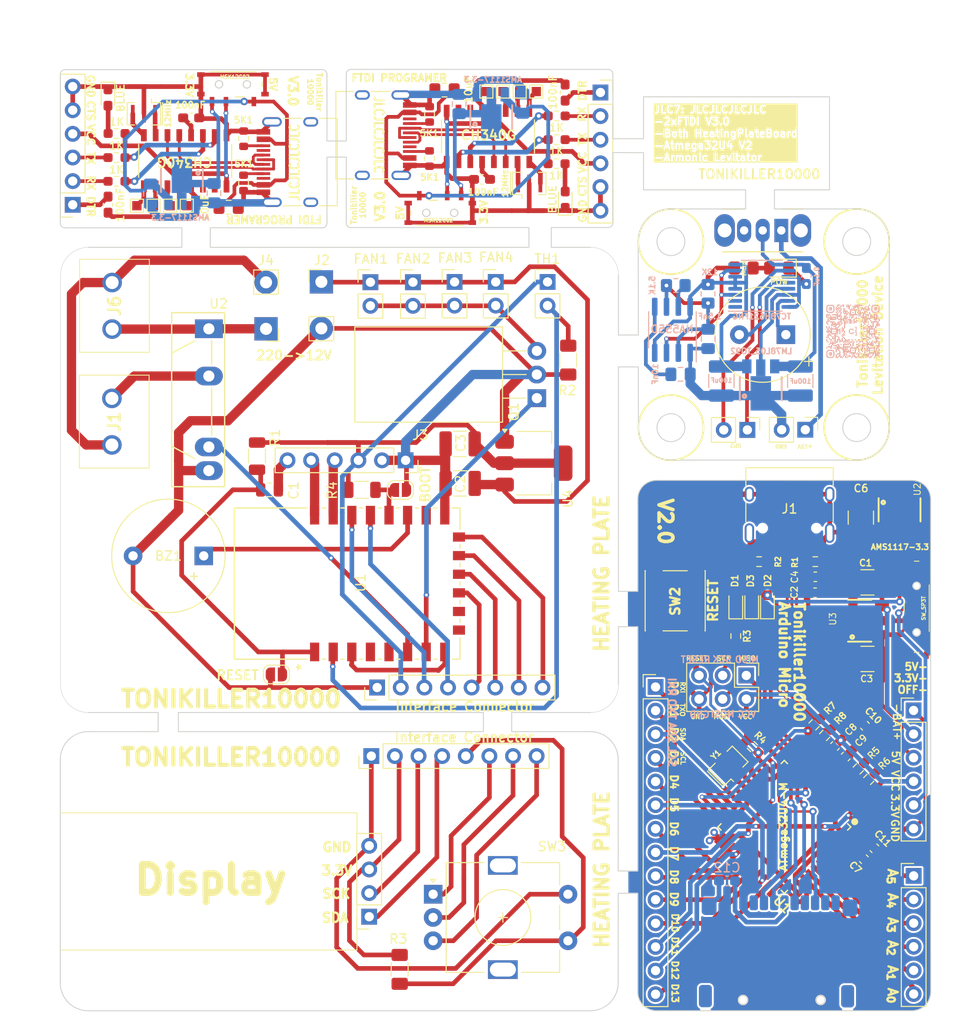
<source format=kicad_pcb>
(kicad_pcb (version 20240108) (generator "pcbnew") (generator_version "8.0")
  (layers (0 "F.Cu" signal) (31 "B.Cu" signal) (34 "B.Paste" user) (35 "F.Paste" user) (36 "B.SilkS" user "B.Silkscreen") (37 "F.SilkS" user "F.Silkscreen") (38 "B.Mask" user) (39 "F.Mask" user) (44 "Edge.Cuts" user))
  (net 0 "")
  (footprint "Capacitor_SMD:C_0603_1608Metric_Pad1.08x0.95mm_HandSolder" (layer "F.Cu") (at 142.797584 121.960948 -135)
    (property "Reference" "C9")
    (property "Value" "1uF")
  )
  (footprint "Capacitor_SMD:C_0603_1608Metric_Pad1.08x0.95mm_HandSolder" (layer "F.Cu") (at 63.465 62.6425 -90)
    (property "Reference" "C4" (hide yes))
    (property "Value" "100nF")
  )
  (footprint "Resistor_SMD:R_0603_1608Metric_Pad0.98x0.95mm_HandSolder" (layer "F.Cu") (at 64.385 54.9925 180)
    (property "Reference" "R1" (hide yes))
    (property "Value" "1K")
  )
  (footprint "Resistor_SMD:R_1206_3216Metric_Pad1.30x1.75mm_HandSolder" (layer "F.Cu") (at 94.82632 144.83118 -90)
    (property "Reference" "R3")
    (property "Value" "10K")
  )
  (footprint "Package_TO_SOT_SMD:SOT-223-3_TabPin2" (layer "F.Cu") (at 109.26 90.4275)
    (property "Reference" "U4")
    (property "Value" "AMS1117-3.3")
  )
  (footprint "Connector_PinHeader_2.54mm:PinHeader_1x02_P2.54mm_Vertical" (layer "F.Cu") (at 96.255 70.975)
    (property "Reference" "FAN2")
    (property "Value" "Fan_IN2")
  )
  (footprint "Resistor_SMD:R_0603_1608Metric" (layer "F.Cu") (at 98.035 57.685 -90)
    (property "Reference" "R5" (hide yes))
    (property "Value" "5K1")
  )
  (footprint "Connector_PinHeader_2.54mm:PinHeader_1x02_P2.54mm_Vertical" (layer "F.Cu") (at 132.22 86.8525 -90)
    (property "Reference" "J6" (hide yes))
    (property "Value" "SPK")
  )
  (footprint "Resistor_SMD:R_0603_1608Metric_Pad0.98x0.95mm_HandSolder" (layer "F.Cu") (at 132.755 120.882506 -45)
    (property "Reference" "R4")
    (property "Value" "10K")
  )
  (footprint "Resistor_SMD:R_0603_1608Metric" (layer "F.Cu") (at 78.05 55.5525 90)
    (property "Reference" "R5" (hide yes))
    (property "Value" "5K1")
  )
  (footprint "LED_SMD:LED_0603_1608Metric_Pad1.05x0.95mm_HandSolder" (layer "F.Cu") (at 132.685 105.484282 90)
    (property "Reference" "D3")
    (property "Value" "TX_LED")
  )
  (footprint "Resistor_SMD:R_0603_1608Metric_Pad0.98x0.95mm_HandSolder" (layer "F.Cu") (at 130.975 109.009282 90)
    (property "Reference" "R3")
    (property "Value" "1K")
  )
  (footprint "MountingHole:MountingHole_2.2mm_M2" (layer "F.Cu") (at 115.32632 146.28118)
    (property "Reference" "REF**" (hide yes))
    (property "Value" "MountingHole_2.2mm_M2")
  )
  (footprint "Connector_PinHeader_2.54mm:PinHeader_1x06_P2.54mm_Vertical" (layer "F.Cu") (at 150.095 117.002506)
    (property "Reference" "J6" (hide yes))
    (property "Value" "Conn_01x06")
  )
  (footprint "MountingHole:MountingHole_2.2mm_M2" (layer "F.Cu") (at 115.355 114.215)
    (property "Reference" "REF**" (hide yes))
    (property "Value" "MountingHole_2.2mm_M2")
  )
  (footprint "Crystal:Resonator_SMD_Murata_CSTxExxV-3Pin_3.0x1.1mm" (layer "F.Cu") (at 67.325 52.8725 180)
    (property "Reference" "Y1" (hide yes))
    (property "Value" "12MHz")
  )
  (footprint "ATmega32U4" (layer "F.Cu") (at 136.195 129.522506 -135)
    (property "Reference" "U1")
    (property "Value" "ATmega32U4-M")
  )
  (footprint "Connector_PinHeader_2.54mm:PinHeader_1x02_P2.54mm_Vertical" (layer "F.Cu") (at 86.405 70.94)
    (property "Reference" "J2")
    (property "Value" "OUT")
  )
  (footprint "Connector_PinSocket_2.54mm:PinSocket_1x06_P2.54mm_Vertical" (layer "F.Cu") (at 95.465302 90.1203 -90)
    (property "Reference" "J3")
    (property "Value" "Conn_01x06_MountingPin")
  )
  (footprint "Capacitor_SMD:C_0603_1608Metric_Pad1.08x0.95mm_HandSolder" (layer "F.Cu") (at 144.867584 118.650948 135)
    (property "Reference" "C10")
    (property "Value" "1uF")
  )
  (footprint "Crystal:Resonator_SMD_Murata_CSTxExxV-3Pin_3.0x1.1mm" (layer "F.Cu") (at 108.76 60.365)
    (property "Reference" "Y1" (hide yes))
    (property "Value" "12MHz")
  )
  (footprint "MountingHole:MountingHole_2.2mm_M2" (layer "F.Cu") (at 73.35 71.225)
    (property "Reference" "REF**" (hide yes))
    (property "Value" "MountingHole_2.2mm_M2")
  )
  (footprint "MountingHole:MountingHole_2.2mm_M2" (layer "F.Cu") (at 61.32632 146.28118)
    (property "Reference" "REF**" (hide yes))
    (property "Value" "MountingHole_2.2mm_M2")
  )
  (footprint "Connector_PinHeader_2.54mm:PinHeader_2x03_P2.54mm_Vertical" (layer "F.Cu") (at 132.105 113.242506 -90)
    (property "Reference" "J5" (hide yes))
    (property "Value" "ICSP")
  )
  (footprint "Connector_PinHeader_2.54mm:PinHeader_1x08_P2.54mm_Vertical" (layer "F.Cu") (at 91.77632 121.90618 90)
    (property "Reference" "REF**" (hide yes))
    (property "Value" "PinHeader_1x08_P2.54mm_Vertical")
  )
  (footprint "LED_SMD:LED_0603_1608Metric_Pad1.05x0.95mm_HandSolder" (layer "F.Cu") (at 130.975 105.496782 90)
    (property "Reference" "D1")
    (property "Value" "POW")
  )
  (footprint "MountingHole:MountingHole_2.2mm_M2" (layer "F.Cu") (at 61.32632 122.28118)
    (property "Reference" "REF**" (hide yes))
    (property "Value" "MountingHole_2.2mm_M2")
  )
  (footprint "LED_SMD:LED_0603_1608Metric_Pad1.05x0.95mm_HandSolder" (layer "F.Cu") (at 63.455 51.1325 -90)
    (property "Reference" "D1" (hide yes))
    (property "Value" "BLUE")
  )
  (footprint "Resistor_SMD:R_0603_1608Metric_Pad0.98x0.95mm_HandSolder" (layer "F.Cu") (at 139.385 118.549282 -135)
    (property "Reference" "R7")
    (property "Value" "330R")
  )
  (footprint "TestPoint:TestPoint_Pad_1.0x1.0mm" (layer "F.Cu") (at 109.52 50.485 90)
    (property "Reference" "REF**" (hide yes))
    (property "Value" "TestPoint_Pad_1.0x1.0mm")
  )
  (footprint "TestPoint:TestPoint_Pad_1.0x1.0mm" (layer "F.Cu") (at 105.94 50.485 90)
    (property "Reference" "REF**" (hide yes))
    (property "Value" "TestPoint_Pad_1.0x1.0mm")
  )
  (footprint "Resistor_SMD:R_0603_1608Metric_Pad0.98x0.95mm_HandSolder" (layer "F.Cu") (at 139.525 101.012506)
    (property "Reference" "R1")
    (property "Value" "5K1" (hide yes))
  )
  (footprint "Connector_PinHeader_2.54mm:PinHeader_1x02_P2.54mm_Vertical" (layer "F.Cu") (at 105.155 70.95)
    (property "Reference" "FAN4")
    (property "Value" "Fan_OUT2")
  )
  (footprint "MSK12C02:MSK12C02" (layer "F.Cu") (at 150.474765 106.012271 90)
    (property "Reference" "SW1" (hide yes))
    (property "Value" "SW_SP3T")
    (fp_circle (center 2.4 -0.05) (end 2.8 -0.05) (stroke (width 0.12)) (fill none) (layer "Edge.Cuts"))
    (fp_circle (center -2.6 -0.05) (end -2.2 -0.05) (stroke (width 0.12)) (fill none) (layer "Edge.Cuts"))
  )
  (footprint "TestPoint:TestPoint_Pad_1.0x1.0mm" (layer "F.Cu") (at 104.15 50.485 90)
    (property "Reference" "REF**" (hide yes))
    (property "Value" "TestPoint_Pad_1.0x1.0mm")
  )
  (footprint "LED_SMD:LED_0603_1608Metric_Pad1.05x0.95mm_HandSolder" (layer "F.Cu") (at 112.63 62.105 90)
    (property "Reference" "D1" (hide yes))
    (property "Value" "BLUE")
  )
  (footprint "MountingHole:MountingHole_2.2mm_M2" (layer "F.Cu") (at 61.355 114.215)
    (property "Reference" "REF**" (hide yes))
    (property "Value" "MountingHole_2.2mm_M2")
  )
  (footprint "MSK12C02:MSK12C02" (layer "F.Cu") (at 99.19 63.525)
    (property "Reference" "SW1" (hide yes))
    (property "Value" "MSK12C02")
    (fp_circle (center -1.5 0) (end -1.1 0) (stroke (width 0.12)) (fill none) (layer "Edge.Cuts"))
    (fp_circle (center 1.5 0) (end 1.9 0) (stroke (width 0.12)) (fill none) (layer "Edge.Cuts"))
  )
  (footprint "Connector_PinSocket_2.54mm:PinSocket_1x06_P2.54mm_Vertical" (layer "F.Cu") (at 59.665 62.6525 180)
    (property "Reference" "J4" (hide yes))
    (property "Value" "Conn_01x06_Pin" (hide yes))
  )
  (footprint "78L05:PK(R-PSSO-F3)" (layer "F.Cu") (at 143.047265 107.358521 90)
    (property "Reference" "U3")
    (property "Value" "LM78L05_TO92" (hide yes))
  )
  (footprint "Capacitor_SMD:C_1210_3225Metric_Pad1.33x2.70mm_HandSolder" (layer "F.Cu") (at 145.137265 111.468521 180)
    (property "Reference" "C3")
    (property "Value" "100uF")
  )
  (footprint "TestPoint:TestPoint_Pad_1.0x1.0mm" (layer "F.Cu") (at 107.73 50.485 90)
    (property "Reference" "REF**" (hide yes))
    (property "Value" "TestPoint_Pad_1.0x1.0mm")
  )
  (footprint "Capacitor_THT:CP_Radial_D10.0mm_P5.00mm" (layer "F.Cu") (at 136.357677 76.6125 180)
    (property "Reference" "LS1" (hide yes))
    (property "Value" "TCT40-16_UltrasonicSpeaker" (hide yes))
  )
  (footprint "78L05:PK(R-PSSO-F3)" (layer "F.Cu") (at 148.585 94.192506)
    (property "Reference" "U2")
    (property "Value" "AMS1117-3.3")
  )
  (footprint "Connector_PinHeader_2.54mm:PinHeader_1x02_P2.54mm_Vertical" (layer "F.Cu") (at 100.73 70.95)
    (property "Reference" "FAN3")
    (property "Value" "Fan_OUT1")
  )
  (footprint "Capacitor_SMD:C_0805_2012Metric_Pad1.18x1.45mm_HandSolder" (layer "F.Cu") (at 76.435 62.915)
    (property "Reference" "C5" (hide yes))
    (property "Value" "10uF")
  )
  (footprint "Resistor_SMD:R_1206_3216Metric_Pad1.30x1.75mm_HandSolder" (layer "F.Cu") (at 112.955 79.35 -90)
    (property "Reference" "R2")
    (property "Value" "R")
  )
  (footprint "Connector_PinHeader_2.54mm:PinHeader_1x02_P2.54mm_Vertical" (layer "F.Cu") (at 110.73 70.95)
    (property "Reference" "TH1")
    (property "Value" "Thermistor")
  )
  (footprint "Package_TO_SOT_THT:TO-220-3_Horizontal_TabDown" (layer "F.Cu") (at 109.58 83.44 90)
    (property "Reference" "Q1")
    (property "Value" "N-FET")
  )
  (footprint "Capacitor_SMD:C_0603_1608Metric_Pad1.08x0.95mm_HandSolder" (layer "F.Cu") (at 144.750991 132.98733 -45)
    (property "Reference" "C7")
    (property "Value" "0.1uF")
  )
  (footprint "Connector_PinHeader_2.54mm:PinHeader_1x08_P2.54mm_Vertical" (layer "F.Cu") (at 92.405 114.54 90)
    (property "Reference" "REF**" (hide yes))
    (property "Value" "PinHeader_1x08_P2.54mm_Vertical")
  )
  (footprint "Capacitor_SMD:C_0603_1608Metric_Pad1.08x0.95mm_HandSolder" (layer "F.Cu") (at 141.645 120.822506 45)
    (property "Reference" "C8")
    (property "Value" "1uF")
  )
  (footprint "TestPoint:TestPoint_Pad_1.0x1.0mm" (layer "F.Cu") (at 71.935 62.7525 -90)
    (property "Reference" "REF**" (hide yes))
    (property "Value" "TestPoint_Pad_1.0x1.0mm")
  )
  (footprint "Resistor_SMD:R_0603_1608Metric" (layer "F.Cu") (at 98.045 52.935 90)
    (property "Reference" "R4" (hide yes))
    (property "Value" "5K1")
  )
  (footprint "Connector_PinHeader_2.54mm:PinHeader_1x02_P2.54mm_Vertical" (layer "F.Cu") (at 80.455 75.99 180)
    (property "Reference" "J4")
    (property "Value" "IN")
  )
  (footprint "Connector_USB:USB_C_Receptacle_HRO_TYPE-C-31-M-12" (layer "F.Cu") (at 136.755 94.812506 180)
    (property "Reference" "J1")
    (property "Value" "USB-C" (hide yes))
  )
  (footprint "Resistor_SMD:R_0603_1608Metric_Pad0.98x0.95mm_HandSolder" (layer "F.Cu") (at 140.530817 119.697664 -135)
    (property "Reference" "R8")
    (property "Value" "330R")
  )
  (footprint "Connector_PinHeader_2.54mm:PinHeader_1x02_P2.54mm_Vertical" (layer "F.Cu") (at 138.45 86.8325 -90)
    (property "Reference" "J1" (hide yes))
    (property "Value" "Batt conn")
  )
  (footprint "Resistor_SMD:R_1206_3216Metric" (layer "F.Cu") (at 90.760302 93.2953)
    (property "Reference" "R4")
    (property "Value" "10K")
  )
  (footprint "ESP-12FESP8266MOD_AIT" (layer "F.Cu") (at 89.180001 103.365001 90)
    (property "Reference" "U1")
    (property "Value" "ESP8266MOD")
  )
  (footprint "Capacitor_SMD:C_1210_3225Metric_Pad1.33x2.70mm_HandSolder" (layer "F.Cu") (at 145.137265 103.238521 180)
    (property "Reference" "C1")
    (property "Value" "100uF")
  )
  (footprint "Package_SIP:SIP4_Sharp-SSR_P7.62mm_Straight" (layer "F.Cu") (at 74.305 75.985 -90)
    (property "Reference" "U2")
    (property "Value" "S212S01")
  )
  (footprint "Connector_PinHeader_2.54mm:PinHeader_1x14_P2.54mm_Vertical" (layer "F.Cu") (at 122.345 114.482506)
    (property "Reference" "J4" (hide yes))
    (property "Value" "Conn_01x14")
  )
  (footprint "Connector_PinSocket_2.54mm:PinSocket_1x06_P2.54mm_Vertical" (layer "F.Cu") (at 116.42 50.585)
    (property "Reference" "J4" (hide yes))
    (property "Value" "Conn_01x06_Pin" (hide yes))
  )
  (footprint "Resistor_SMD:R_1206_3216Metric" (layer "F.Cu") (at 79.485302 89.6703 90)
    (property "Reference" "R1")
    (property "Value" "10K")
  )
  (footprint "TestPoint:TestPoint_Pad_1.0x1.0mm" (layer "F.Cu") (at 68.355 62.7525 -90)
    (property "Reference" "REF**" (hide yes))
    (property "Value" "TestPoint_Pad_1.0x1.0mm")
  )
  (footprint "Resistor_SMD:R_0603_1608Metric_Pad0.98x0.95mm_HandSolder" (layer "F.Cu") (at 144.142854 123.288541 45)
    (property "Reference" "R5")
    (property "Value" "22R")
  )
  (footprint "Crystal:Resonator_SMD_Murata_CSTxExxV-3Pin_3.0x1.1mm" (layer "F.Cu") (at 130.175 122.952506 45)
    (property "Reference" "Y1")
    (property "Value" "16MHz")
  )
  (footprint "Capacitor_SMD:C_0805_2012Metric_Pad1.18x1.45mm_HandSolder" (layer "F.Cu") (at 99.65 50.3225 180)
    (property "Reference" "C5" (hide yes))
    (property "Value" "10uF")
  )
  (footprint "Connector_PinHeader_2.54mm:PinHeader_1x02_P2.54mm_Vertical" (layer "F.Cu") (at 91.68 70.975)
    (property "Reference" "FAN1")
    (property "Value" "Fan_IN1")
  )
  (footprint "Capacitor_SMD:C_0805_2012Metric" (layer "F.Cu") (at 80.83 93.29 180)
    (property "Reference" "C1")
    (property "Value" "100nF")
  )
  (footprint "Rotary_Encoder:RotaryEncoder_Alps_EC11E-Switch_Vertical_H20mm" (layer "F.Cu") (at 98.42632 136.75618)
    (property "Reference" "SW3")
    (property "Value" "RotaryEncoder_Switch")
  )
  (footprint "Resistor_SMD:R_0603_1608Metric_Pad0.98x0.95mm_HandSolder" (layer "F.Cu") (at 64.375 60.1325)
    (property "Reference" "R3" (hide yes))
    (property "Value" "1K")
  )
  (footprint "KF3012P" (layer "F.Cu") (at 63.905 71.015 -90)
    (property "Reference" "J6")
    (property "Value" "POWER" (hide yes))
  )
  (footprint "Resistor_SMD:R_0603_1608Metric_Pad0.98x0.95mm_HandSolder" (layer "F.Cu") (at 145.274225 124.419912 45)
    (property "Reference" "R6")
    (property "Value" "22R")
  )
  (footprint "Buzzer_Beeper:Buzzer_12x9.5RM7.6" (layer "F.Cu") (at 73.755 100.39 180)
    (property "Reference" "BZ1")
    (property "Value" "Buzzer")
  )
  (footprint "Jumper:SolderJumper-2_P1.3mm_Open_RoundedPad1.0x1.5mm" (layer "F.Cu") (at 81.57 113.135)
    (property "Reference" "JP1" (hide yes))
    (property "Value" "RESET")
  )
  (footprint "Connector_PinSocket_2.54mm:PinSocket_1x04_P2.54mm_Vertical" (layer "F.Cu") (at 91.55132 139.17118 180)
    (property "Reference" "U3" (hide yes))
    (property "Value" "S212S01")
  )
  (footprint "Capacitor_SMD:C_1210_3225Metric_Pad1.33x2.70mm_HandSolder" (layer "F.Cu") (at 144.425 96.280006 -90)
    (property "Reference" "C6")
    (property "Value" "10uF")
  )
  (footprint "Capacitor_SMD:C_1210_3225Metric_Pad1.33x2.70mm_HandSolder" (layer "F.Cu") (at 101.33 88.3525 180)
    (property "Reference" "C3")
    (property "Value" "100uF")
  )
  (footprint "Capacitor_SMD:C_0603_1608Metric_Pad1.08x0.95mm_HandSolder" (layer "F.Cu") (at 139.525 102.642506)
    (property "Reference" "C4")
    (property "Value" "10uF" (hide yes))
  )
  (footprint "Capacitor_SMD:C_1210_3225Metric_Pad1.33x2.70mm_HandSolder" (layer "F.Cu") (at 101.33 92.6025 180)
    (property "Reference" "C2")
    (property "Value" "100uF")
  )
  (footprint "TestPoint:TestPoint_Pad_1.0x1.0mm" (layer "F.Cu") (at 70.145 62.7525 -90)
    (property "Reference" "REF**" (hide yes))
    (property "Value" "TestPoint_Pad_1.0x1.0mm")
  )
  (footprint "SOIC127P600X180-16N" (layer "F.Cu") (at 104.325 55.305 90)
    (property "Reference" "U3" (hide yes))
    (property "Value" "CH340G")
  )
  (footprint "Capacitor_SMD:C_0603_1608Metric_Pad1.08x0.95mm_HandSolder" (layer "F.Cu") (at 72.405 53.3125)
    (property "Reference" "C3" (hide yes))
    (property "Value" "100nF")
  )
  (footprint "Button_Switch_SMD:SW_Push_1P1T_NO_6x6mm_H9.5mm" (layer "F.Cu") (at 124.455 105.219282 90)
    (property "Reference" "SW2")
    (property "Value" "RESET")
  )
  (footprint "KF3012P" (layer "F.Cu") (at 63.88 83.465 -90)
    (property "Reference" "J1")
    (property "Value" "Heating plate" (hide yes))
  )
  (footprint "Resistor_SMD:R_0603_1608Metric" (layer "F.Cu") (at 78.04 60.3025 -90)
    (property "Reference" "R4" (hide yes))
    (property "Value" "5K1")
  )
  (footprint "Resistor_SMD:R_0603_1608Metric_Pad0.98x0.95mm_HandSolder" (layer "F.Cu") (at 111.71 53.105 180)
    (property "Reference" "R3" (hide yes))
    (property "Value" "1K")
  )
  (footprint "Jumper:SolderJumper-2_P1.3mm_Open_RoundedPad1.0x1.5mm" (layer "F.Cu") (at 94.91 93.305)
    (property "Reference" "JP2" (hide yes))
    (property "Value" "FLASH")
  )
  (footprint "Connector_PinHeader_2.54mm:PinHeader_1x06_P2.54mm_Vertical" (layer "F.Cu") (at 150.105 134.782506)
    (property "Reference" "J7" (hide yes))
    (property "Value" "Conn_01x06")
  )
  (footprint "Button_Switch_THT:SW_CuK_OS102011MA1QN1_SPDT_Angled" (layer "F.Cu") (at 135.87 65.4125 180)
    (property "Reference" "SW1" (hide yes))
    (property "Value" "POW" (hide yes))
  )
  (footprint "MSK12C02:MSK12C02" (layer "F.Cu") (at 76.895 49.7125 180)
    (property "Reference" "SW1" (hide yes))
    (property "Value" "MSK12C02")
    (fp_circle (center 1.5 0) (end 1.9 0) (stroke (width 0.12)) (fill none) (layer "Edge.Cuts"))
    (fp_circle (center -1.5 0) (end -1.1 0) (stroke (width 0.12)) (fill none) (layer "Edge.Cuts"))
  )
  (footprint "Resistor_SMD:R_0805_2012Metric_Pad1.20x1.40mm_HandSolder" (layer "F.Cu") (at 131.8375 69.4525)
    (property "Reference" "R3" (hide yes))
    (property "Value" "R_{LED}")
  )
  (footprint "MountingHole:MountingHole_2.2mm_M2" (layer "F.Cu") (at 115.32632 122.28118)
    (property "Reference" "REF**" (hide yes))
    (property "Value" "MountingHole_2.2mm_M2")
  )
  (footprint "Capacitor_SMD:C_0603_1608Metric_Pad1.08x0.95mm_HandSolder" (layer "F.Cu") (at 145.885 131.812506 135)
    (property "Reference" "C11")
    (property "Value" "0.1uF")
  )
  (footprint "TestPoint:TestPoint_Pad_1.0x1.0mm" (layer "F.Cu") (at 66.565 62.7525 -90)
    (property "Reference" "REF**" (hide yes))
    (property "Value" "TestPoint_Pad_1.0x1.0mm")
  )
  (footprint "Connector_USB:USB_C_Receptacle_HRO_TYPE-C-31-M-12" (layer "F.Cu") (at 84.22 58.0625 90)
    (property "Reference" "J2" (hide yes))
    (property "Value" "USB_C_USB2.0")
  )
  (footprint "MountingHole:MountingHole_2.2mm_M2" (layer "F.Cu") (at 115.355 70.24)
    (property "Reference" "REF**" (hide yes))
    (property "Value" "MountingHole_2.2mm_M2")
  )
  (footprint "Capacitor_SMD:C_0603_1608Metric_Pad1.08x0.95mm_HandSolder" (layer "F.Cu") (at 103.68 59.925 180)
    (property "Reference" "C3" (hide yes))
    (property "Value" "100nF")
  )
  (footprint "SOIC127P600X180-16N" (layer "F.Cu") (at 71.76 57.9325 -90)
    (property "Reference" "U3" (hide yes))
    (property "Value" "CH340G")
  )
  (footprint "Capacitor_SMD:C_0603_1608Metric_Pad1.08x0.95mm_HandSolder" (layer "F.Cu") (at 112.62 50.595 90)
    (property "Reference" "C4" (hide yes))
    (property "Value" "100nF")
  )
  (footprint "Connector_USB:USB_C_Receptacle_HRO_TYPE-C-31-M-12" (layer "F.Cu") (at 91.865 55.175 -90)
    (property "Reference" "J2" (hide yes))
    (property "Value" "USB_C_USB2.0")
  )
  (footprint "Resistor_SMD:R_0603_1608Metric_Pad0.98x0.95mm_HandSolder" (layer "F.Cu") (at 111.7 58.245)
    (property "Reference" "R1" (hide yes))
    (property "Value" "1K")
  )
  (footprint "Diode_SMD:D_0805_2012Metric_Pad1.15x1.40mm_HandSolder" (layer "F.Cu") (at 135.62 69.4625 180)
    (property "Reference" "D1" (hide yes))
    (property "Value" "POW")
  )
  (footprint "Resistor_SMD:R_0603_1608Metric_Pad0.98x0.95mm_HandSolder" (layer "F.Cu") (at 111.71 55.655 180)
    (property "Reference" "R2" (hide yes))
    (property "Value" "1K")
  )
  (footprint "LED_SMD:LED_0603_1608Metric_Pad1.05x0.95mm_HandSolder" (layer "F.Cu") (at 134.375 105.489282 90)
    (property "Reference" "D2")
    (property "Value" "RX_LED")
  )
  (footprint "Resistor_SMD:R_0603_1608Metric_Pad0.98x0.95mm_HandSolder" (layer "F.Cu") (at 133.4825 101.012506 180)
    (property "Reference" "R2")
    (property "Value" "5K1" (hide yes))
  )
  (footprint "Resistor_SMD:R_0603_1608Metric_Pad0.98x0.95mm_HandSolder" (layer "F.Cu") (at 64.375 57.5825)
    (property "Reference" "R2" (hide yes))
    (property "Value" "1K")
  )
  (footprint "Capacitor_SMD:C_0603_1608Metric_Pad1.08x0.95mm_HandSolder" (layer "F.Cu") (at 139.5 104.355006)
    (property "Reference" "C2")
    (property "Value" "0.1uF" (hide yes))
  )
  (footprint "" (layer "B.Cu") (at 137.305 137.672506 -90)
    (property "Reference" "")
    (property "Value" "")
  )
  (footprint "Capacitor_SMD:C_0805_2012Metric_Pad1.18x1.45mm_HandSolder" (layer "B.Cu") (at 125.035 80.8775 180)
    (property "Reference" "C4" (hide yes))
    (property "Value" "10nF")
  )
  (footprint "Capacitor_SMD:C_0805_2012Metric_Pad1.18x1.45mm_HandSolder" (layer "B.Cu") (at 108.055 51.7775 90)
    (property "Reference" "C1" (hide yes))
    (property "Value" "10uF")
  )
  (footprint "Package_SO:TSSOP-16_4.4x5mm_P0.65mm" (layer "B.Cu") (at 133.7725 71.3575)
    (property "Reference" "U1" (hide yes))
    (property "Value" "TC78H621FNG")
  )
  (footprint "78L05:PK(R-PSSO-F3)" (layer "B.Cu") (at 71.405 58.785 180)
    (property "Reference" "U1" (hide yes))
    (property "Value" "AMS1117-3.3")
  )
  (footprint "" (layer "B.Cu") (at 143.255 138.222506 180)
    (property "Reference" "")
    (property "Value" "")
  )
  (footprint "" (layer "B.Cu") (at 127.705 147.702506 180)
    (property "Reference" "")
    (property "Value" "")
  )
  (footprint "78L05:PK(R-PSSO-F3)" (layer "B.Cu") (at 133.66 83.6725)
    (property "Reference" "U2" (hide yes))
    (property "Value" "LM78L05_TO92")
  )
  (footprint "78L05:PK(R-PSSO-F3)" (layer "B.Cu") (at 104.68 54.4525)
    (property "Reference" "U1" (hide yes))
    (property "Value" "AMS1117-3.3")
  )
  (footprint "Capacitor_SMD:C_1210_3225Metric_Pad1.33x2.70mm_HandSolder" (layer "B.Cu") (at 129.43 81.6 -90)
    (property "Reference" "C3" (hide yes))
    (property "Value" "100uF")
  )
  (footprint "LOGO" (layer "B.Cu") (at 143.56 76.2725 -90)
    (property "Reference" "G***" (hide yes))
    (property "Value" "LOGO" (hide yes))
  )
  (footprint "Connector_Wire:SolderWirePad_1x01_SMD_1x2mm" (layer "B.Cu") (at 132.905 137.672506 180)
    (property "Reference" "REF**" (hide yes))
    (property "Value" "SolderWirePad_1x01_SMD_1x2mm")
  )
  (footprint "" (layer "B.Cu") (at 140.605 137.672506 -90)
    (property "Reference" "")
    (property "Value" "")
  )
  (footprint "" (layer "B.Cu") (at 139.505 137.672506 -90)
    (property "Reference" "")
    (property "Value" "")
  )
  (footprint "Resistor_SMD:R_0805_2012Metric_Pad1.20x1.40mm_HandSolder" (layer "B.Cu") (at 124.52 71.3325 180)
    (property "Reference" "R1" (hide yes))
    (property "Value" "5.1K")
  )
  (footprint "Capacitor_SMD:C_0805_2012Metric_Pad1.18x1.45mm_HandSolder" (layer "B.Cu") (at 74.855 61.41 -90)
    (property "Reference" "C2" (hide yes))
    (property "Value" "10uF")
  )
  (footprint "Resistor_SMD:R_0805_2012Metric_Pad1.20x1.40mm_HandSolder" (layer "B.Cu") (at 127.99 72.2225 90)
    (property "Reference" "R2" (hide yes))
    (property "Value" "12K")
  )
  (footprint "Capacitor_SMD:C_0603_1608Metric_Pad1.08x0.95mm_HandSolder" (layer "B.Cu") (at 138.5625 70.3075 90)
    (property "Reference" "C1" (hide yes))
    (property "Value" "0.1uF")
  )
  (footprint "Capacitor_SMD:C_0805_2012Metric_Pad1.18x1.45mm_HandSolder" (layer "B.Cu") (at 101.23 51.8275 90)
    (property "Reference" "C2" (hide yes))
    (property "Value" "10uF")
  )
  (footprint "" (layer "B.Cu") (at 134.005 137.672506 -90)
    (property "Reference" "")
    (property "Value" "")
  )
  (footprint "Capacitor_SMD:C_0805_2012Metric_Pad1.18x1.45mm_HandSolder" (layer "B.Cu") (at 68.03 61.46 -90)
    (property "Reference" "C1" (hide yes))
    (property "Value" "10uF")
  )
  (footprint "" (layer "B.Cu") (at 128.105 138.092506 180)
    (property "Reference" "")
    (property "Value" "")
  )
  (footprint "Capacitor_SMD:C_0603_1608Metric_Pad1.08x0.95mm_HandSolder" (layer "B.Cu") (at 130.035 135.322506 180)
    (property "Reference" "C12")
    (property "Value" "0.1u")
  )
  (footprint "Capacitor_SMD:C_1210_3225Metric_Pad1.33x2.70mm_HandSolder" (layer "B.Cu") (at 137.91 81.6 -90)
    (property "Reference" "C2" (hide yes))
    (property "Value" "100uF")
  )
  (footprint "" (layer "B.Cu") (at 136.205 137.672506 -90)
    (property "Reference" "")
    (property "Value" "")
  )
  (footprint "Package_SO:SOIC-8_3.9x4.9mm_P1.27mm" (layer "B.Cu") (at 124.16 76.0925 90)
    (property "Reference" "U3" (hide yes))
    (property "Value" "NA555D")
  )
  (footprint "" (layer "B.Cu") (at 135.105 137.672506 -90)
    (property "Reference" "")
    (property "Value" "")
  )
  (footprint "" (layer "B.Cu") (at 138.405 137.672506 -90)
    (property "Reference" "")
    (property "Value" "")
  )
  (footprint "" (layer "B.Cu") (at 143.005 147.722506 180)
    (property "Reference" "")
    (property "Value" "")
  )
  (footprint "Capacitor_SMD:C_0805_2012Metric_Pad1.18x1.45mm_HandSolder" (layer "B.Cu") (at 128 77.0725 90)
    (property "Reference" "C5" (hide yes))
    (property "Value" "1.5nF")
  )
  (footprint "" (layer "B.Cu") (at 141.705 137.672506 -90)
    (property "Reference" "")
    (property "Value" "")
  )
  (gr_rect (start 58.32632 128.00618) (end 90.23132 142.75618) (stroke (width 0.1)) (fill none) (layer "F.SilkS"))
  (gr_circle (center 124 86.6125) (end 124 90.1125) (stroke (width 0.2)) (fill none) (layer "F.SilkS"))
  (gr_circle (center 143.765 128.962506) (end 143.465 128.962506) (stroke (width 0.15)) (fill solid) (layer "F.SilkS"))
  (gr_circle (center 143.98 66.6025) (end 143.98 63.1025) (stroke (width 0.2)) (fill none) (layer "F.SilkS"))
  (gr_circle (center 124 66.6125) (end 124 70.1125) (stroke (width 0.2)) (fill none) (layer "F.SilkS"))
  (gr_circle (center 143.98 86.6025) (end 143.98 83.1025) (stroke (width 0.2)) (fill none) (layer "F.SilkS"))
  (gr_line (start 135.13 61.0525) (end 141.055 61.0525) (stroke (width 0.1)) (layer "Edge.Cuts"))
  (gr_line (start 117.255 65.1025) (end 111.13 65.1025) (stroke (width 0.1)) (layer "Edge.Cuts"))
  (gr_arc (start 86.505 48.135) (mid 86.858553 48.281447) (end 87.005 48.635) (stroke (width 0.1)) (layer "Edge.Cuts"))
  (gr_arc (start 147.48 86.6025) (mid 146.464275 89.069704) (end 144 90.092522) (stroke (width 0.1)) (layer "Edge.Cuts"))
  (gr_arc (start 151.935006 147.272506) (mid 151.350982 148.684951) (end 149.94 149.272506) (stroke (width 0.1)) (layer "Edge.Cuts"))
  (gr_circle (center 124 66.6125) (end 124 68.1125) (stroke (width 0.1)) (fill none) (layer "Edge.Cuts"))
  (gr_line (start 132.03 61.0525) (end 132.03 63.1025) (stroke (width 0.1)) (layer "Edge.Cuts"))
  (gr_line (start 58.83 65.135) (end 71.405 65.1275) (stroke (width 0.1)) (layer "Edge.Cuts"))
  (gr_line (start 132.03 61.0525) (end 121.055 61.0525) (stroke (width 0.1)) (layer "Edge.Cuts"))
  (gr_line (start 74.455 65.1275) (end 86.505 65.135) (stroke (width 0.1)) (layer "Edge.Cuts"))
  (gr_line (start 151.93 94.272506) (end 151.935006 147.272506) (stroke (width 0.1)) (layer "Edge.Cuts"))
  (gr_line (start 89.58 65.1025) (end 108.73 65.1025) (stroke (width 0.1)) (layer "Edge.Cuts"))
  (gr_line (start 118.33 134.2525) (end 120.43 134.2525) (stroke (width 0.1)) (layer "Edge.Cuts"))
  (gr_line (start 87.005 57.5275) (end 89.08 57.5275) (stroke (width 0.1)) (layer "Edge.Cuts"))
  (gr_line (start 121.055 55.5525) (end 121.055 51.0525) (stroke (width 0.1)) (layer "Edge.Cuts"))
  (gr_line (start 117.755 57.0425) (end 121.055 57.0525) (stroke (width 0.1)) (layer "Edge.Cuts"))
  (gr_line (start 74.455 65.1275) (end 74.455 67.2275) (stroke (width 0.1)) (layer "Edge.Cuts"))
  (gr_arc (start 143.98 63.1025) (mid 146.454874 64.127626) (end 147.48 66.6025) (stroke (width 0.1)) (layer "Edge.Cuts"))
  (gr_arc (start 115.32632 119.28118) (mid 117.447634 120.159866) (end 118.32632 122.28118) (stroke (width 0.1)) (layer "Edge.Cuts"))
  (gr_arc (start 117.755 64.6025) (mid 117.608553 64.956053) (end 117.255 65.1025) (stroke (width 0.1)) (layer "Edge.Cuts"))
  (gr_line (start 122.425006 92.272506) (end 149.93 92.2775) (stroke (width 0.1)) (layer "Edge.Cuts"))
  (gr_line (start 121.055 51.0525) (end 141.055 51.0525) (stroke (width 0.1)) (layer "Edge.Cuts"))
  (gr_circle (center 131.755 148.122506) (end 131.755 148.622506) (stroke (width 0.15)) (fill none) (layer "Edge.Cuts"))
  (gr_arc (start 118.355 114.2275) (mid 117.476335 116.348835) (end 115.355 117.2275) (stroke (width 0.05)) (layer "Edge.Cuts"))
  (gr_line (start 87.005 55.8025) (end 89.08 55.8025) (stroke (width 0.1)) (layer "Edge.Cuts"))
  (gr_line (start 118.355 76.6525) (end 118.355 70.2275) (stroke (width 0.1)) (layer "Edge.Cuts"))
  (gr_line (start 89.08 55.8025) (end 89.08 48.6025) (stroke (width 0.1)) (layer "Edge.Cuts"))
  (gr_line (start 115.355 117.2275) (end 106.88 117.2275) (stroke (width 0.1)) (layer "Edge.Cuts"))
  (gr_line (start 141.055 61.0525) (end 141.055 51.0525) (stroke (width 0.1)) (layer "Edge.Cuts"))
  (gr_line (start 71.03 119.2775) (end 103.83 119.2775) (stroke (width 0.1)) (layer "Edge.Cuts"))
  (gr_line (start 118.355 108.0025) (end 120.43 108.0025) (stroke (width 0.1)) (layer "Edge.Cuts"))
  (gr_line (start 68.855 117.2275) (end 68.855 119.2775) (stroke (width 0.1)) (layer "Edge.Cuts"))
  (gr_line (start 87.005 57.5275) (end 87.005 64.635) (stroke (width 0.1)) (layer "Edge.Cuts"))
  (gr_line (start 135.13 63.1025) (end 143.98 63.1025) (stroke (width 0.1)) (layer "Edge.Cuts"))
  (gr_line (start 135.13 63.1025) (end 135.13 61.0525) (stroke (width 0.1)) (layer "Edge.Cuts"))
  (gr_line (start 103.83 117.2275) (end 103.83 119.2775) (stroke (width 0.1)) (layer "Edge.Cuts"))
  (gr_line (start 111.13 65.1025) (end 111.13 67.2275) (stroke (width 0.1)) (layer "Edge.Cuts"))
  (gr_line (start 118.355 104.2025) (end 120.43 104.2025) (stroke (width 0.1)) (layer "Edge.Cuts"))
  (gr_arc (start 118.32632 146.28118) (mid 117.447643 148.402485) (end 115.32632 149.28118) (stroke (width 0.1)) (layer "Edge.Cuts"))
  (gr_arc (start 61.32632 149.28118) (mid 59.204994 148.402506) (end 58.32632 146.28118) (stroke (width 0.1)) (layer "Edge.Cuts"))
  (gr_line (start 117.755 55.5525) (end 117.755 48.6025) (stroke (width 0.1)) (layer "Edge.Cuts"))
  (gr_arc (start 89.58 65.1025) (mid 89.226433 64.956067) (end 89.08 64.6025) (stroke (width 0.1)) (layer "Edge.Cuts"))
  (gr_line (start 147.48 86.6025) (end 147.48 66.6025) (stroke (width 0.1)) (layer "Edge.Cuts"))
  (gr_line (start 132.03 63.1025) (end 123.98 63.1025) (stroke (width 0.1)) (layer "Edge.Cuts"))
  (gr_arc (start 120.48 66.6025) (mid 121.505126 64.127626) (end 123.98 63.1025) (stroke (width 0.1)) (layer "Edge.Cuts"))
  (gr_line (start 71.03 117.2275) (end 71.03 119.2775) (stroke (width 0.1)) (layer "Edge.Cuts"))
  (gr_arc (start 120.43 94.272506) (mid 121.01402 92.860055) (end 122.425006 92.272506) (stroke (width 0.1)) (layer "Edge.Cuts"))
  (gr_line (start 115.355 67.2275) (end 111.13 67.2275) (stroke (width 0.1)) (layer "Edge.Cuts"))
  (gr_line (start 120.43 134.2525) (end 120.43 108.0025) (stroke (width 0.1)) (layer "Edge.Cuts"))
  (gr_line (start 120.48 66.6025) (end 120.4925 76.6525) (stroke (width 0.1)) (layer "Edge.Cuts"))
  (gr_line (start 106.88 117.2275) (end 106.88 119.2775) (stroke (width 0.1)) (layer "Edge.Cuts"))
  (gr_line (start 118.355 108.0025) (end 118.355 114.2275) (stroke (width 0.1)) (layer "Edge.Cuts"))
  (gr_line (start 118.32632 122.28118) (end 118.33 134.2525) (stroke (width 0.1)) (layer "Edge.Cuts"))
  (gr_line (start 118.355 104.2025) (end 118.355 80.0775) (stroke (width 0.1)) (layer "Edge.Cuts"))
  (gr_line (start 108.73 65.1025) (end 108.73 67.2275) (stroke (width 0.1)) (layer "Edge.Cuts"))
  (gr_line (start 89.08 64.6025) (end 89.08 57.5275) (stroke (width 0.1)) (layer "Edge.Cuts"))
  (gr_line (start 58.33 48.635) (end 58.33 64.635) (stroke (width 0.1)) (layer "Edge.Cuts"))
  (gr_arc (start 89.08 48.6025) (mid 89.226466 48.248994) (end 89.58 48.1025) (stroke (width 0.1)) (layer "Edge.Cuts"))
  (gr_line (start 118.355 76.6525) (end 120.4925 76.6525) (stroke (width 0.1)) (layer "Edge.Cuts"))
  (gr_arc (start 58.33 48.635) (mid 58.476447 48.281447) (end 58.83 48.135) (stroke (width 0.1)) (layer "Edge.Cuts"))
  (gr_line (start 61.32632 119.28118) (end 68.855 119.2775) (stroke (width 0.1)) (layer "Edge.Cuts"))
  (gr_line (start 149.94 149.272506) (end 122.43 149.272506) (stroke (width 0.1)) (layer "Edge.Cuts"))
  (gr_line (start 87.005 48.635) (end 87.005 55.8025) (stroke (width 0.1)) (layer "Edge.Cuts"))
  (gr_arc (start 58.32632 122.28118) (mid 59.205008 120.15988) (end 61.32632 119.28118) (stroke (width 0.1)) (layer "Edge.Cuts"))
  (gr_line (start 71.405 65.1275) (end 71.405 67.2275) (stroke (width 0.1)) (layer "Edge.Cuts"))
  (gr_arc (start 117.255 48.1025) (mid 117.608553 48.248947) (end 117.755 48.6025) (stroke (width 0.1)) (layer "Edge.Cuts"))
  (gr_line (start 108.73 67.2275) (end 74.455 67.2275) (stroke (width 0.1)) (layer "Edge.Cuts"))
  (gr_line (start 106.88 119.2775) (end 115.32632 119.28118) (stroke (width 0.1)) (layer "Edge.Cuts"))
  (gr_line (start 71.405 67.2275) (end 61.355 67.2275) (stroke (width 0.1)) (layer "Edge.Cuts"))
  (gr_line (start 86.505 48.135) (end 58.83 48.135) (stroke (width 0.1)) (layer "Edge.Cuts"))
  (gr_line (start 120.4925 80.0775) (end 120.5 86.592522) (stroke (width 0.1)) (layer "Edge.Cuts"))
  (gr_line (start 61.355 117.2275) (end 68.855 117.2275) (stroke (width 0.1)) (layer "Edge.Cuts"))
  (gr_line (start 117.255 48.1025) (end 89.58 48.1025) (stroke (width 0.1)) (layer "Edge.Cuts"))
  (gr_circle (center 124 86.6125) (end 124 88.1125) (stroke (width 0.1)) (fill none) (layer "Edge.Cuts"))
  (gr_line (start 144 90.092522) (end 124 90.092522) (stroke (width 0.1)) (layer "Edge.Cuts"))
  (gr_arc (start 58.83 65.135) (mid 58.476447 64.988553) (end 58.33 64.635) (stroke (width 0.1)) (layer "Edge.Cuts"))
  (gr_arc (start 149.93 92.2775) (mid 151.342418 92.861551) (end 151.93 94.272506) (stroke (width 0.1)) (layer "Edge.Cuts"))
  (gr_arc (start 115.355 67.2275) (mid 117.47632 68.10618) (end 118.355 70.2275) (stroke (width 0.05)) (layer "Edge.Cuts"))
  (gr_line (start 117.755 55.5525) (end 121.055 55.5525) (stroke (width 0.1)) (layer "Edge.Cuts"))
  (gr_line (start 58.32632 146.28118) (end 58.32632 122.28118) (stroke (width 0.1)) (layer "Edge.Cuts"))
  (gr_arc (start 124 90.092522) (mid 121.525154 89.067391) (end 120.5 86.592522) (stroke (width 0.1)) (layer "Edge.Cuts"))
  (gr_line (start 120.43 136.6525) (end 120.43 147.2775) (stroke (width 0.1)) (layer "Edge.Cuts"))
  (gr_line (start 117.755 57.0425) (end 117.755 64.6025) (stroke (width 0.1)) (layer "Edge.Cuts"))
  (gr_arc (start 87.005 64.635) (mid 86.858553 64.988553) (end 86.505 65.135) (stroke (width 0.1)) (layer "Edge.Cuts"))
  (gr_circle (center 143.98 66.6025) (end 143.98 65.1025) (stroke (width 0.1)) (fill none) (layer "Edge.Cuts"))
  (gr_line (start 118.33 136.6525) (end 118.32632 146.28118) (stroke (width 0.1)) (layer "Edge.Cuts"))
  (gr_line (start 120.43 104.2025) (end 120.43 94.272506) (stroke (width 0.1)) (layer "Edge.Cuts"))
  (gr_line (start 118.33 136.6525) (end 120.43 136.6525) (stroke (width 0.1)) (layer "Edge.Cuts"))
  (gr_line (start 118.355 80.0775) (end 120.4925 80.0775) (stroke (width 0.1)) (layer "Edge.Cuts"))
  (gr_arc (start 61.355 117.2275) (mid 59.23368 116.34882) (end 58.355 114.2275) (stroke (width 0.05)) (layer "Edge.Cuts"))
  (gr_circle (center 140.105 148.122506) (end 140.105 148.622506) (stroke (width 0.15)) (fill none) (layer "Edge.Cuts"))
  (gr_line (start 103.83 117.2275) (end 71.03 117.2275) (stroke (width 0.1)) (layer "Edge.Cuts"))
  (gr_line (start 58.355 114.2275) (end 58.355 70.2275) (stroke (width 0.05)) (layer "Edge.Cuts"))
  (gr_arc (start 122.43 149.272506) (mid 121.017522 148.688514) (end 120.43 147.2775) (stroke (width 0.1)) (layer "Edge.Cuts"))
  (gr_arc (start 58.355 70.2275) (mid 59.23368 68.10618) (end 61.355 67.2275) (stroke (width 0.05)) (layer "Edge.Cuts"))
  (gr_line (start 115.32632 149.28118) (end 61.32632 149.28118) (stroke (width 0.1)) (layer "Edge.Cuts"))
  (gr_line (start 121.055 57.0525) (end 121.055 61.0525) (stroke (width 0.1)) (layer "Edge.Cuts"))
  (gr_circle (center 143.98 86.6025) (end 143.98 85.1025) (stroke (width 0.1)) (fill none) (layer "Edge.Cuts"))
  (gr_text "GND" (at 127.074765 117.437271 0) (layer "B.SilkS") (effects (font (size 0.7 0.7)) (justify mirror)))
  (gr_text "SCK" (at 129.499765 111.512271 0) (layer "B.SilkS") (effects (font (size 0.7 0.7)) (justify mirror)))
  (gr_text "TXO" (at 124.099765 116.860684 -90) (layer "B.SilkS") (effects (font (size 0.8 0.8) (thickness 0.2)) (justify mirror)))
  (gr_text "RESET" (at 126.649765 111.537271 0) (layer "B.SilkS") (effects (font (size 0.7 0.7)) (justify mirror)))
  (gr_text "SDA" (at 124.099765 119.411477 -90) (layer "B.SilkS") (effects (font (size 0.8 0.8) (thickness 0.2)) (justify mirror)))
  (gr_text "MISO" (at 132.174765 111.537271 0) (layer "B.SilkS") (effects (font (size 0.7 0.7)) (justify mirror)))
  (gr_text "SCL" (at 124.099765 121.962271 -90) (layer "B.SilkS") (effects (font (size 0.8 0.8) (thickness 0.2)) (justify mirror)))
  (gr_text "VCC" (at 132.149765 117.412271 0) (layer "B.SilkS") (effects (font (size 0.7 0.7)) (justify mirror)))
  (gr_text "RXI" (at 124.099765 114.462271 -90) (layer "B.SilkS") (effects (font (size 0.8 0.8) (thickness 0.2)) (justify mirror)))
  (gr_text "MOSI" (at 129.558099 117.387271 0) (layer "B.SilkS") (effects (font (size 0.7 0.7)) (justify mirror)))
  (gr_text "D0" (at 124.335 114.632506 -90) (layer "F.SilkS") (effects (font (size 0.8 0.8) (thickness 0.2))))
  (gr_text "JLC7: JLCJLCJLCJLC\n-2xFTDI V3.0\n-Both HeatingPlateBoard\n-Atmega32U4 V2\n-Armonic Levitator\n" (at 122.105 58.0275 0) (layer "F.SilkS" knockout) (effects (font (size 0.8 0.8) (thickness 0.2) (bold yes)) (justify left bottom)))
  (gr_text "A_{3}" (at 147.845 140.042506 -90) (layer "F.SilkS") (effects (font (size 1 1) (thickness 0.24))))
  (gr_text "-" (at 148.324765 116.712271 -90) (layer "F.SilkS") (effects (font (size 0.7 0.7))))
  (gr_text "D9\n" (at 124.335 137.292506 -90) (layer "F.SilkS") (effects (font (size 0.8 0.8) (thickness 0.2))))
  (gr_text "RESET" (at 126.775 111.399282 0) (layer "F.SilkS") (effects (font (size 0.5 0.5) (thickness 0.125))))
  (gr_text "V3.0" (at 92.73 62.8125 90) (layer "F.SilkS") (effects (font (size 1 1) (thickness 0.25))))
  (gr_text "FTDI PROGRAMER" (at 86.555 64.215 180) (layer "F.SilkS") (effects (font (size 0.8 0.8) (thickness 0.2)) (justify left)))
  (gr_text " JLCJLCJLCJLC" (at 83.515 58.405 90) (layer "F.SilkS") (effects (font (size 1 0.8) (thickness 0.2))))
  (gr_text "D8" (at 124.335 134.892506 -90) (layer "F.SilkS") (effects (font (size 0.8 0.8) (thickness 0.2))))
  (gr_text "Tonikiller\n10000" (at 90.39 62.7025 90) (layer "F.SilkS") (effects (font (size 0.6 0.6))))
  (gr_text "MOSI" (at 129.485 117.669282 0) (layer "F.SilkS") (effects (font (size 0.5 0.5) (thickness 0.125))))
  (gr_text "D4" (at 124.335 124.682506 -90) (layer "F.SilkS") (effects (font (size 0.8 0.8) (thickness 0.2))))
  (gr_text "DTR" (at 114.49 50.395 90) (layer "F.SilkS") (effects (font (size 0.8 0.8) (thickness 0.2))))
  (gr_text "D2" (at 124.335 119.582506 -90) (layer "F.SilkS") (effects (font (size 0.8 0.8) (thickness 0.2))))
  (gr_text "3.3V" (at 71.745 48.355 -90) (layer "F.SilkS") (effects (font (size 0.8 0.8) (thickness 0.2) (bold yes)) (justify left bottom)))
  (gr_text "SCL" (at 125.3 122.152506 -90) (layer "F.SilkS") (effects (font (size 0.5 0.5) (thickness 0.125))))
  (gr_text "D7" (at 124.335 132.382506 -90) (layer "F.SilkS") (effects (font (size 0.8 0.8) (thickness 0.2))))
  (gr_text "SCK" (at 129.695 111.399282 0) (layer "F.SilkS") (effects (font (size 0.5 0.5) (thickness 0.125))))
  (gr_text "Tonikiller10000" (at 145.2 82.4725 90) (layer "F.SilkS") (effects (font (size 1 1) (thickness 0.25) (bold yes)) (justify left bottom)))
  (gr_text "5V" (at 80.735 48.835 -90) (layer "F.SilkS") (effects (font (size 0.8 0.8) (thickness 0.2) (bold yes)) (justify left bottom)))
  (gr_text "A_{4}" (at 147.845 137.442506 -90) (layer "F.SilkS") (effects (font (size 1 1) (thickness 0.24))))
  (gr_text "Levitation Device" (at 146.84 76.6625 90) (layer "F.SilkS") (effects (font (size 1 1) (thickness 0.25) (bold yes)) (justify bottom)))
  (gr_text "220->12V" (at 79.275 79.425 0) (layer "F.SilkS") (effects (font (size 1 1) (thickness 0.2) (bold yes)) (justify left bottom)))
  (gr_text "SP2\n" (at 131.61 88.2925 180) (layer "F.SilkS") (effects (font (size 0.4 0.4) (thickness 0.1) (bold yes)) (justify left bottom)))
  (gr_text "D5" (at 124.335 127.132506 -90) (layer "F.SilkS") (effects (font (size 0.8 0.8) (thickness 0.2))))
  (gr_text "VCC" (at 132.025 117.669282 0) (layer "F.SilkS") (effects (font (size 0.5 0.5) (thickness 0.125))))
  (gr_text "5V" (at 95.35 64.4025 90) (layer "F.SilkS") (effects (font (size 0.8 0.8) (thickness 0.2) (bold yes)) (justify left bottom)))
  (gr_text "GND" (at 148.099765 129.912271 -90) (layer "F.SilkS") (effects (font (size 0.8 0.8) (thickness 0.16) (bold yes))))
  (gr_text "BAT" (at 148.299765 118.337271 -90) (layer "F.SilkS") (effects (font (size 0.8 0.8) (thickness 0.16) (bold yes))))
  (gr_text "3.3V\n" (at 148.099765 127.262271 -90) (layer "F.SilkS") (effects (font (size 0.8 0.8) (thickness 0.16) (bold yes))))
  (gr_text "Tonikiller10000" (at 137.799765 105.237271 -90) (layer "F.SilkS") (effects (font (size 1.1 1.1) (thickness 0.275) (bold yes)) (justify left)))
  (gr_text "Arduino Micro" (at 136.199765 105.162271 -90) (layer "F.SilkS") (effects (font (size 1.1 1.1) (thickness 0.275) (bold yes)) (justify left)))
  (gr_text "V2.0" (at 123.395 96.699282 -90) (layer "F.SilkS") (effects (font (size 1.5 1.5) (thickness 0.375))))
  (gr_text "OFF-\n" (at 149.990241 114.774771 0) (layer "F.SilkS") (effects (font (size 0.8 0.8) (thickness 0.2))))
  (gr_text "BOOT" (at 98.175 94.775 90) (layer "F.SilkS") (effects (font (size 1 1) (thickness 0.2) (bold yes)) (justify left bottom)))
  (gr_text "SDA" (at 125.28 119.562506 -90) (layer "F.SilkS") (effects (font (size 0.5 0.5) (thickness 0.125))))
  (gr_text "RESET" (at 75 113.8 0) (layer "F.SilkS") (effects (font (size 1 1) (thickness 0.2) (bold yes)) (justify left bottom)))
  (gr_text "D12" (at 124.437375 144.922506 -90) (layer "F.SilkS") (effects (font (size 0.7 0.7) (thickness 0.175))))
  (gr_text "TONIKILLER10000" (at 64.625 116.825 0) (layer "F.SilkS") (effects (font (size 1.8 1.8) (thickness 0.45) (bold yes)) (justify left bottom)))
  (gr_text "D6" (at 124.335 129.732506 -90) (layer "F.SilkS") (effects (font (size 0.8 0.8) (thickness 0.2))))
  (gr_text "VCC" (at 114.49 58.105 90) (layer "F.SilkS") (effects (font (size 0.8 0.8) (thickness 0.2))))
  (gr_text "RXI" (at 125.26 114.522506 -90) (layer "F.SilkS") (effects (font (size 0.5 0.5) (thickness 0.125))))
  (gr_text "3.3V" (at 104.34 64.8825 90) (layer "F.SilkS") (effects (font (size 0.8 0.8) (thickness 0.2) (bold yes)) (justify left bottom)))
  (gr_text "SCK" (at 86.37132 137.29118 0) (layer "F.SilkS") (effects (font (size 1 1) (thickness 0.25) (bold yes)) (justify left bottom)))
  (gr_text "TONIKILLER10000" (at 133.505 59.9525 0) (layer "F.SilkS") (effects (font (size 1 1) (thickness 0.2) (bold yes)) (justify bottom)))
  (gr_text "GND" (at 136.52 88.3825 180) (layer "F.SilkS") (effects (font (size 0.4 0.4) (thickness 0.1) (bold yes)) (justify left bottom)))
  (gr_text " JLCJLCJLCJLC" (at 92.57 54.8325 -90) (layer "F.SilkS") (effects (font (size 1 0.8) (thickness 0.2))))
  (gr_text "D10\n" (at 124.437375 139.842506 -90) (layer "F.SilkS") (effects (font (size 0.7 0.7) (thickness 0.175))))
  (gr_text "RX\n" (at 114.46 52.925 90) (layer "F.SilkS") (effects (font (size 0.8 0.8) (thickness 0.2))))
  (gr_text "D13" (at 124.437375 147.392506 -90) (layer "F.SilkS") (effects (font (size 0.7 0.7) (thickness 0.175) (bold yes))))
  (gr_text "D1" (at 124.335 117.032506 -90) (layer "F.SilkS") (effects (font (size 0.8 0.8) (thickness 0.2))))
  (gr_text "Interface Connector" (at 94.25 117.175 0) (layer "F.SilkS") (effects (font (size 1 1) (thickness 0.2) (bold yes)) (justify left bottom)))
  (gr_text "A_{5}" (at 147.845 134.842506 -90) (layer "F.SilkS") (effects (font (size 1 1) (thickness 0.24))))
  (gr_text "GND" (at 61.575 49.9125 -90) (layer "F.SilkS") (effects (font (size 0.8 0.8) (thickness 0.2))))
  (gr_text "GND" (at 114.51 63.325 90) (layer "F.SilkS") (effects (font (size 0.8 0.8) (thickness 0.2))))
  (gr_text "5V-\n" (at 150.371193 112.299771 0) (layer "F.SilkS") (effects (font (size 0.8 0.8) (thickness 0.2))))
  (gr_text "3.3V" (at 86.29632 134.79118 0) (layer "F.SilkS") (effects (font (size 1 1) (thickness 0.25) (bold yes)) (justify left bottom)))
  (gr_text "FTDI PROGRAMER" (at 89.53 49.0225 0) (layer "F.SilkS") (effects (font (size 0.8 0.8) (thickness 0.2)) (justify left)))
  (gr_text "CTS\n" (at 61.595 52.5625 -90) (layer "F.SilkS") (effects (font (size 0.8 0.8) (thickness 0.2))))
  (gr_text "+" (at 72.705 102.515 0) (layer "F.SilkS") (effects (font (size 1 1))))
  (gr_text "MISO" (at 132.185 111.399282 0) (layer "F.SilkS") (effects (font (size 0.5 0.5) (thickness 0.125))))
  (gr_text "Tonikiller\n10000" (at 85.695 50.535 -90) (layer "F.SilkS") (effects (font (size 0.6 0.6))))
  (gr_text "A_{2}" (at 147.845 142.517506 -90) (layer "F.SilkS") (effects (font (size 1 1) (thickness 0.24))))
  (gr_text "SDA" (at 86.32132 139.86618 0) (layer "F.SilkS") (effects (font (size 1 1) (thickness 0.25) (bold yes)) (justify left bottom)))
  (gr_text "+" (at 148.374765 119.762271 -90) (layer "F.SilkS") (effects (font (size 0.7 0.7))))
  (gr_text "D11" (at 124.437375 142.342506 -90) (layer "F.SilkS") (effects (font (size 0.7 0.7) (thickness 0.175))))
  (gr_text "CTS\n" (at 114.49 60.675 90) (layer "F.SilkS") (effects (font (size 0.8 0.8) (thickness 0.2))))
  (gr_text "RX\n" (at 61.625 60.3125 -90) (layer "F.SilkS") (effects (font (size 0.8 0.8) (thickness 0.2))))
  (gr_text "TONIKILLER10000" (at 64.62132 123.09118 0) (layer "F.SilkS") (effects (font (size 1.8 1.8) (thickness 0.45) (bold yes)) (justify left bottom)))
  (gr_text "TX\n" (at 114.49 55.595 90) (layer "F.SilkS") (effects (font (size 0.8 0.8) (thickness 0.2))))
  (gr_text "DTR" (at 61.595 62.8425 -90) (layer "F.SilkS") (effects (font (size 0.8 0.8) (thickness 0.2))))
  (gr_text "D3" (at 124.335 122.082506 -90) (layer "F.SilkS") (effects (font (size 0.8 0.8) (thickness 0.2))))
  (gr_text "GND" (at 86.39632 132.29118 0) (layer "F.SilkS") (effects (font (size 1 1) (thickness 0.25) (bold yes)) (justify left bottom)))
  (gr_text "HEATING PLATE" (at 117.44632 142.74118 90) (layer "F.SilkS") (effects (font (size 1.5 1.5) (thickness 0.375) (bold yes)) (justify left bottom)))
  (gr_text "3.3V-\n" (at 149.799765 113.537271 0) (layer "F.SilkS") (effects (font (size 0.8 0.8) (thickness 0.2))))
  (gr_text "+15V" (at 139.29 88.4025 180) (layer "F.SilkS") (effects (font (size 0.4 0.4) (thickness 0.1) (bold yes)) (justify left bottom)))
  (gr_text "5V" (at 148.174765 122.062271 -90) (layer "F.SilkS") (effects (font (size 0.8 0.8) (thickness 0.16) (bold yes))))
  (gr_text "GND" (at 126.875 117.669282 0) (layer "F.SilkS") (effects (font (size 0.5 0.5) (thickness 0.125))))
  (gr_text "TXO" (at 125.23 116.952506 -90) (layer "F.SilkS") (effects (font (size 0.5 0.5) (thickness 0.125))))
  (gr_text "TX\n" (at 61.595 57.6425 -90) (layer "F.SilkS") (effects (font (size 0.8 0.8) (thickness 0.2))))
  (gr_text "V3.0" (at 83.355 50.425 -90) (layer "F.SilkS") (effects (font (size 1 1) (thickness 0.25))))
  (gr_text "A_{1}" (at 147.845 145.217506 -90) (layer "F.SilkS") (effects (font (size 1 1) (thickness 0.24))))
  (gr_text "HEATING PLATE" (at 117.425 110.9 90) (layer "F.SilkS") (effects (font (size 1.5 1.5) (thickness 0.375) (bold yes)) (justify left bottom)))
  (gr_text "A_{0}" (at 147.845 147.642506 -90) (layer "F.SilkS") (effects (font (size 1 1) (thickness 0.24))))
  (gr_text "VCC\n" (at 148.124765 124.562271 -90) (layer "F.SilkS") (effects (font (size 0.8 0.8) (thickness 0.16) (bold yes))))
  (gr_text "Interface Connector" (at 94.19632 120.46618 0) (layer "F.SilkS") (effects (font (size 1 1) (thickness 0.2) (bold yes)) (justify left bottom)))
  (gr_text "VCC" (at 61.595 55.1325 -90) (layer "F.SilkS") (effects (font (size 0.8 0.8) (thickness 0.2))))
  (gr_text "Display" (at 65.94632 136.96618 0) (layer "F.SilkS") (effects (font (size 3 3) (thickness 0.75) (bold yes)) (justify left bottom)))
  (segment (start 78.895 58.6425) (end 71.005 58.6425) (width 0.3) (layer "F.Cu") (net 0))
  (segment (start 95.91 56.925) (end 97.97 56.925) (width 0.3) (layer "F.Cu") (net 0))
  (segment (start 130.845 114.502506) (end 130.845 112.222506) (width 0.4) (layer "F.Cu") (net 0))
  (segment (start 141.385587 126.594944) (end 143.497619 124.482912) (width 0.5) (layer "F.Cu") (net 0))
  (segment (start 107.56 58.115) (end 107.5 58.055) (width 0.5) (layer "F.Cu") (net 0))
  (segment (start 149.21476 129.702506) (end 146.49488 132.422386) (width 0.5) (layer "F.Cu") (net 0))
  (segment (start 91.68 96.015) (end 91.68 97.439998) (width 0.5) (layer "F.Cu") (net 0))
  (segment (start 102.64 60.1025) (end 102.8175 59.925) (width 0.5) (layer "F.Cu") (net 0))
  (segment (start 103.60132 120.20618) (end 111.35132 120.20618) (width 0.5) (layer "F.Cu") (net 0))
  (segment (start 139.122563 124.331918) (end 138.474765 124.979716) (width 0.5) (layer "F.Cu") (net 0))
  (segment (start 131.004412 126.591918) (end 131.004412 126.594943) (width 0.5) (layer "F.Cu") (net 0))
  (segment (start 62.705 56.3225) (end 65.2975 56.3225) (width 0.5) (layer "F.Cu") (net 0))
  (segment (start 103.05 51.325) (end 103.69 51.965) (width 0.5) (layer "F.Cu") (net 0))
  (segment (start 134.955725 122.643231) (end 134.955 122.642506) (width 0.5) (layer "F.Cu") (net 0))
  (segment (start 130.975 108.096782) (end 130.975 106.371782) (width 0.3) (layer "F.Cu") (net 0))
  (segment (start 76.205 53.9625) (end 76.205 55.1825) (width 0.5) (layer "F.Cu") (net 0))
  (segment (start 129.565 115.782506) (end 130.845 114.502506) (width 0.4) (layer "F.Cu") (net 0))
  (segment (start 112.61 61.1075) (end 112.61 58.2475) (width 0.5) (layer "F.Cu") (net 0))
  (segment (start 124.071776 93.762506) (end 122.195 95.639282) (width 0.6) (layer "F.Cu") (net 0))
  (segment (start 146.775 124.622506) (end 150.095 124.622506) (width 0.5) (layer "F.Cu") (net 0))
  (segment (start 87.680001 90.285601) (end 87.845302 90.1203) (width 1) (layer "F.Cu") (net 0))
  (segment (start 104.9675 90.4275) (end 106.11 90.4275) (width 1) (layer "F.Cu") (net 0))
  (segment (start 94.6575 57.14) (end 95.1425 57.625) (width 0.4) (layer "F.Cu") (net 0))
  (segment (start 96.94 61.675) (end 97.9775 61.675) (width 0.4) (layer "F.Cu") (net 0))
  (segment (start 105.20132 141.75618) (end 112.92632 141.75618) (width 0.5) (layer "F.Cu") (net 0))
  (segment (start 78.115 56.3125) (end 78.05 56.3775) (width 0.3) (layer "F.Cu") (net 0))
  (segment (start 146.885 122.066673) (end 146.885 122.059282) (width 0.3) (layer "F.Cu") (net 0))
  (segment (start 89.297802 93.2953) (end 89.297802 91.2078) (width 0.5) (layer "F.Cu") (net 0))
  (segment (start 86.28 75.94) (end 86.405 75.94) (width 1) (layer "F.Cu") (net 0))
  (segment (start 143.407464 121.321068) (end 145.467704 119.260828) (width 0.5) (layer "F.Cu") (net 0))
  (segment (start 67.325 52.8725) (end 67.325 50.0525) (width 0.5) (layer "F.Cu") (net 0))
  (segment (start 82.705 59.8325) (end 82.505 60.0325) (width 0.4) (layer "F.Cu") (net 0))
  (segment (start 145.477464 119.260828) (end 145.477464 117.475958) (width 0.3) (layer "F.Cu") (net 0))
  (segment (start 69.205 49.9525) (end 73.445 49.9525) (width 0.5) (layer "F.Cu") (net 0))
  (segment (start 100.36132 135.92118) (end 99.52632 136.75618) (width 0.5) (layer "F.Cu") (net 0))
  (segment (start 107.01632 126.14118) (end 105.35132 127.80618) (width 0.5) (layer "F.Cu") (net 0))
  (segment (start 137.991051 135.844606) (end 137.365 135.218555) (width 0.5) (layer "F.Cu") (net 0))
  (segment (start 82.705 56.0325) (end 82.705 58.4925) (width 0.4) (layer "F.Cu") (net 0))
  (segment (start 142.517099 131.318558) (end 143.575991 132.37745) (width 0.5) (layer "F.Cu") (net 0))
  (segment (start 80.175 57.3125) (end 79.28 57.3125) (width 0.3) (layer "F.Cu") (net 0))
  (segment (start 63.905 71.015) (end 66.305 68.615) (width 1) (layer "F.Cu") (net 0))
  (segment (start 124.385 116.522506) (end 122.345 114.482506) (width 0.5) (layer "F.Cu") (net 0))
  (segment (start 97.86 51.925) (end 98.045 52.11) (width 0.5) (layer "F.Cu") (net 0))
  (segment (start 98.045 50.89) (end 98.6125 50.3225) (width 0.5) (layer "F.Cu") (net 0))
  (segment (start 102.64 61.785) (end 102.64 64.575) (width 0.5) (layer "F.Cu") (net 0))
  (segment (start 132.18 79.0425) (end 132.18 86.8125) (width 0.4) (layer "F.Cu") (net 0))
  (segment (start 150.095 129.702506) (end 149.21476 129.702506) (width 0.5) (layer "F.Cu") (net 0))
  (segment (start 104.37 55.115) (end 104.85 55.595) (width 0.3) (layer "F.Cu") (net 0))
  (segment (start 132.324765 129.242741) (end 134.945 126.622506) (width 0.5) (layer "F.Cu") (net 0))
  (segment (start 82.705 58.4925) (end 82.705 59.8325) (width 0.4) (layer "F.Cu") (net 0))
  (segment (start 128.94 69.4525) (end 127.99 70.4025) (width 0.5) (layer "F.Cu") (net 0))
  (segment (start 129.565 112.612506) (end 130.805 111.372506) (width 0.4) (layer "F.Cu") (net 0))
  (segment (start 116.42 53.125) (end 112.6625 53.125) (width 0.4) (layer "F.Cu") (net 0))
  (segment (start 144.186047 132.422386) (end 144.141111 132.37745) (width 0.5) (layer "F.Cu") (net 0))
  (segment (start 146.541928 122.409745) (end 146.885 122.066673) (width 0.3) (layer "F.Cu") (net 0))
  (segment (start 135.785 112.209282) (end 134.375 110.799282) (width 0.3) (layer "F.Cu") (net 0))
  (segment (start 92.222802 93.2953) (end 93.680002 93.2953) (width 0.5) (layer "F.Cu") (net 0))
  (segment (start 141.942362 127.15172) (end 144.028935 125.065147) (width 0.5) (layer "F.Cu") (net 0))
  (segment (start 132.685 109.839282) (end 132.685 106.359282) (width 0.3) (layer "F.Cu") (net 0))
  (segment (start 142.305 124.526058) (end 142.305 123.812506) (width 0.4) (layer "F.Cu") (net 0))
  (segment (start 95.14 52.725) (end 95.91 52.725) (width 0.4) (layer "F.Cu") (net 0))
  (segment (start 144.257704 118.041068) (end 142.745918 116.529282) (width 0.3) (layer "F.Cu") (net 0))
  (segment (start 99.94 60.4275) (end 99.94 61.675) (width 0.4) (layer "F.Cu") (net 0))
  (segment (start 101.90132 121.90618) (end 103.60132 120.20618) (width 0.5) (layer "F.Cu") (net 0))
  (segment (start 144.788089 122.643306) (end 145.410557 122.020838) (width 0.3) (layer "F.Cu") (net 0))
  (segment (start 141.974765 113.912271) (end 146.524765 113.912271) (width 0.7) (layer "F.Cu") (net 0))
  (segment (start 131.579148 133.024806) (end 130.391448 134.212506) (width 0.5) (layer "F.Cu") (net 0))
  (segment (start 145.467704 119.260828) (end 145.477464 119.260828) (width 0.5) (layer "F.Cu") (net 0))
  (segment (start 150.105 146.809083) (end 150.105 147.482506) (width 0.5) (layer "F.Cu") (net 0))
  (segment (start 67.615 49.9525) (end 62.53 49.9525) (width 0.5) (layer "F.Cu") (net 0))
  (segment (start 140.4225 98.857506) (end 140.4375 98.842506) (width 0.5) (layer "F.Cu") (net 0))
  (segment (start 139.5 100.377506) (end 139.5 101.805006) (width 0.4) (layer "F.Cu") (net 0))
  (segment (start 132.6927 134.138358) (end 129.488552 137.342506) (width 0.5) (layer "F.Cu") (net 0))
  (segment (start 141.176052 119.052429) (end 139.818147 119.052429) (width 0.3) (layer "F.Cu") (net 0))
  (segment (start 138.6625 104.330006) (end 138.6625 102.642506) (width 0.7) (layer "F.Cu") (net 0))
  (segment (start 137.505 120.882506) (end 138.175 120.882506) (width 0.4) (layer "F.Cu") (net 0))
  (segment (start 102.8925 87.1025) (end 102.8925 88.3525) (width 0.5) (layer "F.Cu") (net 0))
  (segment (start 133.125 129.462506) (end 140.575 129.462506) (width 0.5) (layer "F.Cu") (net 0))
  (segment (start 71.125 60.6825) (end 71.125 61.905) (width 0.5) (layer "F.Cu") (net 0))
  (segment (start 134.095 112.892506) (end 134.095 118.385117) (width 0.4) (layer "F.Cu") (net 0))
  (segment (start 101.72632 137.65618) (end 100.40132 138.98118) (width 0.5) (layer "F.Cu") (net 0))
  (segment (start 148.574765 108.812271) (end 148.574765 108.862271) (width 0.3) (layer "F.Cu") (net 0))
  (segment (start 101.4875 56.995) (end 101.15 57.3325) (width 0.5) (layer "F.Cu") (net 0))
  (segment (start 136.505 97.972506) (end 136.695 97.782506) (width 0.3) (layer "F.Cu") (net 0))
  (segment (start 109.58 80.9) (end 112.955 80.9) (width 0.5) (layer "F.Cu") (net 0))
  (segment (start 80.175 57.8125) (end 81.27 57.8125) (width 0.3) (layer "F.Cu") (net 0))
  (segment (start 129.565 113.242506) (end 129.565 112.612506) (width 0.4) (layer "F.Cu") (net 0))
  (segment (start 105.65 53.925) (end 108.64 56.915) (width 0.5) (layer "F.Cu") (net 0))
  (segment (start 134.095 118.385117) (end 137.202389 121.492506) (width 0.4) (layer "F.Cu") (net 0))
  (segment (start 74.275 76.015) (end 74.305 75.985) (width 1) (layer "F.Cu") (net 0))
  (segment (start 76.0075 59.3125) (end 70.435 59.3125) (width 0.5) (layer "F.Cu") (net 0))
  (segment (start 133.824212 123.775142) (end 134.451576 124.402506) (width 0.5) (layer "F.Cu") (net 0))
  (segment (start 79.28 57.3125) (end 79.08 57.5125) (width 0.3) (layer "F.Cu") (net 0))
  (segment (start 100.57632 146.38118) (end 105.20132 141.75618) (width 0.5) (layer "F.Cu") (net 0))
  (segment (start 63.8925 63.9325) (end 72.765 63.9325) (width 0.5) (layer "F.Cu") (net 0))
  (segment (start 139.697298 134.138358) (end 147.961446 142.402506) (width 0.5) (layer "F.Cu") (net 0))
  (segment (start 138.645 122.546457) (end 137.991051 123.200406) (width 0.4) (layer "F.Cu") (net 0))
  (segment (start 144.028935 125.065147) (end 144.62899 125.065147) (width 0.5) (layer "F.Cu") (net 0))
  (segment (start 130.9425 109.921782) (end 130.975 109.921782) (width 0.4) (layer "F.Cu") (net 0))
  (segment (start 109.805 55.7025) (end 110.75 55.7025) (width 0.5) (layer "F.Cu") (net 0))
  (segment (start 80.175 59.3125) (end 78.205 59.3125) (width 0.3) (layer "F.Cu") (net 0))
  (segment (start 138.368984 97.232506) (end 139.205 98.068522) (width 0.4) (layer "F.Cu") (net 0))
  (segment (start 130.447636 127.151718) (end 124.385 121.089082) (width 0.5) (layer "F.Cu") (net 0))
  (segment (start 105.105 105.065) (end 105.105 114.59) (width 0.5) (layer "F.Cu") (net 0))
  (segment (start 136.699765 123.587271) (end 136.699765 123.37814) (width 0.25) (layer "F.Cu") (net 0))
  (segment (start 89.685302 96.0203) (end 89.680002 96.015) (width 0.5) (layer "F.Cu") (net 0))
  (segment (start 77.405 60.31) (end 77.055 60.66) (width 0.4) (layer "F.Cu") (net 0))
  (segment (start 91.68 70.975) (end 86.44 70.975) (width 0.5) (layer "F.Cu") (net 0))
  (segment (start 127.025 115.782506) (end 127.025 116.832506) (width 0.5) (layer "F.Cu") (net 0))
  (segment (start 97.95 58.425) (end 98.035 58.51) (width 0.5) (layer "F.Cu") (net 0))
  (segment (start 108.82632 136.75618) (end 112.92632 136.75618) (width 0.5) (layer "F.Cu") (net 0))
  (segment (start 137.005 98.825006) (end 137.005 99.752506) (width 0.3) (layer "F.Cu") (net 0))
  (segment (start 64.625 56.3225) (end 65.2975 56.3225) (width 0.5) (layer "F.Cu") (net 0))
  (segment (start 107.5 50.715) (end 107.73 50.485) (width 0.5) (layer "F.Cu") (net 0))
  (segment (start 74.43 56.2425) (end 74.5975 56.2425) (width 0.5) (layer "F.Cu") (net 0))
  (segment (start 122.205 101.244282) (end 122.205 109.194282) (width 0.6) (layer "F.Cu") (net 0))
  (segment (start 69.855 62.4625) (end 70.145 62.7525) (width 0.5) (layer "F.Cu") (net 0))
  (segment (start 66.28 81.065) (end 74.305 81.065) (width 1) (layer "F.Cu") (net 0))
  (segment (start 147.305 117.889282) (end 144.445 115.029282) (width 0.3) (layer "F.Cu") (net 0))
  (segment (start 73.445 51.4525) (end 73.445 53.135) (width 0.5) (layer "F.Cu") (net 0))
  (segment (start 130.187944 124.662506) (end 129.326472 123.801034) (width 0.5) (layer "F.Cu") (net 0))
  (segment (start 105.08 54.595) (end 106.13 55.645) (width 0.3) (layer "F.Cu") (net 0))
  (segment (start 89.42632 141.73118) (end 90.97632 143.28118) (width 0.5) (layer "F.Cu") (net 0))
  (segment (start 148.499765 106.537271) (end 148.499765 107.287271) (width 0.4) (layer "F.Cu") (net 0))
  (segment (start 65.695 49.9525) (end 69.205 49.9525) (width 0.5) (layer "F.Cu") (net 0))
  (segment (start 140.4375 98.842506) (end 140.4375 98.580006) (width 0.5) (layer "F.Cu") (net 0))
  (segment (start 107.56 60.365) (end 107.56 58.115) (width 0.5) (layer "F.Cu") (net 0))
  (segment (start 136.135 123.272506) (end 136.135 122.732506) (width 0.5) (layer "F.Cu") (net 0))
  (segment (start 146.805 120.168859) (end 146.805 118.096388) (width 0.3) (layer "F.Cu") (net 0))
  (segment (start 123.675 121.528555) (end 123.675 118.352506) (width 0.5) (layer "F.Cu") (net 0))
  (segment (start 104.47632 126.35618) (end 100.36132 130.47118) (width 0.5) (layer "F.Cu") (net 0))
  (segment (start 151.365 118.272506) (end 151.365 128.432506) (width 0.4) (layer "F.Cu") (net 0))
  (segment (start 79.88 93.29) (end 79.88 91.527498) (width 0.5) (layer "F.Cu") (net 0))
  (segment (start 99.03 52.5775) (end 99.03 51.7525) (width 0.4) (layer "F.Cu") (net 0))
  (segment (start 91.77632 131.32618) (end 91.55132 131.55118) (width 0.5) (layer "F.Cu") (net 0))
  (segment (start 94.815 54.425) (end 95.91 54.425) (width 0.3) (layer "F.Cu") (net 0))
  (segment (start 144.445 115.029282) (end 141.525 115.029282) (width 0.3) (layer "F.Cu") (net 0))
  (segment (start 63.465 63.505) (end 63.8925 63.9325) (width 0.5) (layer "F.Cu") (net 0))
  (segment (start 102.64 63.285) (end 102.64 62.475) (width 0.5) (layer "F.Cu") (net 0))
  (segment (start 109.58 77.915) (end 105.155 73.49) (width 0.5) (layer "F.Cu") (net 0))
  (segment (start 134.945 126.622506) (end 134.955 126.622506) (width 0.5) (layer "F.Cu") (net 0))
  (segment (start 69.955 57.5925) (end 69.855 57.4925) (width 0.3) (layer "F.Cu") (net 0))
  (segment (start 96.5872 88.2078) (end 98.455 86.34) (width 0.5) (layer "F.Cu") (net 0))
  (segment (start 150.095 122.082506) (end 148.825 120.812506) (width 0.4) (layer "F.Cu") (net 0))
  (segment (start 140.034485 117.904047) (end 139.376871 117.904047) (width 0.3) (layer "F.Cu") (net 0))
  (segment (start 130.665 120.472506) (end 129.415 121.722506) (width 0.5) (layer "F.Cu") (net 0))
  (segment (start 103.0175 92.7275) (end 106.11 92.7275) (width 1) (layer "F.Cu") (net 0))
  (segment (start 133.445 118.654355) (end 137.434275 122.64363) (width 0.5) (layer "F.Cu") (net 0))
  (segment (start 107.655 105.215) (end 107.655 114.54) (width 0.5) (layer "F.Cu") (net 0))
  (segment (start 149.351974 144.942506) (end 150.105 144.942506) (width 0.5) (layer "F.Cu") (net 0))
  (segment (start 132.105 115.782506) (end 132.105 116.822506) (width 0.5) (layer "F.Cu") (net 0))
  (segment (start 132.57 99.012506) (end 132.57 98.077506) (width 0.5) (layer "F.Cu") (net 0))
  (segment (start 95.68 97.915) (end 93.93 99.665) (width 0.5) (layer "F.Cu") (net 0))
  (segment (start 95.91 51.925) (end 96.975 51.925) (width 0.5) (layer "F.Cu") (net 0))
  (segment (start 122.195 95.639282) (end 122.195 101.234282) (width 0.6) (layer "F.Cu") (net 0))
  (segment (start 135.880215 135.837271) (end 136.062741 136.019797) (width 0.5) (layer "F.Cu") (net 0))
  (segment (start 72.395 61.2725) (end 72.395 60.6825) (width 0.5) (layer "F.Cu") (net 0))
  (segment (start 69.855 57.4925) (end 69.855 55.1825) (width 0.3) (layer "F.Cu") (net 0))
  (segment (start 71.715 58.1225) (end 71.235 57.6425) (width 0.3) (layer "F.Cu") (net 0))
  (segment (start 74.305 75.985) (end 80.45 75.985) (width 1) (layer "F.Cu") (net 0))
  (segment (start 144.030788 116.029282) (end 141.105 116.029282) (width 0.3) (layer "F.Cu") (net 0))
  (segment (start 59.665 52.4925) (end 59.665 49.9525) (width 0.5) (layer "F.Cu") (net 0))
  (segment (start 63.905 76.015) (end 74.275 76.015) (width 1) (layer "F.Cu") (net 0))
  (segment (start 112.61 58.2475) (end 112.6125 58.245) (width 0.5) (layer "F.Cu") (net 0))
  (segment (start 73.035 61.9125) (end 72.395 61.2725) (width 0.5) (layer "F.Cu") (net 0))
  (segment (start 109.55632 121.93618) (end 109.55632 126.10118) (width 0.5) (layer "F.Cu") (net 0))
  (segment (start 138.005 100.405006) (end 138.6125 101.012506) (width 0.3) (layer "F.Cu") (net 0))
  (segment (start 148.825 118.537506) (end 146.699765 116.412271) (width 0.4) (layer "F.Cu") (net 0))
  (segment (start 139.5 101.805006) (end 138.6625 102.642506) (width 0.4) (layer "F.Cu") (net 0))
  (segment (start 97.97 56.925) (end 98.035 56.86) (width 0.3) (layer "F.Cu") (net 0))
  (segment (start 135.005 98.857506) (end 135.005 100.402506) (width 0.3) (layer "F.Cu") (net 0))
  (segment (start 139.376871 117.904047) (end 135.785 114.312176) (width 0.3) (layer "F.Cu") (net 0))
  (segment (start 143.574765 107.136021) (end 143.797265 107.358521) (width 1) (layer "F.Cu") (net 0))
  (segment (start 132.155 126.596058) (end 132.155 127.142506) (width 0.5) (layer "F.Cu") (net 0))
  (segment (start 148.585 101.222506) (end 149.524765 102.162271) (width 0.3) (layer "F.Cu") (net 0))
  (segment (start 100.12632 139.25618) (end 98.42632 139.25618) (width 0.5) (layer "F.Cu") (net 0))
  (segment (start 97.99 55.115) (end 104.37 55.115) (width 0.3) (layer "F.Cu") (net 0))
  (segment (start 111.48 69.315) (end 115.03 72.865) (width 0.5) (layer "F.Cu") (net 0))
  (segment (start 73.4525 48.6625) (end 73.445 48.655) (width 0.4) (layer "F.Cu") (net 0))
  (segment (start 71.005 58.6425) (end 69.955 57.5925) (width 0.3) (layer "F.Cu") (net 0))
  (segment (start 82.765302 90.1203) (end 81.785302 91.1003) (width 1) (layer "F.Cu") (net 0))
  (segment (start 78.095 58.1225) (end 71.715 58.1225) (width 0.3) (layer "F.Cu") (net 0))
  (segment (start 147.085 97.842506) (end 144.425 97.842506) (width 0.5) (layer "F.Cu") (net 0))
  (segment (start 146.921015 105.858521) (end 147.249765 106.187271) (width 0.5) (layer "F.Cu") (net 0))
  (segment (start 138.6375 110.575006) (end 141.974765 113.912271) (width 0.7) (layer "F.Cu") (net 0))
  (segment (start 90.97632 143.28118) (end 94.82632 143.28118) (width 0.5) (layer "F.Cu") (net 0))
  (segment (start 80.175 58.8125) (end 79.065 58.8125) (width 0.3) (layer "F.Cu") (net 0))
  (segment (start 138.474765 124.979716) (end 138.474765 125.862271) (width 0.5) (layer "F.Cu") (net 0))
  (segment (start 146.697265 108.858521) (end 146.697265 111.466021) (width 0.5) (layer "F.Cu") (net 0))
  (segment (start 128.185 133.122506) (end 123.725 128.662506) (width 0.5) (layer "F.Cu") (net 0))
  (segment (start 102.42 56.4875) (end 102.42 58.055) (width 0.5) (layer "F.Cu") (net 0))
  (segment (start 144.425 97.842506) (end 141.175 97.842506) (width 0.5) (layer "F.Cu") (net 0))
  (segment (start 73.205 57.21) (end 73.665 56.75) (width 0.5) (layer "F.Cu") (net 0))
  (segment (start 101.15 57.3325) (end 101.15 58.055) (width 0.5) (layer "F.Cu") (net 0))
  (segment (start 132.645 123.709481) (end 132.645 123.082506) (width 0.5) (layer "F.Cu") (net 0))
  (segment (start 108.83 69.315) (end 111.48 69.315) (width 0.5) (layer "F.Cu") (net 0))
  (segment (start 97.9775 61.675) (end 97.98 61.6775) (width 0.4) (layer "F.Cu") (net 0))
  (segment (start 80.345 48.6625) (end 80.345 50.7625) (width 0.4) (layer "F.Cu") (net 0))
  (segment (start 104.96 55.705) (end 104.96 58.055) (width 0.3) (layer "F.Cu") (net 0))
  (segment (start 102.13 86.34) (end 102.8925 87.1025) (width 0.5) (layer "F.Cu") (net 0))
  (segment (start 80.175 61.3125) (end 80.175 61.4675) (width 0.5) (layer "F.Cu") (net 0))
  (segment (start 132.155 127.142506) (end 129.845 129.452506) (width 0.5) (layer "F.Cu") (net 0))
  (segment (start 66.155 104.21) (end 66.155 100.39) (width 0.5) (layer "F.Cu") (net 0))
  (segment (start 99.88 53.7275) (end 99.88 52.555) (width 0.5) (layer "F.Cu") (net 0))
  (segment (start 91.68 97.439998) (end 91.685302 97.4453) (width 0.5) (layer "F.Cu") (net 0))
  (segment (start 98.83132 132.77618) (end 98.83132 122.11118) (width 0.5) (layer "F.Cu") (net 0))
  (segment (start 96.805 55.925) (end 97.005 55.725) (width 0.3) (layer "F.Cu") (net 0))
  (segment (start 136.497465 135.464571) (end 131.52514 130.492246) (width 0.5) (layer "F.Cu") (net 0))
  (segment (start 142.305 123.812506) (end 143.407464 122.710042) (width 0.4) (layer "F.Cu") (net 0))
  (segment (start 106.13 55.645) (end 106.23 55.745) (width 0.3) (layer "F.Cu") (net 0))
  (segment (start 136.695 97.782506) (end 137.305 97.782506) (width 0.3) (layer "F.Cu") (net 0))
  (segment (start 133.445 114.582506) (end 133.445 118.654355) (width 0.5) (layer "F.Cu") (net 0))
  (segment (start 144.655 126.742506) (end 146.775 124.622506) (width 0.5) (layer "F.Cu") (net 0))
  (segment (start 134.955725 136.356311) (end 134.955725 136.401382) (width 0.5) (layer "F.Cu") (net 0))
  (segment (start 80.175 58.3125) (end 79.305 58.3125) (width 0.3) (layer "F.Cu") (net 0))
  (segment (start 106.23 50.775) (end 105.94 50.485) (width 0.5) (layer "F.Cu") (net 0))
  (segment (start 95.56 90.214998) (end 95.465302 90.1203) (width 0.5) (layer "F.Cu") (net 0))
  (segment (start 109.96 59.245) (end 108.77 58.055) (width 0.5) (layer "F.Cu") (net 0))
  (segment (start 61.105 88.465) (end 63.88 88.465) (width 1) (layer "F.Cu") (net 0))
  (segment (start 69.855 60.6825) (end 69.855 62.4625) (width 0.5) (layer "F.Cu") (net 0))
  (segment (start 79.145 51.5625) (end 78.1075 51.5625) (width 0.4) (layer "F.Cu") (net 0))
  (segment (start 63.465 61.78) (end 62.5925 62.6525) (width 0.5) (layer "F.Cu") (net 0))
  (segment (start 73.035 63.6625) (end 73.035 61.9125) (width 0.5) (layer "F.Cu") (net 0))
  (segment (start 123.52 77.0525) (end 126.6 77.0525) (width 0.4) (layer "F.Cu") (net 0))
  (segment (start 101.655 56.995) (end 101.4875 56.995) (width 0.5) (layer "F.Cu") (net 0))
  (segment (start 137.005 99.752506) (end 136.825 99.932506) (width 0.3) (layer "F.Cu") (net 0))
  (segment (start 68.525 55.1225) (end 68.585 55.1825) (width 0.5) (layer "F.Cu") (net 0))
  (segment (start 137.505 111.009282) (end 137.505 98.857506) (width 0.3) (layer "F.Cu") (net 0))
  (segment (start 143.497619 124.482912) (end 143.497619 123.933776) (width 0.5) (layer "F.Cu") (net 0))
  (segment (start 93.58 53.205) (end 94.66 53.205) (width 0.4) (layer "F.Cu") (net 0))
  (segment (start 143.073875 128.283231) (end 145.27512 130.484476) (width 0.5) (layer "F.Cu") (net 0))
  (segment (start 103.69 51.965) (end 103.69 52.555) (width 0.5) (layer "F.Cu") (net 0))
  (segment (start 133.56 73.6725) (end 133.56 77.6625) (width 0.4) (layer "F.Cu") (net 0))
  (segment (start 141.627954 129.419552) (end 141.731645 129.419552) (width 0.5) (layer "F.Cu") (net 0))
  (segment (start 140.81085 133.024806) (end 145.10855 137.322506) (width 0.5) (layer "F.Cu") (net 0))
  (segment (start 146.615224 120.579084) (end 146.615225 120.579084) (width 0.3) (layer "F.Cu") (net 0))
  (segment (start 93.38 53.405) (end 93.58 53.205) (width 0.4) (layer "F.Cu") (net 0))
  (segment (start 78.08 68.615) (end 80.455 70.99) (width 1) (layer "F.Cu") (net 0))
  (segment (start 130.8375 69.4525) (end 128.94 69.4525) (width 0.5) (layer "F.Cu") (net 0))
  (segment (start 115.03 92.29) (end 112.78 94.54) (width 0.5) (layer "F.Cu") (net 0))
  (segment (start 130.447636 131.893294) (end 129.218424 133.122506) (width 0.5) (layer "F.Cu") (net 0))
  (segment (start 103.69 59.0725) (end 103.69 58.055) (width 0.5) (layer "F.Cu") (net 0))
  (segment (start 100.36132 130.47118) (end 100.36132 135.92118) (width 0.5) (layer "F.Cu") (net 0))
  (segment (start 140.4375 101.012506) (end 140.4375 98.842506) (width 0.5) (layer "F.Cu") (net 0))
  (segment (start 73.445 51.4525) (end 73.445 48.6625) (width 0.5) (layer "F.Cu") (net 0))
  (segment (start 130.975 104.621782) (end 132.6725 104.621782) (width 0.6) (layer "F.Cu") (net 0))
  (segment (start 92.860601 90.185001) (end 92.925302 90.1203) (width 1) (layer "F.Cu") (net 0))
  (segment (start 95.91 58.58) (end 94.995 59.495) (width 0.5) (layer "F.Cu") (net 0))
  (segment (start 148.574765 106.462271) (end 148.574765 107.362271) (width 0.3) (layer "F.Cu") (net 0))
  (segment (start 126.6 77.0525) (end 129.43 74.2225) (width 0.4) (layer "F.Cu") (net 0))
  (segment (start 71.665 62.4825) (end 71.935 62.7525) (width 0.5) (layer "F.Cu") (net 0))
  (segment (start 103.10132 139.25618) (end 100.60132 141.75618) (width 0.5) (layer "F.Cu") (net 0))
  (segment (start 89.685302 97.5953) (end 89.685302 96.0203) (width 0.5) (layer "F.Cu") (net 0))
  (segment (start 103.05 49.575) (end 103.05 51.325) (width 0.5) (layer "F.Cu") (net 0))
  (segment (start 136.095268 135.987271) (end 137.670503 137.562506) (width 0.4) (layer "F.Cu") (net 0))
  (segment (start 87.63 112.29) (end 87.63 110.765003) (width 0.5) (layer "F.Cu") (net 0))
  (segment (start 102.805002 100.365002) (end 107.655 105.215) (width 0.5) (layer "F.Cu") (net 0))
  (segment (start 78.135 54.8125) (end 78.05 54.7275) (width 0.5) (layer "F.Cu") (net 0))
  (segment (start 139.895 123.559481) (end 139.895 120.352317) (width 0.5) (layer "F.Cu") (net 0))
  (segment (start 139.245 123.09593) (end 138.565788 123.775142) (width 0.4) (layer "F.Cu") (net 0))
  (segment (start 68.585 60.6825) (end 68.585 62.5225) (width 0.5) (layer "F.Cu") (net 0))
  (segment (start 110.75 55.7025) (end 110.7975 55.655) (width 0.5) (layer "F.Cu") (net 0))
  (segment (start 79.065 58.8125) (end 78.895 58.6425) (width 0.3) (layer "F.Cu") (net 0))
  (segment (start 112.62 51.4575) (end 113.4925 50.585) (width 0.5) (layer "F.Cu") (net 0))
  (segment (start 59.665 60.1125) (end 63.4225 60.1125) (width 0.4) (layer "F.Cu") (net 0))
  (segment (start 82.22 113.135) (end 82.22 110.755002) (width 0.5) (layer "F.Cu") (net 0))
  (segment (start 140.254074 133.581582) (end 146.534998 139.862506) (width 0.5) (layer "F.Cu") (net 0))
  (segment (start 146.805 118.096388) (end 144.237894 115.529282) (width 0.3) (layer "F.Cu") (net 0))
  (segment (start 114.67 58.205) (end 113.38 56.915) (width 0.5) (layer "F.Cu") (net 0))
  (segment (start 116.42 58.205) (end 114.67 58.205) (width 0.5) (layer "F.Cu") (net 0))
  (segment (start 130.699211 130.492246) (end 129.8729 131.318557) (width 0.5) (layer "F.Cu") (net 0))
  (segment (start 137.305 97.782506) (end 137.505 97.982506) (width 0.3) (layer "F.Cu") (net 0))
  (segment (start 78.05 54.7275) (end 76.66 54.7275) (width 0.5) (layer "F.Cu") (net 0))
  (segment (start 105.155 70.95) (end 107.195 70.95) (width 0.5) (layer "F.Cu") (net 0))
  (segment (start 97.02 54.425) (end 97.19 54.595) (width 0.3) (layer "F.Cu") (net 0))
  (segment (start 59.53 86.89) (end 61.105 88.465) (width 1) (layer "F.Cu") (net 0))
  (segment (start 93.680002 93.2953) (end 93.680002 96.015) (width 0.5) (layer "F.Cu") (net 0))
  (segment (start 131.023528 122.103978) (end 131.895 122.97545) (width 0.5) (layer "F.Cu") (net 0))
  (segment (start 112.955 77.8) (end 112.955 75.715) (width 0.5) (layer "F.Cu") (net 0))
  (segment (start 132.57 101.012506) (end 132.57 98.077506) (width 0.4) (layer "F.Cu") (net 0))
  (segment (start 98.455 86.34) (end 102.13 86.34) (width 0.5) (layer "F.Cu") (net 0))
  (segment (start 93.445 57.14) (end 94.6575 57.14) (width 0.4) (layer "F.Cu") (net 0))
  (segment (start 99.03 51.7525) (end 100.46 50.3225) (width 0.4) (layer "F.Cu") (net 0))
  (segment (start 72.395 54.165) (end 72.395 55.1825) (width 0.5) (layer "F.Cu") (net 0))
  (segment (start 102.6325 64.575) (end 102.64 64.5825) (width 0.4) (layer "F.Cu") (net 0))
  (segment (start 145.36087 133.597209) (end 143.646278 133.597209) (width 0.5) (layer "F.Cu") (net 0))
  (segment (start 134.305 98.857506) (end 134.305 98.102506) (width 0.4) (layer "F.Cu") (net 0))
  (segment (start 143.574765 98.692741) (end 144.425 97.842506) (width 1) (layer "F.Cu") (net 0))
  (segment (start 97.680001 104.614999) (end 97.705 104.59) (width 0.5) (layer "F.Cu") (net 0))
  (segment (start 77.055 60.66) (end 77.055 61.485) (width 0.4) (layer "F.Cu") (net 0))
  (segment (start 94.31632 121.90618) (end 94.76132 122.35118) (width 0.5) (layer "F.Cu") (net 0))
  (segment (start 98.035 58.51) (end 99.425 58.51) (width 0.5) (layer "F.Cu") (net 0))
  (segment (start 105.13 70.975) (end 105.155 70.95) (width 0.5) (layer "F.Cu") (net 0))
  (segment (start 129.845 129.452506) (end 129.445 129.452506) (width 0.5) (layer "F.Cu") (net 0))
  (segment (start 130.805 111.372506) (end 133.425 111.372506) (width 0.4) (layer "F.Cu") (net 0))
  (segment (start 80.345 48.6625) (end 73.4525 48.6625) (width 0.4) (layer "F.Cu") (net 0))
  (segment (start 134.595 69.4625) (end 132.8475 69.4625) (width 0.5) (layer "F.Cu") (net 0))
  (segment (start 95.91 53.925) (end 97.88 53.925) (width 0.3) (layer "F.Cu") (net 0))
  (segment (start 129.415 122.192506) (end 130.175 122.952506) (width 0.5) (layer "F.Cu") (net 0))
  (segment (start 131.004412 132.450069) (end 131.004412 132.461918) (width 0.5) (layer "F.Cu") (net 0))
  (segment (start 107.995 80.9) (end 109.58 80.9) (width 1) (layer "F.Cu") (net 0))
  (segment (start 135.624765 124.612271) (end 136.649765 123.587271) (width 0.25) (layer "F.Cu") (net 0))
  (segment (start 139.205 98.068522) (end 139.205 98.857506) (width 0.4) (layer "F.Cu") (net 0))
  (segment (start 137.97 137.562506) (end 137.6 137.562506) (width 0.5) (layer "F.Cu") (net 0))
  (segment (start 67.315 60.6825) (end 67.315 62.0025) (width 0.5) (layer "F.Cu") (net 0))
  (segment (start 106.23 55.745) (end 106.23 58.055) (width 0.3) (layer "F.Cu") (net 0))
  (segment (start 128.295 112.569282) (end 130.9425 109.921782) (width 0.4) (layer "F.Cu") (net 0))
  (segment (start 132.645 123.082506) (end 132.645 122.452506) (width 0.5) (layer "F.Cu") (net 0))
  (segment (start 146.885 122.059282) (end 147.305 121.639282) (width 0.3) (layer "F.Cu") (net 0))
  (segment (start 110.23 104.915) (end 110.23 114.515) (width 0.5) (layer "F.Cu") (net 0))
  (segment (start 78.905 60.31) (end 77.405 60.31) (width 0.4) (layer "F.Cu") (net 0))
  (segment (start 96.78 54.925) (end 97.005 55.15) (width 0.3) (layer "F.Cu") (net 0))
  (segment (start 66.125 52.8725) (end 66.125 53.9925) (width 0.5) (layer "F.Cu") (net 0))
  (segment (start 96.77632 132.15618) (end 96.77632 121.90618) (width 0.5) (layer "F.Cu") (net 0))
  (segment (start 71.235 57.6425) (end 71.125 57.5325) (width 0.3) (layer "F.Cu") (net 0))
  (segment (start 104.42 50.7925) (end 104.42 50.755) (width 0.5) (layer "F.Cu") (net 0))
  (segment (start 143.501049 126.742506) (end 144.655 126.742506) (width 0.5) (layer "F.Cu") (net 0))
  (segment (start 112.95132 141.78118) (end 112.92632 141.75618) (width 0.5) (layer "F.Cu") (net 0))
  (segment (start 97.215 55.115) (end 97.99 55.115) (width 0.3) (layer "F.Cu") (net 0))
  (segment (start 97.88 53.925) (end 98.045 53.76) (width 0.3) (layer "F.Cu") (net 0))
  (segment (start 106.23 52.555) (end 106.23 50.775) (width 0.5) (layer "F.Cu") (net 0))
  (segment (start 87.455 100.615) (end 95.68 108.84) (width 0.5) (layer "F.Cu") (net 0))
  (segment (start 93.93 99.665) (end 74.48 99.665) (width 0.5) (layer "F.Cu") (net 0))
  (segment (start 138.005 98.857506) (end 138.005 100.405006) (width 0.3) (layer "F.Cu") (net 0))
  (segment (start 97.18 52.9275) (end 98.68 52.9275) (width 0.4) (layer "F.Cu") (net 0))
  (segment (start 88.05132 135.05118) (end 88.05132 142.45618) (width 0.5) (layer "F.Cu") (net 0))
  (segment (start 87.63 110.765003) (end 87.680001 110.715002) (width 0.5) (layer "F.Cu") (net 0))
  (segment (start 66.305 68.615) (end 78.08 68.615) (width 1) (layer "F.Cu") (net 0))
  (segment (start 123.725 126.022506) (end 122.345 124.642506) (width 0.5) (layer "F.Cu") (net 0))
  (segment (start 59.665 57.5725) (end 63.4425 57.5725) (width 0.4) (layer "F.Cu") (net 0))
  (segment (start 122.205 109.194282) (end 122.205 110.962506) (width 0.6) (layer "F.Cu") (net 0))
  (segment (start 143.574765 103.238521) (end 143.574765 107.136021) (width 1) (layer "F.Cu") (net 0))
  (segment (start 146.615225 121.179084) (end 146.615224 121.179084) (width 0.3) (layer "F.Cu") (net 0))
  (segment (start 68.525 55.3625) (end 68.585 55.4225) (width 0.5) (layer "F.Cu") (net 0))
  (segment (start 112.935 63.285) (end 112.63 62.98) (width 0.5) (layer "F.Cu") (net 0))
  (segment (start 141.942362 131.893294) (end 143.229014 133.179945) (width 0.5) (layer "F.Cu") (net 0))
  (segment (start 138.59 136.942506) (end 138.59 136.443555) (width 0.5) (layer "F.Cu") (net 0))
  (segment (start 129.8729 127.726455) (end 123.675 121.528555) (width 0.5) (layer "F.Cu") (net 0))
  (segment (start 149.524765 105.512271) (end 148.574765 106.462271) (width 0.3) (layer "F.Cu") (net 0))
  (segment (start 66.125 53.9925) (end 67.315 55.1825) (width 0.5) (layer "F.Cu") (net 0))
  (segment (start 80.175 61.4675) (end 81.09 62.3825) (width 0.5) (layer "F.Cu") (net 0))
  (segment (start 80.45 75.985) (end 80.455 75.99) (width 1) (layer "F.Cu") (net 0))
  (segment (start 104.42 50.755) (end 104.15 50.485) (width 0.5) (layer "F.Cu") (net 0))
  (segment (start 112.955 75.715) (end 110.73 73.49) (width 0.5) (layer "F.Cu") (net 0))
  (segment (start 128.295 114.512506) (end 128.295 112.569282) (width 0.4) (layer "F.Cu") (net 0))
  (segment (start 98.045 52.11) (end 98.045 50.89) (width 0.5) (layer "F.Cu") (net 0))
  (segment (start 80.175 61.3125) (end 79.11 61.3125) (width 0.5) (layer "F.Cu") (net 0))
  (segment (start 148.825 120.812506) (end 148.825 118.537506) (width 0.4) (layer "F.Cu") (net 0))
  (segment (start 140.3875 102.642506) (end 140.4375 102.592506) (width 0.5) (layer "F.Cu") (net 0))
  (segment (start 132.18 86.8125) (end 132.22 86.8525) (width 0.4) (layer "F.Cu") (net 0))
  (segment (start 132.77 73.6825) (end 132.77 77.2025) (width 0.4) (layer "F.Cu") (net 0))
  (segment (start 131.895 124.108954) (end 132.6927 124.906654) (width 0.5) (layer "F.Cu") (net 0))
  (segment (start 61.415 55.0325) (end 62.705 56.3225) (width 0.5) (layer "F.Cu") (net 0))
  (segment (start 76.66 54.7275) (end 76.205 55.1825) (width 0.5) (layer "F.Cu") (net 0))
  (segment (start 89.297802 91.2078) (end 90.385302 90.1203) (width 0.5) (layer "F.Cu") (net 0))
  (segment (start 86.405 75.94) (end 104.62 75.94) (width 0.5) (layer "F.Cu") (net 0))
  (segment (start 80.175 56.3125) (end 78.115 56.3125) (width 0.3) (layer "F.Cu") (net 0))
  (segment (start 102.080002 104.365002) (end 103.38 105.665) (width 0.5) (layer "F.Cu") (net 0))
  (segment (start 93.38 57.205) (end 93.38 54.745) (width 0.4) (layer "F.Cu") (net 0))
  (segment (start 106.11 82.785) (end 107.995 80.9) (width 1) (layer "F.Cu") (net 0))
  (segment (start 95.91 52.725) (end 96.9775 52.725) (width 0.4) (layer "F.Cu") (net 0))
  (segment (start 98.98 112.715) (end 98.93 112.665) (width 0.5) (layer "F.Cu") (net 0))
  (segment (start 97.005 55.325) (end 97.215 55.115) (width 0.3) (layer "F.Cu") (net 0))
  (segment (start 97.005 55.325) (end 97.005 55.15) (width 0.3) (layer "F.Cu") (net 0))
  (segment (start 103.680001 98.365001) (end 110.23 104.915) (width 0.5) (layer "F.Cu") (net 0))
  (segment (start 73.445 50.7625) (end 73.445 51.4525) (width 0.5) (layer "F.Cu") (net 0))
  (segment (start 110.7875 56.915) (end 110.7875 58.245) (width 0.5) (layer "F.Cu") (net 0))
  (segment (start 78.225 61.3125) (end 78.04 61.1275) (width 0.5) (layer "F.Cu") (net 0))
  (segment (start 85.68 96.015) (end 85.68 90.494998) (width 1) (layer "F.Cu") (net 0))
  (segment (start 146.697265 105.858521) (end 146.697265 103.241021) (width 0.5) (layer "F.Cu") (net 0))
  (segment (start 93.49 60.345) (end 93.38 60.235) (width 0.4) (layer "F.Cu") (net 0))
  (segment (start 132.105 116.822506) (end 132.095 116.832506) (width 0.5) (layer "F.Cu") (net 0))
  (segment (start 96.9775 52.725) (end 97.18 52.9275) (width 0.4) (layer "F.Cu") (net 0))
  (segment (start 71.665 62.445) (end 71.665 62.4825) (width 0.5) (layer "F.Cu") (net 0))
  (segment (start 91.68 73.515) (end 105.13 73.515) (width 0.5) (layer "F.Cu") (net 0))
  (segment (start 80.9425 55.6125) (end 80.175 55.6125) (width 0.4) (layer "F.Cu") (net 0))
  (segment (start 73.375 53.3925) (end 75.635 53.3925) (width 0.5) (layer "F.Cu") (net 0))
  (segment (start 71.125 61.905) (end 71.665 62.445) (width 0.5) (layer "F.Cu") (net 0))
  (segment (start 132.57 101.012506) (end 132.57 99.012506) (width 0.5) (layer "F.Cu") (net 0))
  (segment (start 143.574765 103.238521) (end 143.574765 98.692741) (width 1) (layer "F.Cu") (net 0))
  (segment (start 79.11 61.3125) (end 78.225 61.3125) (width 0.5) (layer "F.Cu") (net 0))
  (segment (start 132.109765 120.237271) (end 132.109765 115.787271) (width 0.5) (layer "F.Cu") (net 0))
  (segment (start 140.4375 98.580006) (end 141.075 97.942506) (width 0.5) (layer "F.Cu") (net 0))
  (segment (start 98.83132 122.11118) (end 99.01132 121.93118) (width 0.5) (layer "F.Cu") (net 0))
  (segment (start 66.28 57.535) (end 65.335 57.535) (width 0.5) (layer "F.Cu") (net 0))
  (segment (start 99.68 90.1203) (end 99.68 96.015) (width 1) (layer "F.Cu") (net 0))
  (segment (start 82.595 52.8925) (end 82.705 53.0025) (width 0.4) (layer "F.Cu") (net 0))
  (segment (start 95.465302 90.1203) (end 99.68 90.1203) (width 1) (layer "F.Cu") (net 0))
  (segment (start 67.325 50.0525) (end 67.425 49.9525) (width 0.5) (layer "F.Cu") (net 0))
  (segment (start 141.608024 130.439482) (end 141.638024 130.439482) (width 0.5) (layer "F.Cu") (net 0))
  (segment (start 136.855 69.4625) (end 138.5625 71.17) (width 0.5) (layer "F.Cu") (net 0))
  (segment (start 148.499765 107.287271) (end 148.574765 107.362271) (width 0.4) (layer "F.Cu") (net 0))
  (segment (start 151.224765 102.137271) (end 151.224765 106.162271) (width 0.3) (layer "F.Cu") (net 0))
  (segment (start 99.52632 136.75618) (end 98.42632 136.75618) (width 0.5) (layer "F.Cu") (net 0))
  (segment (start 129.316124 130.761781) (end 128.375255 130.761781) (width 0.4) (layer "F.Cu") (net 0))
  (segment (start 80.175 60.5125) (end 79.1075 60.5125) (width 0.4) (layer "F.Cu") (net 0))
  (segment (start 79.485302 88.2078) (end 87.055 88.2078) (width 0.5) (layer "F.Cu") (net 0))
  (segment (start 94.945 114.54) (end 94.945 112.755) (width 0.5) (layer "F.Cu") (net 0))
  (segment (start 124.385 121.089082) (end 124.385 116.522506) (width 0.5) (layer "F.Cu") (net 0))
  (segment (start 131.79 121.597506) (end 130.665 120.472506) (width 0.5) (layer "F.Cu") (net 0))
  (segment (start 99.425 58.51) (end 99.88 58.055) (width 0.5) (layer "F.Cu") (net 0))
  (segment (start 112.30132 121.15618) (end 112.30132 130.55618) (width 0.5) (layer "F.Cu") (net 0))
  (segment (start 97.19 54.595) (end 105.08 54.595) (width 0.3) (layer "F.Cu") (net 0))
  (segment (start 139.205 98.857506) (end 139.205 100.082506) (width 0.4) (layer "F.Cu") (net 0))
  (segment (start 127.345 126.312107) (end 127.345 126.299282) (width 0.4) (layer "F.Cu") (net 0))
  (segment (start 130.775 134.942506) (end 122.485 134.942506) (width 0.5) (layer "F.Cu") (net 0))
  (segment (start 148.571015 108.858521) (end 148.574765 108.862271) (width 0.5) (layer "F.Cu") (net 0))
  (segment (start 79.08 57.5125) (end 79.08 57.9125) (width 0.3) (layer "F.Cu") (net 0))
  (segment (start 122.345 129.822506) (end 122.345 129.722506) (width 0.5) (layer "F.Cu") (net 0))
  (segment (start 103.38 113.815) (end 102.605 114.59) (width 0.5) (layer "F.Cu") (net 0))
  (segment (start 141.415 124.302506) (end 141.415 123.343532) (width 0.5) (layer "F.Cu") (net 0))
  (segment (start 136.049765 135.016872) (end 136.049765 134.997741) (width 0.5) (layer "F.Cu") (net 0))
  (segment (start 91.77632 121.90618) (end 91.77632 131.32618) (width 0.5) (layer "F.Cu") (net 0))
  (segment (start 101.205001 98.365001) (end 103.680001 98.365001) (width 0.5) (layer "F.Cu") (net 0))
  (segment (start 100.45 59.845) (end 99.88 59.275) (width 0.5) (layer "F.Cu") (net 0))
  (segment (start 146.153021 122.020838) (end 146.805 121.368859) (width 0.3) (layer "F.Cu") (net 0))
  (segment (start 112.30132 130.55618) (end 114.57632 132.83118) (width 0.5) (layer "F.Cu") (net 0))
  (segment (start 139.122562 134.713094) (end 149.351974 144.942506) (width 0.5) (layer "F.Cu") (net 0))
  (segment (start 132.6725 104.621782) (end 132.685 104.609282) (width 0.6) (layer "F.Cu") (net 0))
  (segment (start 123.725 128.662506) (end 123.725 126.022506) (width 0.5) (layer "F.Cu") (net 0))
  (segment (start 131.895 122.97545) (end 131.895 124.108954) (width 0.5) (layer "F.Cu") (net 0))
  (segment (start 139.818147 119.052429) (end 135.285 114.519282) (width 0.3) (layer "F.Cu") (net 0))
  (segment (start 136.505 111.429282) (end 136.505 103.259282) (width 0.3) (layer "F.Cu") (net 0))
  (segment (start 108.76 63.185) (end 108.66 63.285) (width 0.5) (layer "F.Cu") (net 0))
  (segment (start 99.88 59.275) (end 99.88 58.055) (width 0.5) (layer "F.Cu") (net 0))
  (segment (start 82.705 53.0025) (end 82.705 55.4125) (width 0.4) (layer "F.Cu") (net 0))
  (segment (start 106.88 63.285) (end 102.64 63.285) (width 0.5) (layer "F.Cu") (net 0))
  (segment (start 103.38 105.665) (end 103.38 113.815) (width 0.5) (layer "F.Cu") (net 0))
  (segment (start 109.96 60.365) (end 109.96 59.245) (width 0.5) (layer "F.Cu") (net 0))
  (segment (start 107.18 94.54) (end 106.11 93.47) (width 0.5) (layer "F.Cu") (net 0))
  (segment (start 70.435 59.3125) (end 67.445 56.3225) (width 0.5) (layer "F.Cu") (net 0))
  (segment (start 95.91 58.425) (end 95.91 58.58) (width 0.5) (layer "F.Cu") (net 0))
  (segment (start 141.675 128.568555) (end 141.675 129.362907) (width 0.5) (layer "F.Cu") (net 0))
  (segment (start 89.63 112.09) (end 89.680002 112.039998) (width 0.5) (layer "F.Cu") (net 0))
  (segment (start 111.46 56.915) (end 110.7875 56.915) (width 0.5) (layer "F.Cu") (net 0))
  (segment (start 82.705 55.4125) (end 82.705 56.0325) (width 0.4) (layer "F.Cu") (net 0))
  (segment (start 111.35132 120.20618) (end 112.30132 121.15618) (width 0.5) (layer "F.Cu") (net 0))
  (segment (start 80.175 54.8125) (end 80.175 54.6575) (width 0.5) (layer "F.Cu") (net 0))
  (segment (start 132.69 104.614282) (end 134.375 104.614282) (width 0.6) (layer "F.Cu") (net 0))
  (segment (start 136.825 99.932506) (end 136.195 99.932506) (width 0.3) (layer "F.Cu") (net 0))
  (segment (start 82.26 110.715002) (end 85.680002 110.715002) (width 0.5) (layer "F.Cu") (net 0))
  (segment (start 71.5425 53.3125) (end 72.395 54.165) (width 0.5) (layer "F.Cu") (net 0))
  (segment (start 95.56 93.305) (end 95.56 90.214998) (width 0.5) (layer "F.Cu") (net 0))
  (segment (start 127.025 115.782506) (end 128.295 114.512506) (width 0.4) (layer "F.Cu") (net 0))
  (segment (start 107.56 57.875) (end 107.5 57.815) (width 0.5) (layer "F.Cu") (net 0))
  (segment (start 106.11 90.4275) (end 112.41 90.4275) (width 1) (layer "F.Cu") (net 0))
  (segment (start 102.405 102.365) (end 105.105 105.065) (width 0.5) (layer "F.Cu") (net 0))
  (segment (start 100.6875 50.3225) (end 100.605 50.24) (width 0.4) (layer "F.Cu") (net 0))
  (segment (start 75.3975 62.915) (end 75.48 62.9975) (width 0.4) (layer "F.Cu") (net 0))
  (segment (start 79.305 58.3125) (end 79.08 58.0875) (width 0.3) (layer "F.Cu") (net 0))
  (segment (start 136.505 103.259282) (end 135.095 101.849282) (width 0.3) (layer "F.Cu") (net 0))
  (segment (start 82.64 56.0975) (end 81.4275 56.0975) (width 0.4) (layer "F.Cu") (net 0))
  (segment (start 140.625 121.842506) (end 141.03512 121.432386) (width 0.5) (layer "F.Cu") (net 0))
  (segment (start 92.43632 139.17118) (end 98.83132 132.77618) (width 0.5) (layer "F.Cu") (net 0))
  (segment (start 135.519836 135.837271) (end 135.880215 135.837271) (width 0.5) (layer "F.Cu") (net 0))
  (segment (start 132.645 122.452506) (end 131.79 121.597506) (width 0.5) (layer "F.Cu") (net 0))
  (segment (start 100.0775 53.925) (end 105.65 53.925) (width 0.5) (layer "F.Cu") (net 0))
  (segment (start 86.44 70.975) (end 86.405 70.94) (width 0.5) (layer "F.Cu") (net 0))
  (segment (start 127.99 70.4025) (end 127.99 71.2225) (width 0.5) (layer "F.Cu") (net 0))
  (segment (start 135.785 114.312176) (end 135.785 112.209282) (width 0.3) (layer "F.Cu") (net 0))
  (segment (start 73.445 49.9525) (end 73.445 50.7625) (width 0.5) (layer "F.Cu") (net 0))
  (segment (start 63.475 54.99) (end 63.4725 54.9925) (width 0.5) (layer "F.Cu") (net 0))
  (segment (start 101.205001 100.365002) (end 102.805002 100.365002) (width 0.5) (layer "F.Cu") (net 0))
  (segment (start 97.680001 110.715002) (end 97.680001 104.614999) (width 0.5) (layer "F.Cu") (net 0))
  (segment (start 126.735 134.212506) (end 122.345 129.822506) (width 0.5) (layer "F.Cu") (net 0))
  (segment (start 132.685 104.609282) (end 132.69 104.614282) (width 0.6) (layer "F.Cu") (net 0))
  (segment (start 131.52514 130.492246) (end 130.699211 130.492246) (width 0.5) (layer "F.Cu") (net 0))
  (segment (start 141.075 93.762506) (end 132.435 93.762506) (width 0.5) (layer "F.Cu") (net 0))
  (segment (start 145.10855 137.322506) (end 150.105 137.322506) (width 0.5) (layer "F.Cu") (net 0))
  (segment (start 95.74 64.575) (end 102.6325 64.575) (width 0.4) (layer "F.Cu") (net 0))
  (segment (start 82.505 60.0325) (end 81.425 60.0325) (width 0.4) (layer "F.Cu") (net 0))
  (segment (start 143.575991 132.37745) (end 144.141111 132.37745) (width 0.5) (layer "F.Cu") (net 0))
  (segment (start 109.7775 53.105) (end 110.7975 53.105) (width 0.5) (layer "F.Cu") (net 0))
  (segment (start 123.675 118.352506) (end 122.345 117.022506) (width 0.5) (layer "F.Cu") (net 0))
  (segment (start 63.475 52.13) (end 63.475 54.99) (width 0.5) (layer "F.Cu") (net 0))
  (segment (start 106.11 93.47) (end 106.11 92.7275) (width 0.5) (layer "F.Cu") (net 0))
  (segment (start 140.625 123.978954) (end 140.625 121.842506) (width 0.5) (layer "F.Cu") (net 0))
  (segment (start 140.3625 104.355006) (end 140.3625 102.667506) (width 0.5) (layer "F.Cu") (net 0))
  (segment (start 136.005 98.857506) (end 136.005 98.825006) (width 0.3) (layer "F.Cu") (net 0))
  (segment (start 145.27512 130.484476) (end 145.27512 131.202626) (width 0.5) (layer "F.Cu") (net 0))
  (segment (start 75.635 53.3925) (end 76.205 53.9625) (width 0.5) (layer "F.Cu") (net 0))
  (segment (start 76.205 59.51) (end 76.205 60.6825) (width 0.5) (layer "F.Cu") (net 0))
  (segment (start 79.88 91.527498) (end 79.485302 91.1328) (width 0.5) (layer "F.Cu") (net 0))
  (segment (start 137.365 135.218555) (end 137.365 134.682506) (width 0.5) (layer "F.Cu") (net 0))
  (segment (start 95.91 54.925) (end 96.78 54.925) (width 0.3) (layer "F.Cu") (net 0))
  (segment (start 80.88 114.54) (end 76.485 114.54) (width 0.5) (layer "F.Cu") (net 0))
  (segment (start 146.425449 120.989309) (end 146.425449 120.768859) (width 0.3) (layer "F.Cu") (net 0))
  (segment (start 136.649765 123.587271) (end 136.699765 123.587271) (width 0.25) (layer "F.Cu") (net 0))
  (segment (start 141.675 129.362907) (end 141.731645 129.419552) (width 0.5) (layer "F.Cu") (net 0))
  (segment (start 131.004412 132.461918) (end 131.005 132.462506) (width 0.5) (layer "F.Cu") (net 0))
  (segment (start 141.638024 130.439482) (end 142.517099 131.318558) (width 0.5) (layer "F.Cu") (net 0))
  (segment (start 130.391448 134.212506) (end 126.735 134.212506) (width 0.5) (layer "F.Cu") (net 0))
  (segment (start 147.305 121.639282) (end 147.305 117.889282) (width 0.3) (layer "F.Cu") (net 0))
  (segment (start 137.202389 121.492506) (end 137.890547 121.492506) (width 0.4) (layer "F.Cu") (net 0))
  (segment (start 134.398949 123.200406) (end 133.400235 122.201692) (width 0.5) (layer "F.Cu") (net 0))
  (segment (start 101.72632 135.08118) (end 101.72632 137.65618) (width 0.5) (layer "F.Cu") (net 0))
  (segment (start 137.505 97.982506) (end 137.505 98.857506) (width 0.3) (layer "F.Cu") (net 0))
  (segment (start 116.42 60.745) (end 116.42 63.285) (width 0.5) (layer "F.Cu") (net 0))
  (segment (start 91.68 70.975) (end 105.13 70.975) (width 0.5) (layer "F.Cu") (net 0))
  (segment (start 146.49488 132.422386) (end 144.186047 132.422386) (width 0.5) (layer "F.Cu") (net 0))
  (segment (start 102.88 56.0275) (end 102.42 56.4875) (width 0.5) (layer "F.Cu") (net 0))
  (segment (start 137.890547 121.492506) (end 138.645 122.246959) (width 0.4) (layer "F.Cu") (net 0))
  (segment (start 95.74 64.575) (end 95.74 62.475) (width 0.4) (layer "F.Cu") (net 0))
  (segment (start 108.77 52.555) (end 108.77 51.235) (width 0.5) (layer "F.Cu") (net 0))
  (segment (start 137.365 134.682506) (end 141.608024 130.439482) (width 0.5) (layer "F.Cu") (net 0))
  (segment (start 104.62 75.94) (end 109.58 80.9) (width 0.5) (layer "F.Cu") (net 0))
  (segment (start 93.38 57.205) (end 93.445 57.14) (width 0.4) (layer "F.Cu") (net 0))
  (segment (start 132.135924 133.581582) (end 130.775 134.942506) (width 0.5) (layer "F.Cu") (net 0))
  (segment (start 103.10132 132.55618) (end 103.10132 139.25618) (width 0.5) (layer "F.Cu") (net 0))
  (segment (start 142.745918 116.529282) (end 140.895 116.529282) (width 0.3) (layer "F.Cu") (net 0))
  (segment (start 81.425 60.0325) (end 80.945 60.5125) (width 0.4) (layer "F.Cu") (net 0))
  (segment (start 78.1075 51.5625) (end 78.105 51.56) (width 0.4) (layer "F.Cu") (net 0))
  (segment (start 146.699765 116.412271) (end 146.699765 111.468521) (width 0.4) (layer "F.Cu") (net 0))
  (segment (start 91.55132 139.17118) (end 92.43632 139.17118) (width 0.5) (layer "F.Cu") (net 0))
  (segment (start 137.97 137.562506) (end 137.670503 137.562506) (width 0.5) (layer "F.Cu") (net 0))
  (segment (start 132.435 97.942506) (end 132.435 100.039282) (width 0.4) (layer "F.Cu") (net 0))
  (segment (start 139.205 100.082506) (end 139.5 100.377506) (width 0.4) (layer "F.Cu") (net 0))
  (segment (start 136.505 98.857506) (end 136.505 97.972506) (width 0.3) (layer "F.Cu") (net 0))
  (segment (start 95.91 51.925) (end 95.91 51.77) (width 0.5) (layer "F.Cu") (net 0))
  (segment (start 101.72632 131.43118) (end 101.72632 135.08118) (width 0.5) (layer "F.Cu") (net 0))
  (segment (start 76.885 93.29) (end 71.38 98.795) (width 0.5) (layer "F.Cu") (net 0))
  (segment (start 133.400235 122.201692) (end 133.400235 121.527741) (width 0.5) (layer "F.Cu") (net 0))
  (segment (start 95.91 55.925) (end 96.805 55.925) (width 0.3) (layer "F.Cu") (net 0))
  (segment (start 142.5171 127.726455) (end 143.501049 126.742506) (width 0.5) (layer "F.Cu") (net 0))
  (segment (start 132.725 98.857506) (end 132.57 99.012506) (width 0.5) (layer "F.Cu") (net 0))
  (segment (start 92.925302 90.1203) (end 95.465302 90.1203) (width 1) (layer "F.Cu") (net 0))
  (segment (start 98.68 52.9275) (end 99.03 52.5775) (width 0.4) (layer "F.Cu") (net 0))
  (segment (start 137.005 111.219282) (end 137.005 98.857506) (width 0.3) (layer "F.Cu") (net 0))
  (segment (start 139.274765 127.862271) (end 136.749765 127.862271) (width 0.25) (layer "F.Cu") (net 0))
  (segment (start 134.955725 122.64363) (end 134.955725 122.643231) (width 0.5) (layer "F.Cu") (net 0))
  (segment (start 135.285 114.519282) (end 135.285 112.439282) (width 0.3) (layer "F.Cu") (net 0))
  (segment (start 90.205 112.665) (end 89.63 112.09) (width 0.5) (layer "F.Cu") (net 0))
  (segment (start 139.697298 124.906656) (end 140.625 123.978954) (width 0.5) (layer "F.Cu") (net 0))
  (segment (start 80.92 113.135) (end 80.92 114.5) (width 0.5) (layer "F.Cu") (net 0))
  (segment (start 122.345 122.352506) (end 122.345 122.102506) (width 0.5) (layer "F.Cu") (net 0))
  (segment (start 102.8925 88.3525) (end 104.9675 90.4275) (width 1) (layer "F.Cu") (net 0))
  (segment (start 140.042819 117.895713) (end 140.034485 117.904047) (width 0.3) (layer "F.Cu") (net 0))
  (segment (start 107.01632 121.90618) (end 107.01632 126.14118) (width 0.5) (layer "F.Cu") (net 0))
  (segment (start 93.38 54.745) (end 93.38 53.405) (width 0.4) (layer "F.Cu") (net 0))
  (segment (start 82.705 56.0325) (end 82.64 56.0975) (width 0.4) (layer "F.Cu") (net 0))
  (segment (start 140.3625 102.667506) (end 140.3875 102.642506) (width 0.5) (layer "F.Cu") (net 0))
  (segment (start 74.305 91.225) (end 71.37 91.225) (width 1) (layer "F.Cu") (net 0))
  (segment (start 129.415 121.722506) (end 129.415 122.192506) (width 0.5) (layer "F.Cu") (net 0))
  (segment (start 131.335 124.662506) (end 130.187944 124.662506) (width 0.5) (layer "F.Cu") (net 0))
  (segment (start 78.87 58.1225) (end 78.095 58.1225) (width 0.3) (layer "F.Cu") (net 0))
  (segment (start 106.11 88.1275) (end 106.11 82.785) (width 1) (layer "F.Cu") (net 0))
  (segment (start 122.205 110.962506) (end 127.025 115.782506) (width 0.6) (layer "F.Cu") (net 0))
  (segment (start 122.741049 147.502506) (end 122.345 147.502506) (width 0.5) (layer "F.Cu") (net 0))
  (segment (start 126.705 112.922506) (end 127.025 113.242506) (width 0.6) (layer "F.Cu") (net 0))
  (segment (start 146.699765 113.737271) (end 146.699765 111.468521) (width 0.7) (layer "F.Cu") (net 0))
  (segment (start 141.175 97.842506) (end 141.075 97.942506) (width 0.5) (layer "F.Cu") (net 0))
  (segment (start 82.22 110.755002) (end 82.26 110.715002) (width 0.5) (layer "F.Cu") (net 0))
  (segment (start 77.055 61.485) (end 75.625 62.915) (width 0.4) (layer "F.Cu") (net 0))
  (segment (start 95.91 51.77) (end 94.995 50.855) (width 0.5) (layer "F.Cu") (net 0))
  (segment (start 129.445 129.452506) (end 122.345 122.352506) (width 0.5) (layer "F.Cu") (net 0))
  (segment (start 139.122563 124.331918) (end 139.895 123.559481) (width 0.5) (layer "F.Cu") (net 0))
  (segment (start 113.38 56.915) (end 110.7875 56.915) (width 0.5) (layer "F.Cu") (net 0))
  (segment (start 138.565787 135.26987) (end 150.105 146.809083) (width 0.5) (layer "F.Cu") (net 0))
  (segment (start 99.01132 121.93118) (end 99.37632 121.93118) (width 0.5) (layer "F.Cu") (net 0))
  (segment (start 136.699765 123.37814) (end 137.434275 122.64363) (width 0.25) (layer "F.Cu") (net 0))
  (segment (start 146.697265 108.858521) (end 148.571015 108.858521) (width 0.5) (layer "F.Cu") (net 0))
  (segment (start 76.145 52.81) (end 76.145 51.5625) (width 0.4) (layer "F.Cu") (net 0))
  (segment (start 141.105 116.029282) (end 136.505 111.429282) (width 0.3) (layer "F.Cu") (net 0))
  (segment (start 72.33 85.865) (end 76.355 85.865) (width 1) (layer "F.Cu") (net 0))
  (segment (start 71.38 98.795) (end 71.38 102.475) (width 0.5) (layer "F.Cu") (net 0))
  (segment (start 80.175 54.6575) (end 81.09 53.7425) (width 0.5) (layer "F.Cu") (net 0))
  (segment (start 132.105 113.242506) (end 133.445 114.582506) (width 0.5) (layer "F.Cu") (net 0))
  (segment (start 126.705 109.194282) (end 126.705 112.922506) (width 0.6) (layer "F.Cu") (net 0))
  (segment (start 136.899765 124.291692) (end 137.991051 123.200406) (width 0.4) (layer "F.Cu") (net 0))
  (segment (start 99.88 53.7275) (end 100.0775 53.925) (width 0.5) (layer "F.Cu") (net 0))
  (segment (start 71.125 57.5325) (end 71.125 55.1825) (width 0.3) (layer "F.Cu") (net 0))
  (segment (start 138.16 137.372506) (end 138.59 136.942506) (width 0.5) (layer "F.Cu") (net 0))
  (segment (start 109.58 78.36) (end 109.58 77.915) (width 0.5) (layer "F.Cu") (net 0))
  (segment (start 129.613388 125.200894) (end 131.004412 126.591918) (width 0.5) (layer "F.Cu") (net 0))
  (segment (start 81.27 58.8125) (end 80.175 58.8125) (width 0.3) (layer "F.Cu") (net 0))
  (segment (start 141.075 97.942506) (end 141.075 93.762506) (width 0.5) (layer "F.Cu") (net 0))
  (segment (start 136.645 69.4625) (end 136.855 69.4625) (width 0.5) (layer "F.Cu") (net 0))
  (segment (start 129.64 80.3325) (end 129.64 86.8125) (width 0.4) (layer "F.Cu") (net 0))
  (segment (start 96.94 61.675) (end 94.82 61.675) (width 0.4) (layer "F.Cu") (net 0))
  (segment (start 90.79132 134.09118) (end 89.42632 135.45618) (width 0.5) (layer "F.Cu") (net 0))
  (segment (start 135.285 112.439282) (end 132.685 109.839282) (width 0.3) (layer "F.Cu") (net 0))
  (segment (start 62.5925 62.6525) (end 59.665 62.6525) (width 0.5) (layer "F.Cu") (net 0))
  (segment (start 133.505 98.857506) (end 132.725 98.857506) (width 0.5) (layer "F.Cu") (net 0))
  (segment (start 66.3075 60.1325) (end 65.2875 60.1325) (width 0.5) (layer "F.Cu") (net 0))
  (segment (start 76.485 114.54) (end 66.155 104.21) (width 0.5) (layer "F.Cu") (net 0))
  (segment (start 63.88 83.465) (end 66.28 81.065) (width 1) (layer "F.Cu") (net 0))
  (segment (start 137.434275 136.401382) (end 136.497465 135.464571) (width 0.5) (layer "F.Cu") (net 0))
  (segment (start 135.985 111.619282) (end 135.985 106.224282) (width 0.3) (layer "F.Cu") (net 0))
  (segment (start 136.899765 126.937271) (end 136.899765 124.291692) (width 0.4) (layer "F.Cu") (net 0))
  (segment (start 81.785302 91.1003) (end 81.785302 93.3703) (width 1) (layer "F.Cu") (net 0))
  (segment (start 140.4375 102.592506) (end 140.4375 101.012506) (width 0.5) (layer "F.Cu") (net 0))
  (segment (start 149.524765 102.162271) (end 149.524765 105.512271) (width 0.3) (layer "F.Cu") (net 0))
  (segment (start 132.77 77.2025) (end 129.64 80.3325) (width 0.4) (layer "F.Cu") (net 0))
  (segment (start 134.955725 136.401382) (end 135.519836 135.837271) (width 0.5) (layer "F.Cu") (net 0))
  (segment (start 145.477464 117.475958) (end 144.030788 116.029282) (width 0.3) (layer "F.Cu") (net 0))
  (segment (start 143.574765 111.468521) (end 143.574765 107.581021) (width 1) (layer "F.Cu") (net 0))
  (segment (start 100.85132 144.73118) (end 108.82632 136.75618) (width 0.5) (layer "F.Cu") (net 0))
  (segment (start 73.665 56.75) (end 73.665 55.1825) (width 0.5) (layer "F.Cu") (net 0))
  (segment (start 79.620002 110.715002) (end 82.26 110.715002) (width 0.5) (layer "F.Cu") (net 0))
  (segment (start 94.82 61.675) (end 93.49 60.345) (width 0.4) (layer "F.Cu") (net 0))
  (segment (start 134.305 98.102506) (end 135.175 97.232506) (width 0.4) (layer "F.Cu") (net 0))
  (segment (start 75.625 62.915) (end 75.3975 62.915) (width 0.4) (layer "F.Cu") (net 0))
  (segment (start 128.375255 130.761781) (end 128.149765 130.987271) (width 0.4) (layer "F.Cu") (net 0))
  (segment (start 108.64 56.915) (end 111.46 56.915) (width 0.5) (layer "F.Cu") (net 0))
  (segment (start 81.4275 56.0975) (end 80.9425 55.6125) (width 0.4) (layer "F.Cu") (net 0))
  (segment (start 135.175 97.232506) (end 138.368984 97.232506) (width 0.4) (layer "F.Cu") (net 0))
  (segment (start 132.57 98.077506) (end 132.435 97.942506) (width 0.5) (layer "F.Cu") (net 0))
  (segment (start 104.96 51.3325) (end 104.42 50.7925) (width 0.5) (layer "F.Cu") (net 0))
  (segment (start 94.66 53.205) (end 95.14 52.725) (width 0.4) (layer "F.Cu") (net 0))
  (segment (start 109.55632 126.10118) (end 103.10132 132.55618) (width 0.5) (layer "F.Cu") (net 0))
  (segment (start 59.665 55.0325) (end 61.415 55.0325) (width 0.5) (layer "F.Cu") (net 0))
  (segment (start 65.335 57.535) (end 65.2875 57.5825) (width 0.5) (layer "F.Cu") (net 0))
  (segment (start 67.445 56.3225) (end 64.625 56.3225) (width 0.5) (layer "F.Cu") (net 0))
  (segment (start 108.77 51.235) (end 109.52 50.485) (width 0.5) (layer "F.Cu") (net 0))
  (segment (start 112.78 94.54) (end 107.18 94.54) (width 0.5) (layer "F.Cu") (net 0))
  (segment (start 63.905 71.015) (end 60.755 71.015) (width 1) (layer "F.Cu") (net 0))
  (segment (start 101.205001 102.365) (end 102.405 102.365) (width 0.5) (layer "F.Cu") (net 0))
  (segment (start 96.975 51.925) (end 97.86 51.925) (width 0.5) (layer "F.Cu") (net 0))
  (segment (start 74.935 55.905) (end 74.935 55.1825) (width 0.5) (layer "F.Cu") (net 0))
  (segment (start 102.71 59.845) (end 100.45 59.845) (width 0.5) (layer "F.Cu") (net 0))
  (segment (start 99.68 112.015) (end 98.98 112.715) (width 0.5) (layer "F.Cu") (net 0))
  (segment (start 134.375 110.799282) (end 134.375 106.364282) (width 0.3) (layer "F.Cu") (net 0))
  (segment (start 138.175 120.882506) (end 139.245 121.952506) (width 0.4) (layer "F.Cu") (net 0))
  (segment (start 108.76 60.365) (end 108.76 63.185) (width 0.5) (layer "F.Cu") (net 0))
  (segment (start 93.38 60.235) (end 93.38 57.825) (width 0.4) (layer "F.Cu") (net 0))
  (segment (start 128.098025 139.882506) (end 122.345 139.882506) (width 0.5) (layer "F.Cu") (net 0))
  (segment (start 63.15 49.9525) (end 63.455 50.2575) (width 0.5) (layer "F.Cu") (net 0))
  (segment (start 132.8475 69.4625) (end 132.8375 69.4525) (width 0.5) (layer "F.Cu") (net 0))
  (segment (start 129.64 86.8125) (end 129.68 86.8525) (width 0.4) (layer "F.Cu") (net 0))
  (segment (start 138.324765 127.137271) (end 137.599765 126.412271) (width 0.4) (layer "F.Cu") (net 0))
  (segment (start 134.735 112.682506) (end 134.735 118.112506) (width 0.4) (layer "F.Cu") (net 0))
  (segment (start 98.93 112.665) (end 90.205 112.665) (width 0.5) (layer "F.Cu") (net 0))
  (segment (start 141.385587 132.45007) (end 143.698023 134.762506) (width 0.5) (layer "F.Cu") (net 0))
  (segment (start 129.316124 130.761781) (end 129.299275 130.761781) (width 0.4) (layer "F.Cu") (net 0))
  (segment (start 136.049765 134.997741) (end 141.627954 129.419552) (width 0.5) (layer "F.Cu") (net 0))
  (segment (start 138.59 136.443555) (end 137.991051 135.844606) (width 0.5) (layer "F.Cu") (net 0))
  (segment (start 94.76132 122.35118) (end 94.76132 130.88118) (width 0.5) (layer "F.Cu") (net 0))
  (segment (start 133.425 111.372506) (end 134.735 112.682506) (width 0.4) (layer "F.Cu") (net 0))
  (segment (start 110.39 63.285) (end 106.88 63.285) (width 0.5) (layer "F.Cu") (net 0))
  (segment (start 143.407464 122.710042) (end 143.407464 121.351068) (width 0.4) (layer "F.Cu") (net 0))
  (segment (start 132.324765 130.237271) (end 132.324765 129.242741) (width 0.5) (layer "F.Cu") (net 0))
  (segment (start 79.1075 60.5125) (end 78.905 60.31) (width 0.4) (layer "F.Cu") (net 0))
  (segment (start 94.82632 146.38118) (end 100.57632 146.38118) (width 0.5) (layer "F.Cu") (net 0))
  (segment (start 140.810852 126.020206) (end 142.305 124.526058) (width 0.4) (layer "F.Cu") (net 0))
  (segment (start 133.56 77.6625) (end 132.18 79.0425) (width 0.4) (layer "F.Cu") (net 0))
  (segment (start 144.425 94.717506) (end 148.36 94.717506) (width 0.5) (layer "F.Cu") (net 0))
  (segment (start 95.68 108.84) (end 95.68 110.715002) (width 0.5) (layer "F.Cu") (net 0))
  (segment (start 131.075 111.992506) (end 133.195 111.992506) (width 0.4) (layer "F.Cu") (net 0))
  (segment (start 147.961446 142.402506) (end 150.105 142.402506) (width 0.5) (layer "F.Cu") (net 0))
  (segment (start 99.68 110.715002) (end 99.68 112.015) (width 0.5) (layer "F.Cu") (net 0))
  (segment (start 144.257704 118.041068) (end 142.25488 120.043892) (width 0.5) (layer "F.Cu") (net 0))
  (segment (start 105.35132 127.80618) (end 101.72632 131.43118) (width 0.5) (layer "F.Cu") (net 0))
  (segment (start 74.645 52.625) (end 74.68 52.66) (width 0.4) (layer "F.Cu") (net 0))
  (segment (start 105.13 73.515) (end 105.155 73.49) (width 0.5) (layer "F.Cu") (net 0))
  (segment (start 78.04 62.3475) (end 77.4725 62.915) (width 0.5) (layer "F.Cu") (net 0))
  (segment (start 104.85 55.595) (end 104.96 55.705) (width 0.3) (layer "F.Cu") (net 0))
  (segment (start 132.435 93.762506) (end 124.071776 93.762506) (width 0.6) (layer "F.Cu") (net 0))
  (segment (start 129.218424 133.122506) (end 128.185 133.122506) (width 0.5) (layer "F.Cu") (net 0))
  (segment (start 139.245 121.952506) (end 139.245 123.09593) (width 0.4) (layer "F.Cu") (net 0))
  (segment (start 100.60132 141.75618) (end 98.42632 141.75618) (width 0.5) (layer "F.Cu") (net 0))
  (segment (start 76.355 85.865) (end 86.28 75.94) (width 1) (layer "F.Cu") (net 0))
  (segment (start 136.005 99.742506) (end 136.005 98.857506) (width 0.3) (layer "F.Cu") (net 0))
  (segment (start 136.195 99.932506) (end 136.005 99.742506) (width 0.3) (layer "F.Cu") (net 0))
  (segment (start 143.646278 133.597209) (end 143.229014 133.179945) (width 0.5) (layer "F.Cu") (net 0))
  (segment (start 136.135 122.732506) (end 133.639765 120.237271) (width 0.5) (layer "F.Cu") (net 0))
  (segment (start 141.415 123.343532) (end 142.187704 122.570828) (width 0.5) (layer "F.Cu") (net 0))
  (segment (start 87.680001 96.015) (end 87.680001 90.285601) (width 1) (layer "F.Cu") (net 0))
  (segment (start 142.25488 120.043892) (end 142.25488 120.212626) (width 0.5) (layer "F.Cu") (net 0))
  (segment (start 148.585 97.692506) (end 148.585 101.222506) (width 0.3) (layer "F.Cu") (net 0))
  (segment (start 139.895 120.352317) (end 139.885582 120.342899) (width 0.5) (layer "F.Cu") (net 0))
  (segment (start 150.095 117.002506) (end 151.365 118.272506) (width 0.4) (layer "F.Cu") (net 0))
  (segment (start 146.697265 105.858521) (end 146.921015 105.858521) (width 0.5) (layer "F.Cu") (net 0))
  (segment (start 60.755 71.015) (end 59.53 72.24) (width 1) (layer "F.Cu") (net 0))
  (segment (start 135.624765 126.737271) (end 135.624765 124.612271) (width 0.25) (layer "F.Cu") (net 0))
  (segment (start 135.095 101.849282) (end 133.406776 101.849282) (width 0.3) (layer "F.Cu") (net 0))
  (segment (start 85.68 90.494998) (end 85.305302 90.1203) (width 1) (layer "F.Cu") (net 0))
  (segment (start 127.025 116.832506) (end 131.79 121.597506) (width 0.5) (layer "F.Cu") (net 0))
  (segment (start 150.085 100.997506) (end 151.224765 102.137271) (width 0.3) (layer "F.Cu") (net 0))
  (segment (start 102.8925 92.6025) (end 103.0175 92.7275) (width 1) (layer "F.Cu") (net 0))
  (segment (start 80.945 60.5125) (end 80.175 60.5125) (width 0.4) (layer "F.Cu") (net 0))
  (segment (start 97.005 55.725) (end 97.005 55.325) (width 0.3) (layer "F.Cu") (net 0))
  (segment (start 74.645 51.5625) (end 74.645 52.625) (width 0.4) (layer "F.Cu") (net 0))
  (segment (start 151.224765 106.162271) (end 148.574765 108.812271) (width 0.3) (layer "F.Cu") (net 0))
  (segment (start 133.406776 101.849282) (end 132.57 101.012506) (width 0.3) (layer "F.Cu") (net 0))
  (segment (start 90.385302 88.413102) (end 90.385302 90.1203) (width 0.5) (layer "F.Cu") (net 0))
  (segment (start 80.92 114.5) (end 80.88 114.54) (width 0.5) (layer "F.Cu") (net 0))
  (segment (start 71.055 87.14) (end 72.33 85.865) (width 1) (layer "F.Cu") (net 0))
  (segment (start 116.42 55.665) (end 112.6425 55.665) (width 0.4) (layer "F.Cu") (net 0))
  (segment (start 114.57632 132.83118) (end 114.57632 140.30618) (width 0.5) (layer "F.Cu") (net 0))
  (segment (start 140.254074 125.463432) (end 141.415 124.302506) (width 0.5) (layer "F.Cu") (net 0))
  (segment (start 116.42 63.285) (end 112.935 63.285) (width 0.5) (layer "F.Cu") (net 0))
  (segment (start 146.805 120.389309) (end 146.805 120.168859) (width 0.3) (layer "F.Cu") (net 0))
  (segment (start 141.731645 129.419552) (end 143.073875 130.761782) (width 0.5) (layer "F.Cu") (net 0))
  (segment (start 101.205001 104.365002) (end 102.080002 104.365002) (width 0.5) (layer "F.Cu") (net 0))
  (segment (start 94.76132 130.88118) (end 91.55132 134.09118) (width 0.5) (layer "F.Cu") (net 0))
  (segment (start 136.749765 127.862271) (end 135.624765 126.737271) (width 0.25) (layer "F.Cu") (net 0))
  (segment (start 131.579148 126.020206) (end 132.155 126.596058) (width 0.5) (layer "F.Cu") (net 0))
  (segment (start 146.541928 123.152209) (end 146.541928 122.409745) (width 0.3) (layer "F.Cu") (net 0))
  (segment (start 79.145 51.5625) (end 81.265 51.5625) (width 0.4) (layer "F.Cu") (net 0))
  (segment (start 129.299275 130.761781) (end 128.649765 130.112271) (width 0.4) (layer "F.Cu") (net 0))
  (segment (start 100.40132 138.98118) (end 100.12632 139.25618) (width 0.5) (layer "F.Cu") (net 0))
  (segment (start 91.55132 136.63118) (end 92.30132 136.63118) (width 0.5) (layer "F.Cu") (net 0))
  (segment (start 71.38 102.475) (end 79.620002 110.715002) (width 0.5) (layer "F.Cu") (net 0))
  (segment (start 95.1425 57.625) (end 95.91 57.625) (width 0.4) (layer "F.Cu") (net 0))
  (segment (start 141.525 115.029282) (end 137.505 111.009282) (width 0.3) (layer "F.Cu") (net 0))
  (segment (start 143.574765 107.581021) (end 143.797265 107.358521) (width 1) (layer "F.Cu") (net 0))
  (segment (start 148.36 94.717506) (end 148.585 94.942506) (width 0.5) (layer "F.Cu") (net 0))
  (segment (start 113.4925 50.585) (end 116.42 50.585) (width 0.5) (layer "F.Cu") (net 0))
  (segment (start 89.42632 135.45618) (end 89.42632 141.73118) (width 0.5) (layer "F.Cu") (net 0))
  (segment (start 78.205 59.3125) (end 78.04 59.4775) (width 0.3) (layer "F.Cu") (net 0))
  (segment (start 79.08 57.9125) (end 79.08 58.0875) (width 0.3) (layer "F.Cu") (net 0))
  (segment (start 138.6375 104.355006) (end 138.6625 104.330006) (width 0.7) (layer "F.Cu") (net 0))
  (segment (start 137.599765 126.412271) (end 137.599765 124.741165) (width 0.4) (layer "F.Cu") (net 0))
  (segment (start 138.645 122.246959) (end 138.645 122.546457) (width 0.4) (layer "F.Cu") (net 0))
  (segment (start 79.88 93.29) (end 76.885 93.29) (width 0.5) (layer "F.Cu") (net 0))
  (segment (start 114.57632 140.30618) (end 113.10132 141.78118) (width 0.5) (layer "F.Cu") (net 0))
  (segment (start 72.765 63.9325) (end 73.035 63.6625) (width 0.5) (layer "F.Cu") (net 0))
  (segment (start 101.44 61.675) (end 101.44 60.6125) (width 0.4) (layer "F.Cu") (net 0))
  (segment (start 129.316124 128.283231) (end 127.345 126.312107) (width 0.4) (layer "F.Cu") (net 0))
  (segment (start 137.599765 124.741165) (end 138.565788 123.775142) (width 0.4) (layer "F.Cu") (net 0))
  (segment (start 90.18 88.2078) (end 90.385302 88.413102) (width 0.5) (layer "F.Cu") (net 0))
  (segment (start 103.32 49.305) (end 103.05 49.575) (width 0.5) (layer "F.Cu") (net 0))
  (segment (start 87.055 88.2078) (end 96.5872 88.2078) (width 0.5) (layer "F.Cu") (net 0))
  (segment (start 107.5 52.555) (end 107.5 50.715) (width 0.5) (layer "F.Cu") (net 0))
  (segment (start 129.43 74.2225) (end 129.43 72.3425) (width 0.4) (layer "F.Cu") (net 0))
  (segment (start 68.525 52.8725) (end 68.525 55.1225) (width 0.5) (layer "F.Cu") (net 0))
  (segment (start 67.315 62.0025) (end 66.565 62.7525) (width 0.5) (layer "F.Cu") (net 0))
  (segment (start 108.47 63.285) (end 113.555 63.285) (width 0.5) (layer "F.Cu") (net 0))
  (segment (start 95.91 58.425) (end 97.95 58.425) (width 0.5) (layer "F.Cu") (net 0))
  (segment (start 113.10132 141.78118) (end 112.95132 141.78118) (width 0.5) (layer "F.Cu") (net 0))
  (segment (start 138.6375 104.355006) (end 138.6375 110.575006) (width 0.7) (layer "F.Cu") (net 0))
  (segment (start 148.574765 105.287271) (end 148.599765 105.312271) (width 0.4) (layer "F.Cu") (net 0))
  (segment (start 89.680002 112.039998) (end 89.680002 110.715002) (width 0.5) (layer "F.Cu") (net 0))
  (segment (start 71.055 95.49) (end 71.055 90.14) (width 1) (layer "F.Cu") (net 0))
  (segment (start 87.055 88.2078) (end 90.18 88.2078) (width 0.5) (layer "F.Cu") (net 0))
  (segment (start 134.398949 135.844606) (end 122.741049 147.502506) (width 0.5) (layer "F.Cu") (net 0))
  (segment (start 138.16 137.372506) (end 137.97 137.562506) (width 0.5) (layer "F.Cu") (net 0))
  (segment (start 133.639765 120.237271) (end 132.109765 120.237271) (width 0.5) (layer "F.Cu") (net 0))
  (segment (start 140.895 116.529282) (end 135.985 111.619282) (width 0.3) (layer "F.Cu") (net 0))
  (segment (start 133.267437 124.331918) (end 132.645 123.709481) (width 0.5) (layer "F.Cu") (net 0))
  (segment (start 90.32632 144.73118) (end 100.85132 144.73118) (width 0.5) (layer "F.Cu") (net 0))
  (segment (start 129.44 70.2325) (end 129.44 72.3325) (width 0.4) (layer "F.Cu") (net 0))
  (segment (start 125.41 73.2225) (end 127.99 73.2225) (width 0.4) (layer "F.Cu") (net 0))
  (segment (start 80.175 54.8125) (end 78.135 54.8125) (width 0.5) (layer "F.Cu") (net 0))
  (segment (start 122.195 101.234282) (end 122.205 101.244282) (width 0.4) (layer "F.Cu") (net 0))
  (segment (start 95.91 54.425) (end 97.02 54.425) (width 0.3) (layer "F.Cu") (net 0))
  (segment (start 134.735 118.112506) (end 137.505 120.882506) (width 0.4) (layer "F.Cu") (net 0))
  (segment (start 100.46 50.3225) (end 100.6875 50.3225) (width 0.4) (layer "F.Cu") (net 0))
  (segment (start 145.91946 123.774677) (end 146.541928 123.152209) (width 0.3) (layer "F.Cu") (net 0))
  (segment (start 141.315 115.529282) (end 137.005 111.219282) (width 0.3) (layer "F.Cu") (net 0))
  (segment (start 115.03 72.865) (end 115.03 92.29) (width 0.5) (layer "F.Cu") (net 0))
  (segment (start 135.005 100.402506) (end 134.395 101.012506) (width 0.3) (layer "F.Cu") (net 0))
  (segment (start 91.55132 134.09118) (end 90.79132 134.09118) (width 0.5) (layer "F.Cu") (net 0))
  (segment (start 133.267437 134.713094) (end 128.098025 139.882506) (width 0.5) (layer "F.Cu") (net 0))
  (segment (start 148.574765 104.362271) (end 148.574765 105.287271) (width 0.4) (layer "F.Cu") (net 0))
  (segment (start 144.237894 115.529282) (end 141.315 115.529282) (width 0.3) (layer "F.Cu") (net 0))
  (segment (start 78.04 61.1275) (end 78.04 62.3475) (width 0.5) (layer "F.Cu") (net 0))
  (segment (start 136.497465 135.464571) (end 136.049765 135.016872) (width 0.5) (layer "F.Cu") (net 0))
  (segment (start 133.195 111.992506) (end 134.095 112.892506) (width 0.4) (layer "F.Cu") (net 0))
  (segment (start 66.155 100.39) (end 71.055 95.49) (width 1) (layer "F.Cu") (net 0))
  (segment (start 104.47632 121.90618) (end 104.47632 126.35618) (width 0.5) (layer "F.Cu") (net 0))
  (segment (start 146.534998 139.862506) (end 150.105 139.862506) (width 0.5) (layer "F.Cu") (net 0))
  (segment (start 109.55132 121.93118) (end 109.55632 121.93618) (width 0.5) (layer "F.Cu") (net 0))
  (segment (start 92.30132 136.63118) (end 96.77632 132.15618) (width 0.5) (layer "F.Cu") (net 0))
  (segment (start 102.64 62.475) (end 102.64 61.785) (width 0.5) (layer "F.Cu") (net 0))
  (segment (start 102.64 61.785) (end 102.64 60.1025) (width 0.5) (layer "F.Cu") (net 0))
  (segment (start 93.38 57.825) (end 93.38 57.205) (width 0.4) (layer "F.Cu") (net 0))
  (segment (start 88.05132 142.45618) (end 90.32632 144.73118) (width 0.5) (layer "F.Cu") (net 0))
  (segment (start 132.135924 125.46343) (end 131.335 124.662506) (width 0.5) (layer "F.Cu") (net 0))
  (segment (start 129.45 70.2225) (end 129.44 70.2325) (width 0.4) (layer "F.Cu") (net 0))
  (segment (start 107.195 70.95) (end 108.83 69.315) (width 0.5) (layer "F.Cu") (net 0))
  (segment (start 129.488552 137.342506) (end 122.345 137.342506) (width 0.5) (layer "F.Cu") (net 0))
  (segment (start 104.96 52.555) (end 104.96 51.3325) (width 0.5) (layer "F.Cu") (net 0))
  (segment (start 143.698023 134.762506) (end 149.985 134.762506) (width 0.5) (layer "F.Cu") (net 0))
  (segment (start 79.08 57.9125) (end 78.87 58.1225) (width 0.3) (layer "F.Cu") (net 0))
  (segment (start 94.815 55.425) (end 94.815 54.425) (width 0.3) (layer "F.Cu") (net 0))
  (segment (start 92.405 114.54) (end 80.88 114.54) (width 0.5) (layer "F.Cu") (net 0))
  (segment (start 74.48 99.665) (end 73.755 100.39) (width 0.5) (layer "F.Cu") (net 0))
  (segment (start 122.485 134.942506) (end 122.345 134.802506) (width 0.5) (layer "F.Cu") (net 0))
  (segment (start 81.265 51.5625) (end 82.595 52.8925) (width 0.4) (layer "F.Cu") (net 0))
  (segment (start 76.205 59.51) (end 76.0075 59.3125) (width 0.5) (layer "F.Cu") (net 0))
  (segment (start 74.5975 56.2425) (end 74.935 55.905) (width 0.5) (layer "F.Cu") (net 0))
  (segment (start 59.53 72.24) (end 59.53 86.89) (width 1) (layer "F.Cu") (net 0))
  (segment (start 142.187704 122.570828) (end 142.167704 122.570828) (width 0.5) (layer "F.Cu") (net 0))
  (segment (start 142.517099 127.726456) (end 141.675 128.568555) (width 0.5) (layer "F.Cu") (net 0))
  (segment (start 151.365 128.432506) (end 150.095 129.702506) (width 0.4) (layer "F.Cu") (net 0))
  (segment (start 132.109765 115.787271) (end 132.105 115.782506) (width 0.5) (layer "F.Cu") (net 0))
  (segment (start 135.005 124.402506) (end 136.135 123.272506) (width 0.5) (layer "F.Cu") (net 0))
  (segment (start 140.005 98.857506) (end 140.4225 98.857506) (width 0.5) (layer "F.Cu") (net 0))
  (segment (start 95.91 55.425) (end 94.815 55.425) (width 0.3) (layer "F.Cu") (net 0))
  (segment (start 146.524765 113.912271) (end 146.699765 113.737271) (width 0.7) (layer "F.Cu") (net 0))
  (segment (start 145.410557 122.020838) (end 146.153021 122.020838) (width 0.3) (layer "F.Cu") (net 0))
  (segment (start 65.2975 56.3225) (end 65.2975 54.9925) (width 0.5) (layer "F.Cu") (net 0))
  (segment (start 112.62 49.7325) (end 112.1925 49.305) (width 0.5) (layer "F.Cu") (net 0))
  (segment (start 135.985 106.224282) (end 134.375 104.614282) (width 0.3) (layer "F.Cu") (net 0))
  (segment (start 91.55132 131.55118) (end 88.05132 135.05118) (width 0.5) (layer "F.Cu") (net 0))
  (segment (start 101.44 60.6125) (end 101.405 60.5775) (width 0.4) (layer "F.Cu") (net 0))
  (segment (start 68.585 62.5225) (end 68.355 62.7525) (width 0.5) (layer "F.Cu") (net 0))
  (segment (start 95.68 96.015) (end 95.68 97.915) (width 0.5) (layer "F.Cu") (net 0))
  (segment (start 104.5425 59.925) (end 103.69 59.0725) (width 0.5) (layer "F.Cu") (net 0))
  (segment (start 150.085 97.842506) (end 150.085 100.997506) (width 0.3) (layer "F.Cu") (net 0))
  (segment (start 134.451576 124.402506) (end 135.005 124.402506) (width 0.5) (layer "F.Cu") (net 0))
  (segment (start 59.665 49.9525) (end 63.15 49.9525) (width 0.5) (layer "F.Cu") (net 0))
  (segment (start 73.445 53.135) (end 73.2675 53.3125) (width 0.5) (layer "F.Cu") (net 0))
  (segment (start 129.43 72.3425) (end 129.44 72.3325) (width 0.4) (layer "F.Cu") (net 0))
  (segment (start 130.845 112.222506) (end 131.075 111.992506) (width 0.4) (layer "F.Cu") (net 0))
  (segment (start 99.7675 92.6025) (end 99.7675 88.3525) (width 1) (layer "F.Cu") (net 0))
  (segment (start 81.27 57.8125) (end 81.27 58.8125) (width 0.3) (layer "F.Cu") (net 0))
  (segment (start 123.52 71.3325) (end 125.41 73.2225) (width 0.4) (layer "F.Cu") (net 0))
  (segment (start 112.1925 49.305) (end 103.32 49.305) (width 0.5) (layer "F.Cu") (net 0))
  (segment (start 71.055 90.14) (end 71.055 87.14) (width 1) (layer "F.Cu") (net 0))
  (via (at 128.149765 130.987271) (size 0.8) (drill 0.4) (layers "F.Cu" "B.Cu") (net 0))
  (via (at 91.685302 97.4453) (size 0.6) (drill 0.3) (layers "F.Cu" "B.Cu") (net 0))
  (via (at 129.44 72.3325) (size 0.5) (drill 0.3) (layers "F.Cu" "B.Cu") (net 0))
  (via (at 134.955 122.642506) (size 0.5) (drill 0.3) (layers "F.Cu" "B.Cu") (net 0))
  (via (at 87.63 112.29) (size 0.6) (drill 0.3) (layers "F.Cu" "B.Cu") (net 0))
  (via (at 76.205 59.51) (size 0.5) (drill 0.3) (layers "F.Cu" "B.Cu") (net 0))
  (via (at 99.94 60.4275) (size 0.5) (drill 0.3) (layers "F.Cu" "B.Cu") (net 0))
  (via (at 102.88 56.0275) (size 0.5) (drill 0.3) (layers "F.Cu" "B.Cu") (net 0))
  (via (at 148.599765 105.312271) (size 0.8) (drill 0.4) (layers "F.Cu" "B.Cu") (net 0))
  (via (at 66.28 57.535) (size 0.8) (drill 0.4) (layers "F.Cu" "B.Cu") (net 0))
  (via (at 138.739765 119.194517) (size 0.5) (drill 0.3) (layers "F.Cu" "B.Cu") (net 0))
  (via (at 127.99 71.2225) (size 0.8) (drill 0.4) (layers "F.Cu" "B.Cu") (net 0))
  (via (at 123.52 71.3325) (size 0.8) (drill 0.4) (layers "F.Cu" "B.Cu") (net 0))
  (via (at 87.455 100.615) (size 0.6) (drill 0.3) (layers "F.Cu" "B.Cu") (net 0))
  (via (at 123.52 77.0525) (size 0.5) (drill 0.3) (layers "F.Cu" "B.Cu") (net 0))
  (via (at 127.345 126.299282) (size 0.5) (drill 0.3) (layers "F.Cu" "B.Cu") (net 0))
  (via (at 129.613388 125.200894) (size 0.5) (drill 0.3) (layers "F.Cu" "B.Cu") (net 0))
  (via (at 66.3075 60.1325) (size 0.8) (drill 0.4) (layers "F.Cu" "B.Cu") (net 0))
  (via (at 89.685302 97.5953) (size 0.6) (drill 0.3) (layers "F.Cu" "B.Cu") (net 0))
  (via (at 133.400235 121.527741) (size 0.8) (drill 0.4) (layers "F.Cu" "B.Cu") (net 0))
  (via (at 142.25488 120.212626) (size 0.8) (drill 0.4) (layers "F.Cu" "B.Cu") (net 0))
  (via (at 76.145 52.81) (size 0.5) (drill 0.3) (layers "F.Cu" "B.Cu") (net 0))
  (via (at 109.805 55.7025) (size 0.8) (drill 0.4) (layers "F.Cu" "B.Cu") (net 0))
  (via (at 140.575 129.462506) (size 0.5) (drill 0.3) (layers "F.Cu" "B.Cu") (net 0))
  (via (at 74.43 56.2425) (size 0.5) (drill 0.3) (layers "F.Cu" "B.Cu") (net 0))
  (via (at 132.324765 130.237271) (size 0.5) (drill 0.3) (layers "F.Cu" "B.Cu") (net 0))
  (via (at 97.705 104.59) (size 0.6) (drill 0.3) (layers "F.Cu" "B.Cu") (net 0))
  (via (at 136.899765 126.937271) (size 0.8) (drill 0.4) (layers "F.Cu" "B.Cu") (net 0))
  (via (at 148.499765 106.537271) (size 0.8) (drill 0.4) (layers "F.Cu" "B.Cu") (net 0))
  (via (at 99.88 53.7275) (size 0.5) (drill 0.3) (layers "F.Cu" "B.Cu") (net 0))
  (via (at 101.405 60.5775) (size 0.5) (drill 0.3) (layers "F.Cu" "B.Cu") (net 0))
  (via (at 131.005 132.462506) (size 0.5) (drill 0.3) (layers "F.Cu" "B.Cu") (net 0))
  (via (at 133.125 129.462506) (size 0.5) (drill 0.3) (layers "F.Cu" "B.Cu") (net 0))
  (via (at 128.649765 130.112271) (size 0.8) (drill 0.4) (layers "F.Cu" "B.Cu") (net 0))
  (via (at 74.68 52.66) (size 0.5) (drill 0.3) (layers "F.Cu" "B.Cu") (net 0))
  (via (at 132.77 73.6825) (size 0.5) (drill 0.3) (layers "F.Cu" "B.Cu") (net 0))
  (via (at 97.98 61.6775) (size 0.8) (drill 0.4) (layers "F.Cu" "B.Cu") (net 0))
  (via (at 133.824212 135.26987) (size 0.5) (drill 0.3) (layers "F.Cu" "B.Cu") (net 0))
  (via (at 109.7775 53.105) (size 0.8) (drill 0.4) (layers "F.Cu" "B.Cu") (net 0))
  (via (at 134.955 126.622506) (size 0.5) (drill 0.3) (layers "F.Cu" "B.Cu") (net 0))
  (via (at 134.375 104.614282) (size 0.8) (drill 0.4) (layers "F.Cu" "B.Cu") (net 0))
  (via (at 139.274765 127.862271) (size 0.8) (drill 0.4) (layers "F.Cu" "B.Cu") (net 0))
  (via (at 138.5625 71.17) (size 0.8) (drill 0.4) (layers "F.Cu" "B.Cu") (net 0))
  (via (at 138.324765 127.137271) (size 0.8) (drill 0.4) (layers "F.Cu" "B.Cu") (net 0))
  (via (at 73.205 57.21) (size 0.5) (drill 0.3) (layers "F.Cu" "B.Cu") (net 0))
  (via (at 133.56 73.6725) (size 0.5) (drill 0.3) (layers "F.Cu" "B.Cu") (net 0))
  (via (at 129.45 70.2225) (size 0.5) (drill 0.3) (layers "F.Cu" "B.Cu") (net 0))
  (via (at 138.474765 125.862271) (size 0.8) (drill 0.4) (layers "F.Cu" "B.Cu") (net 0))
  (via (at 143.073876 128.283231) (size 0.5) (drill 0.3) (layers "F.Cu" "B.Cu") (net 0))
  (via (at 78.105 51.56) (size 0.8) (drill 0.4) (layers "F.Cu" "B.Cu") (net 0))
  (via (at 147.249765 106.187271) (size 0.8) (drill 0.4) (layers "F.Cu" "B.Cu") (net 0))
  (via (at 127.99 73.2225) (size 0.8) (drill 0.4) (layers "F.Cu" "B.Cu") (net 0))
  (via (at 101.655 56.995) (size 0.5) (drill 0.3) (layers "F.Cu" "B.Cu") (net 0))
  (arc (start 146.805 121.368859) (mid 146.749416 121.234668) (end 146.615225 121.179084) (width 0.3) (layer "F.Cu") (net 0))
  (arc (start 146.615224 121.179084) (mid 146.481033 121.1235) (end 146.425449 120.989309) (width 0.3) (layer "F.Cu") (net 0))
  (arc (start 146.425449 120.768859) (mid 146.481033 120.634668) (end 146.615224 120.579084) (width 0.3) (layer "F.Cu") (net 0))
  (arc (start 146.615225 120.579084) (mid 146.749416 120.5235) (end 146.805 120.389309) (width 0.3) (layer "F.Cu") (net 0))
  (segment (start 106.855 56.0275) (end 102.88 56.0275) (width 0.5) (layer "B.Cu") (net 0))
  (segment (start 131.11505 129.462506) (end 128.31505 132.262506) (width 0.5) (layer "B.Cu") (net 0))
  (segment (start 90.63 116.74) (end 88.18 114.29) (width 0.5) (layer "B.Cu") (net 0))
  (segment (start 121.305 77.2975) (end 121.305 79.8175) (width 0.4) (layer "B.Cu") (net 0))
  (segment (start 135.82 72.9825) (end 135.49 73.3125) (width 0.4) (layer "B.Cu") (net 0))
  (segment (start 103.1675 50.79) (end 103.18 50.8025) (width 0.8) (layer "B.Cu") (net 0))
  (segment (start 125.72 75.1925) (end 124.27 75.1925) (width 0.4) (layer "B.Cu") (net 0))
  (segment (start 108.0925 52.815) (end 108.055 52.815) (width 0.4) (layer "B.Cu") (net 0))
  (segment (start 88.18 114.29) (end 87.63 113.74) (width 0.5) (layer "B.Cu") (net 0))
  (segment (start 129.1725 135.322506) (end 129.1725 137.025006) (width 0.5) (layer "B.Cu") (net 0))
  (segment (start 108.055 50.1275) (end 107.18 49.2525) (width 0.8) (layer "B.Cu") (net 0))
  (segment (start 78.105 51.56) (end 69.355 51.56) (width 0.4) (layer "B.Cu") (net 0))
  (segment (start 91.92632 121.75618) (end 91.77632 121.90618) (width 0.5) (layer "B.Cu") (net 0))
  (segment (start 126.065 73.6175) (end 126.065 74.8475) (width 0.4) (layer "B.Cu") (net 0))
  (segment (start 131.82 69.0825) (end 132.09 69.3525) (width 0.4) (layer "B.Cu") (net 0))
  (segment (start 101.655 56.995) (end 108.5125 56.995) (width 0.5) (layer "B.Cu") (net 0))
  (segment (start 134.96 69.0825) (end 133.87 67.9925) (width 0.4) (layer "B.Cu") (net 0))
  (segment (start 130.91 69.0825) (end 131.82 69.0825) (width 0.4) (layer "B.Cu") (net 0))
  (segment (start 131.64 74.5825) (end 132.09 74.1325) (width 0.4) (layer "B.Cu") (net 0))
  (segment (start 126.085 135.482506) (end 126.085 138.682506) (width 0.5) (layer "B.Cu") (net 0))
  (segment (start 130.225 126.299282) (end 137.329765 119.194517) (width 0.4) (layer "B.Cu") (net 0))
  (segment (start 133.845 135.249082) (end 133.824212 135.26987) (width 0.5) (layer "B.Cu") (net 0))
  (segment (start 65.455 55.46) (end 65.28 55.635) (width 0.4) (layer "B.Cu") (net 0))
  (segment (start 136.635 72.3325) (end 135.45 72.3325) (width 0.4) (layer "B.Cu") (net 0))
  (segment (start 68.03 60.4225) (end 68.3175 60.4225) (width 0.4) (layer "B.Cu") (net 0))
  (segment (start 138.2 69.0825) (end 138.5625 69.445) (width 0.4) (layer "B.Cu") (net 0))
  (segment (start 130.91 71.0325) (end 130.373 71.0325) (width 0.4) (layer "B.Cu") (net 0))
  (segment (start 136.635 69.0825) (end 138.2 69.0825) (width 0.4) (layer "B.Cu") (net 0))
  (segment (start 151.374765 111.287271) (end 148.549765 108.462271) (width 0.4) (layer "B.Cu") (net 0))
  (segment (start 127.99 74.9925) (end 128 75.0025) (width 0.4) (layer "B.Cu") (net 0))
  (segment (start 135.29 69.7325) (end 136.635 69.7325) (width 0.4) (layer "B.Cu") (net 0))
  (segment (start 110.205 52.1025) (end 108.805 52.1025) (width 0.4) (layer "B.Cu") (net 0))
  (segment (start 111.705 115.445) (end 110.885 116.265) (width 0.5) (layer "B.Cu") (net 0))
  (segment (start 109.70632 121.75618) (end 109.55632 121.90618) (width 0.5) (layer "B.Cu") (net 0))
  (segment (start 89.685302 97.5953) (end 89.685302 102.995302) (width 0.5) (layer "B.Cu") (net 0))
  (segment (start 129.94 69.7325) (end 129.45 70.2225) (width 0.4) (layer "B.Cu") (net 0))
  (segment (start 130.91 69.7325) (end 129.94 69.7325) (width 0.4) (layer "B.Cu") (net 0))
  (segment (start 133.899765 136.437271) (end 133.899765 137.537271) (width 0.5) (layer "B.Cu") (net 0))
  (segment (start 127.356166 71.2225) (end 126.065 72.513666) (width 0.4) (layer "B.Cu") (net 0))
  (segment (start 107.7675 52.815) (end 107.7425 52.815) (width 0.8) (layer "B.Cu") (net 0))
  (segment (start 137.329765 119.194517) (end 138.739765 119.194517) (width 0.4) (layer "B.Cu") (net 0))
  (segment (start 128.31505 132.262506) (end 122.345 132.262506) (width 0.5) (layer "B.Cu") (net 0))
  (segment (start 137.7725 71.1575) (end 138.55 71.1575) (width 0.4) (layer "B.Cu") (net 0))
  (segment (start 141.894601 129.462506) (end 143.073876 128.283231) (width 0.5) (layer "B.Cu") (net 0))
  (segment (start 129.44 72.3325) (end 130.91 72.3325) (width 0.4) (layer "B.Cu") (net 0))
  (segment (start 137.895 80.0225) (end 137.91 80.0375) (width 1) (layer "B.Cu") (net 0))
  (segment (start 135.49 75.6725) (end 136.48 76.6625) (width 0.4) (layer "B.Cu") (net 0))
  (segment (start 127.345 126.299282) (end 130.225 126.299282) (width 0.4) (layer "B.Cu") (net 0))
  (segment (start 139.07 68.4325) (end 140.1 69.4625) (width 0.5) (layer "B.Cu") (net 0))
  (segment (start 137.7725 72.5875) (end 137.7725 71.1575) (width 0.4) (layer "B.Cu") (net 0))
  (segment (start 136.66 68.4325) (end 139.07 68.4325) (width 0.5) (layer "B.Cu") (net 0))
  (segment (start 126.0725 81.915) (end 126.0725 80.8775) (width 1) (layer "B.Cu") (net 0))
  (segment (start 135.072989 105.312271) (end 134.375 104.614282) (width 0.4) (layer "B.Cu") (net 0))
  (segment (start 101.23 50.79) (end 103.1675 50.79) (width 0.8) (layer "B.Cu") (net 0))
  (segment (start 129.43 83.1625) (end 133.42 83.1625) (width 1) (layer "B.Cu") (net 0))
  (segment (start 132.6 115.287506) (end 132.105 115.782506) (width 0.5) (layer "B.Cu") (net 0))
  (segment (start 128 73.2325) (end 128 74.9825) (width 0.4) (layer "B.Cu") (net 0))
  (segment (start 104.62632 121.75618) (end 104.47632 121.90618) (width 0.5) (layer "B.Cu") (net 0))
  (segment (start 148.549765 108.462271) (end 148.499765 108.412271) (width 0.4) (layer "B.Cu") (net 0))
  (segment (start 126.065 78.11) (end 126.065 78.5675) (width 0.4) (layer "B.Cu") (net 0))
  (segment (start 137.32976 115.287506) (end 132.6 115.287506) (width 0.5) (layer "B.Cu") (net 0))
  (segment (start 129.43 75.5525) (end 130.4 74.5825) (width 0.4) (layer "B.Cu") (net 0))
  (segment (start 101.23 52.865) (end 103.8425 52.865) (width 0.8) (layer "B.Cu") (net 0))
  (segment (start 135.074765 136.212271) (end 135.074765 137.687271) (width 0.4) (layer "B.Cu") (net 0))
  (segment (start 136.635 71.6825) (end 135.18 71.6825) (width 0.4) (layer "B.Cu") (net 0))
  (segment (start 111.705 74.465) (end 111.705 92.94) (width 0.5) (layer "B.Cu") (net 0))
  (segment (start 109.555602 70.95) (end 90.385302 90.1203) (width 0.5) (layer "B.Cu") (net 0))
  (segment (start 99.94 53.7875) (end 99.88 53.7275) (width 0.4) (layer "B.Cu") (net 0))
  (segment (start 133.845 129.162506) (end 133.845 135.249082) (width 0.5) (layer "B.Cu") (net 0))
  (segment (start 147.249765 106.187271) (end 147.249765 116.697271) (width 0.5) (layer "B.Cu") (net 0))
  (segment (start 95.465302 90.1203) (end 95.465302 88.104698) (width 1) (layer "B.Cu") (net 0))
  (segment (start 89.685302 102.995302) (end 97.455 110.765) (width 0.5) (layer "B.Cu") (net 0))
  (segment (start 132.44 76.6125) (end 131.357677 76.6125) (width 0.4) (layer "B.Cu") (net 0))
  (segment (start 94.945 110.83) (end 90.03 105.915) (width 0.5) (layer "B.Cu") (net 0))
  (segment (start 128 74.9825) (end 127.99 74.9925) (width 0.4) (layer "B.Cu") (net 0))
  (segment (start 130.91 71.0325) (end 130.91 71.6825) (width 0.4) (layer "B.Cu") (net 0))
  (segment (start 88.655 91.850602) (end 90.385302 90.1203) (width 0.5) (layer "B.Cu") (net 0))
  (segment (start 126.085 138.682506) (end 122.345 142.422506) (width 0.5) (layer "B.Cu") (net 0))
  (segment (start 135.87 67.6425) (end 136.66 68.4325) (width 0.5) (layer "B.Cu") (net 0))
  (segment (start 75.33 59.935) (end 74.93 60.335) (width 0.4) (layer "B.Cu") (net 0))
  (segment (start 148.499765 108.412271) (end 148.499765 106.537271) (width 0.4) (layer "B.Cu") (net 0))
  (segment (start 129.43 83.1625) (end 127.32 83.1625) (width 1) (layer "B.Cu") (net 0))
  (segment (start 97.00632 121.75618) (end 96.85632 121.90618) (width 0.5) (layer "B.Cu") (net 0))
  (segment (start 102.67 80.9) (end 109.58 80.9) (width 1) (layer "B.Cu") (net 0))
  (segment (start 137.7575 72.3325) (end 136.635 72.3325) (width 0.4) (layer "B.Cu") (net 0))
  (segment (start 68.905 63.985) (end 72.355 63.985) (width 0.8) (layer "B.Cu") (net 0))
  (segment (start 133.56 73.6725) (end 133.56 72.4025) (width 0.4) (layer "B.Cu") (net 0))
  (segment (start 111.705 92.94) (end 111.705 115.445) (width 0.5) (layer "B.Cu") (net 0))
  (segment (start 135.87 65.4125) (end 135.87 67.6425) (width 0.5) (layer "B.Cu") (net 0))
  (segment (start 69.23 57.21) (end 73.205 57.21) (width 0.5) (layer "B.Cu") (net 0))
  (segment (start 151.374765 125.882741) (end 151.374765 115.387271) (width 0.4) (layer "B.Cu") (net 0))
  (segment (start 87.63 113.74) (end 87.63 112.29) (width 0.5) (layer "B.Cu") (net 0))
  (segment (start 137.7725 70.5875) (end 137.5675 70.3825) (width 0.4) (layer "B.Cu") (net 0))
  (segment (start 126.065 72.513666) (end 126.065 73.6175) (width 0.4) (layer "B.Cu") (net 0))
  (segment (start 130.91 71.0325) (end 128.18 71.0325) (width 0.4) (layer "B.Cu") (net 0))
  (segment (start 87.455 100.615) (end 75.525 88.685) (width 0.5) (layer "B.Cu") (net 0))
  (segment (start 66.3075 60.1325) (end 69.23 57.21) (width 0.5) (layer "B.Cu") (net 0))
  (segment (start 137.7725 72.3375) (end 137.7625 72.3275) (width 0.4) (layer "B.Cu") (net 0))
  (segment (start 129.43 80.0375) (end 129.43 75.5525) (width 0.4) (layer "B.Cu") (net 0))
  (segment (start 100.755 53.3025) (end 101.155 52.9025) (width 0.4) (layer "B.Cu") (net 0))
  (segment (start 138.324765 134.162271) (end 137.324765 135.162271) (width 0.4) (layer "B.Cu") (net 0))
  (segment (start 138.324765 127.137271) (end 138.324765 134.162271) (width 0.4) (layer "B.Cu") (net 0))
  (segment (start 123.525 73.6175) (end 123.525 71.3375) (width 0.4) (layer "B.Cu") (net 0))
  (segment (start 130.8975 138.525006) (end 132.125 139.752506) (width 0.5) (layer "B.Cu") (net 0))
  (segment (start 97.455 110.765) (end 97.455 114.49) (width 0.5) (layer "B.Cu") (net 0))
  (segment (start 136.48 76.6625) (end 136.48 76.8125) (width 0.4) (layer "B.Cu") (net 0))
  (segment (start 138.474765 125.862271) (end 136.649765 125.862271) (width 0.5) (layer "B.Cu") (net 0))
  (segment (start 139.45 70.2625) (end 139.45 78.4975) (width 0.4) (layer "B.Cu") (net 0))
  (segment (start 124.795 77.0475) (end 125.8075 76.035) (width 0.4) (layer "B.Cu") (net 0))
  (segment (start 103.18 49.8025) (end 103.18 50.8025) (width 0.8) (layer "B.Cu") (net 0))
  (segment (start 91.08 116.74) (end 90.63 116.74) (width 0.5) (layer "B.Cu") (net 0))
  (segment (start 137.5675 70.3825) (end 136.635 70.3825) (width 0.4) (layer "B.Cu") (net 0))
  (segment (start 95.465302 88.104698) (end 102.67 80.9) (width 1) (layer "B.Cu") (net 0))
  (segment (start 135.49 73.3125) (end 135.49 75.6725) (width 0.4) (layer "B.Cu") (net 0))
  (segment (start 108.055 50.74) (end 108.055 50.1275) (width 0.8) (layer "B.Cu") (net 0))
  (segment (start 108.055 52.815) (end 107.7675 52.815) (width 0.4) (layer "B.Cu") (net 0))
  (segment (start 124.27 75.1925) (end 122.255 77.2075) (width 0.4) (layer "B.Cu") (net 0))
  (segment (start 132.08 71.0325) (end 132.09 71.0225) (width 0.4) (layer "B.Cu") (net 0))
  (segment (start 136.649765 125.862271) (end 135.924765 126.587271) (width 0.5) (layer "B.Cu") (net 0))
  (segment (start 69.905 61.985) (end 69.905 62.01) (width 0.8) (layer "B.Cu") (net 0))
  (segment (start 108.5125 56.995) (end 109.805 55.7025) (width 0.5) (layer "B.Cu") (net 0))
  (segment (start 127.99 71.2225) (end 127.356166 71.2225) (width 0.4) (layer "B.Cu") (net 0))
  (segment (start 134.93 71.0325) (end 136.635 71.0325) (width 0.4) (layer "B.Cu") (net 0))
  (segment (start 121.305 79.8175) (end 122.365 80.8775) (width 0.4) (layer "B.Cu") (net 0))
  (segment (start 135.275 139.752506) (end 136.215 138.812506) (width 0.5) (layer "B.Cu") (net 0))
  (segment (start 130.373 71.0325) (end 130.3725 71.033) (width 0.4) (layer "B.Cu") (net 0))
  (segment (start 132.09 69.3525) (end 132.09 71.0225) (width 0.4) (layer "B.Cu") (net 0))
  (segment (start 138.6325 69.445) (end 139.45 70.2625) (width 0.4) (layer "B.Cu") (net 0))
  (segment (start 128 78.11) (end 126.065 78.11) (width 0.4) (layer "B.Cu") (net 0))
  (segment (start 129.1725 137.025006) (end 128.105 138.092506) (width 0.5) (layer "B.Cu") (net 0))
  (segment (start 76.145 52.81) (end 76.145 59.45) (width 0.4) (layer "B.Cu") (net 0))
  (segment (start 68.03 62.4975) (end 68.03 63.11) (width 0.8) (layer "B.Cu") (net 0))
  (segment (start 88.655 104.54) (end 88.655 95.715) (width 0.5) (layer "B.Cu") (net 0))
  (segment (start 133.66 76.4625) (end 133.66 80.1725) (width 0.4) (layer "B.Cu") (net 0))
  (segment (start 74.855 62.4475) (end 81.025 62.4475) (width 0.8) (layer "B.Cu") (net 0))
  (segment (start 110.73 70.95) (end 109.555602 70.95) (width 0.5) (layer "B.Cu") (net 0))
  (segment (start 128.18 71.0325) (end 127.99 71.2225) (width 0.4) (layer "B.Cu") (net 0))
  (segment (start 137.324765 135.162271) (end 137.324765 137.412271) (width 0.4) (layer "B.Cu") (net 0))
  (segment (start 67.28 61.135) (end 67.9925 60.4225) (width 0.4) (layer "B.Cu") (net 0))
  (segment (start 124.795 78.5675) (end 124.795 77.0475) (width 0.4) (layer "B.Cu") (net 0))
  (segment (start 75.33 53.31) (end 75.33 59.935) (width 0.4) (layer "B.Cu") (net 0))
  (segment (start 108.805 52.1025) (end 108.0925 52.815) (width 0.4) (layer "B.Cu") (net 0))
  (segment (start 91.685302 97.4453) (end 91.685302 101.270302) (width 0.5) (layer "B.Cu") (net 0))
  (segment (start 147.249765 116.697271) (end 150.095 119.542506) (width 0.5) (layer "B.Cu") (net 0))
  (segment (start 65.28 59.135) (end 65.28 60.535) (width 0.4) (layer "B.Cu") (net 0))
  (segment (start 88.655 95.715) (end 88.655 91.850602) (width 0.5) (layer "B.Cu") (net 0))
  (segment (start 74.855 62.4475) (end 72.9175 62.4475) (width 0.8) (layer "B.Cu") (net 0))
  (segment (start 122.345 127.182506) (end 131.865 127.182506) (width 0.5) (layer "B.Cu") (net 0))
  (segment (start 136.899765 126.937271) (end 137.399765 127.437271) (width 0.4) (layer "B.Cu") (net 0))
  (segment (start 142.25488 120.212626) (end 137.32976 115.287506) (width 0.5) (layer "B.Cu") (net 0))
  (segment (start 126.785 140.522506) (end 122.345 144.962506) (width 0.5) (layer "B.Cu") (net 0))
  (segment (start 136.635 69.0825) (end 134.96 69.0825) (width 0.4) (layer "B.Cu") (net 0))
  (segment (start 110.41 116.74) (end 91.08 116.74) (width 0.5) (layer "B.Cu") (net 0))
  (segment (start 137.7725 72.5875) (end 137.7725 72.3375) (width 0.4) (layer "B.Cu") (net 0))
  (segment (start 103.73 49.2525) (end 103.18 49.8025) (width 0.8) (layer "B.Cu") (net 0))
  (segment (start 67.5725 56.2425) (end 66.28 57.535) (width 0.5) (layer "B.Cu") (net 0))
  (segment (start 151.374765 115.387271) (end 151.374765 111.287271) (width 0.4) (layer "B.Cu") (net 0))
  (segment (start 122.255 73.6175) (end 122.255 76.3475) (width 0.4) (layer "B.Cu") (net 0))
  (segment (start 137.7725 71.1575) (end 137.7725 70.5875) (width 0.4) (layer "B.Cu") (net 0))
  (segment (start 133.9 83.1625) (end 133.66 82.9225) (width 1) (layer "B.Cu") (net 0))
  (segment (start 68.03 63.11) (end 68.905 63.985) (width 0.8) (layer "B.Cu") (net 0))
  (segment (start 140.1 69.4625) (end 140.1 85.1825) (width 0.5) (layer "B.Cu") (net 0))
  (segment (start 65.28 60.535) (end 65.88 61.135) (width 0.4) (layer "B.Cu") (net 0))
  (segment (start 136.635 72.9825) (end 135.82 72.9825) (width 0.4) (layer "B.Cu") (net 0))
  (segment (start 103.8425 52.865) (end 104.68 53.7025) (width 0.8) (layer "B.Cu") (net 0))
  (segment (start 110.73 73.49) (end 111.705 74.465) (width 0.5) (layer "B.Cu") (net 0))
  (segment (start 127.32 83.1625) (end 126.0725 81.915) (width 1) (layer "B.Cu") (net 0))
  (segment (start 97.705 104.59) (end 97.705 95.315) (width 0.5) (layer "B.Cu") (net 0))
  (segment (start 131.330235 130.237271) (end 126.085 135.482506) (width 0.5) (layer "B.Cu") (net 0))
  (segment (start 110.805 57.6025) (end 110.805 54.1025) (width 0.4) (layer "B.Cu") (net 0))
  (segment (start 75.525 88.685) (end 74.305 88.685) (width 0.5) (layer "B.Cu") (net 0))
  (segment (start 134.88 75.2425) (end 133.66 76.4625) (width 0.4) (layer "B.Cu") (net 0))
  (segment (start 126.785 135.782506) (end 126.785 140.522506) (width 0.5) (layer "B.Cu") (net 0))
  (segment (start 139.274765 127.862271) (end 139.274765 134.562271) (width 0.4) (layer "B.Cu") (net 0))
  (segment (start 99.98 109.565) (end 99.98 114.59) (width 0.5) (layer "B.Cu") (net 0))
  (segment (start 123.525 71.3375) (end 123.52 71.3325) (width 0.4) (layer "B.Cu") (net 0))
  (segment (start 74.855 60.3725) (end 72.2425 60.3725) (width 0.8) (layer "B.Cu") (net 0))
  (segment (start 109.7775 53.105) (end 106.855 56.0275) (width 0.5) (layer "B.Cu") (net 0))
  (segment (start 69.905 62.01) (end 69.905 62.435) (width 0.4) (layer "B.Cu") (net 0))
  (segment (start 134.28 74.7725) (end 132.44 76.6125) (width 0.4) (layer "B.Cu") (net 0))
  (segment (start 137.7625 72.3275) (end 137.7575 72.3325) (width 0.4) (layer "B.Cu") (net 0))
  (segment (start 130.91 71.0325) (end 130.91 70.3825) (width 0.4) (layer "B.Cu") (net 0))
  (segment (start 135.45 72.3325) (end 134.88 72.9025) (width 0.4) (layer "B.Cu") (net 0))
  (segment (start 110.885 116.265) (end 110.41 116.74) (width 0.5) (layer "B.Cu") (net 0))
  (segment (start 67.9925 60.4225) (end 68.03 60.4225) (width 0.4) (layer "B.Cu") (net 0))
  (segment (start 123.975 119.562506) (end 122.345 119.562506) (width 0.5) (layer "B.Cu") (net 0))
  (segment (start 136.635 73.6325) (end 137.4575 73.6325) (width 0.4) (layer "B.Cu") (net 0))
  (segment (start 94.46632 121.75618) (end 94.31632 121.90618) (width 0.5) (layer "B.Cu") (net 0))
  (segment (start 127.025 113.242506) (end 128.274765 114.492271) (width 0.3) (layer "B.Cu") (net 0))
  (segment (start 107.18 49.2525) (end 103.73 49.2525) (width 0.8) (layer "B.Cu") (net 0))
  (segment (start 99.54632 121.75618) (end 99.39632 121.90618) (width 0.5) (layer "B.Cu") (net 0))
  (segment (start 140.575 129.462506) (end 141.894601 129.462506) (width 0.5) (layer "B.Cu") (net 0))
  (segment (start 128.0025 78.11) (end 128 78.11) (width 0.4) (layer "B.Cu") (net 0))
  (segment (start 148.599765 105.312271) (end 135.072989 105.312271) (width 0.4) (layer "B.Cu") (net 0))
  (segment (start 132.125 139.752506) (end 135.275 139.752506) (width 0.5) (layer "B.Cu") (net 0))
  (segment (start 65.88 61.135) (end 67.28 61.135) (width 0.4) (layer "B.Cu") (net 0))
  (segment (start 69.355 51.56) (end 65.455 55.46) (width 0.4) (layer "B.Cu") (net 0))
  (segment (start 133.56 72.4025) (end 134.93 71.0325) (width 0.4) (layer "B.Cu") (net 0))
  (segment (start 132.324765 130.237271) (end 131.330235 130.237271) (width 0.5) (layer "B.Cu") (net 0))
  (segment (start 72.9175 62.4475) (end 72.905 62.435) (width 0.8) (layer "B.Cu") (net 0))
  (segment (start 134.28 72.5825) (end 134.28 74.7725) (width 0.4) (layer "B.Cu") (net 0))
  (segment (start 135.16 80.0225) (end 137.895 80.0225) (width 1) (layer "B.Cu") (net 0))
  (segment (start 122.365 80.8775) (end 123.9975 80.8775) (width 0.4) (layer "B.Cu") (net 0))
  (segment (start 107.7425 52.815) (end 106.18 51.2525) (width 0.8) (layer "B.Cu") (net 0))
  (segment (start 132.77 73.6825) (end 132.77 72.2525) (width 0.4) (layer "B.Cu") (net 0))
  (segment (start 110.805 54.1025) (end 110.805 52.7025) (width 0.4) (layer "B.Cu") (net 0))
  (segment (start 137.91 83.1625) (end 133.9 83.1625) (width 1) (layer "B.Cu") (net 0))
  (segment (start 100.755 59.9275) (end 100.755 53.3025) (width 0.4) (layer "B.Cu") (net 0))
  (segment (start 131.005 132.462506) (end 130.105 132.462506) (width 0.5) (layer "B.Cu") (net 0))
  (segment (start 128.274765 116.402271) (end 133.400235 121.527741) (width 0.3) (layer "B.Cu") (net 0))
  (segment (start 135.18 71.6825) (end 134.28 72.5825) (width 0.4) (layer "B.Cu") (net 0))
  (segment (start 72.905 63.435) (end 72.905 62.435) (width 0.8) (layer "B.Cu") (net 0))
  (segment (start 122.255 76.3475) (end 121.305 77.2975) (width 0.4) (layer "B.Cu") (net 0))
  (segment (start 146.66476 124.622506) (end 150.095 124.622506) (width 0.5) (layer "B.Cu") (net 0))
  (segment (start 102.08632 121.75618) (end 101.93632 121.90618) (width 0.5) (layer "B.Cu") (net 0))
  (segment (start 74.68 52.66) (end 75.33 53.31) (width 0.4) (layer "B.Cu") (net 0))
  (segment (start 137.399765 133.887271) (end 135.074765 136.212271) (width 0.4) (layer "B.Cu") (net 0))
  (segment (start 99.94 60.4275) (end 99.94 53.7875) (width 0.4) (layer "B.Cu") (net 0))
  (segment (start 138.5625 69.445) (end 138.6325 69.445) (width 0.4) (layer "B.Cu") (net 0))
  (segment (start 133.87 67.9925) (end 133.87 65.4125) (width 0.4) (layer "B.Cu") (net 0))
  (segment (start 126.065 74.8475) (end 125.72 75.1925) (width 0.4) (layer "B.Cu") (net 0))
  (segment (start 76.145 59.45) (end 76.205 59.51) (width 0.4) (layer "B.Cu") (net 0))
  (segment (start 81.025 62.4475) (end 81.09 62.3825) (width 0.8) (layer "B.Cu") (net 0))
  (segment (start 68.3175 60.4225) (end 68.3425 60.4225) (width 0.8) (layer "B.Cu") (net 0))
  (segment (start 97.705 95.315) (end 109.58 83.44) (width 0.5) (layer "B.Cu") (net 0))
  (segment (start 150.095 127.162506) (end 151.374765 125.882741) (width 0.4) (layer "B.Cu") (net 0))
  (segment (start 135.91 85.1725) (end 133.66 82.9225) (width 1) (layer "B.Cu") (net 0))
  (segment (start 72.2425 60.3725) (end 71.405 59.535) (width 0.8) (layer "B.Cu") (net 0))
  (segment (start 72.355 63.985) (end 72.905 63.435) (width 0.8) (layer "B.Cu") (net 0))
  (segment (start 129.613388 125.200894) (end 123.975 119.562506) (width 0.5) (layer "B.Cu") (net 0))
  (segment (start 134.955 122.642506) (end 134.955 126.622506) (width 0.5) (layer "B.Cu") (net 0))
  (segment (start 136.215 138.812506) (end 136.215 137.672506) (width 0.5) (layer "B.Cu") (net 0))
  (segment (start 129.445 80.0225) (end 129.43 80.0375) (width 1) (layer "B.Cu") (net 0))
  (segment (start 128.274765 114.492271) (end 128.274765 116.402271) (width 0.3) (layer "B.Cu") (net 0))
  (segment (start 138.55 71.1575) (end 138.5625 71.17) (width 0.4) (layer "B.Cu") (net 0))
  (segment (start 107.16632 121.75618) (end 107.01632 121.90618) (width 0.5) (layer "B.Cu") (net 0))
  (segment (start 122.255 77.2075) (end 122.255 78.5675) (width 0.4) (layer "B.Cu") (net 0))
  (segment (start 125.8075 76.035) (end 128 76.035) (width 0.4) (layer "B.Cu") (net 0))
  (segment (start 131.865 127.182506) (end 133.845 129.162506) (width 0.5) (layer "B.Cu") (net 0))
  (segment (start 137.4575 73.6325) (end 137.7725 73.3175) (width 0.4) (layer "B.Cu") (net 0))
  (segment (start 139.274765 134.562271) (end 139.549765 134.837271) (width 0.4) (layer "B.Cu") (net 0))
  (segment (start 132.09 74.1325) (end 132.09 71.0225) (width 0.4) (layer "B.Cu") (net 0))
  (segment (start 137.7725 73.3175) (end 137.7725 72.5875) (width 0.4) (layer "B.Cu") (net 0))
  (segment (start 130.4 74.5825) (end 131.64 74.5825) (width 0.4) (layer "B.Cu") (net 0))
  (segment (start 124.795 72.0575) (end 125.52 71.3325) (width 0.4) (layer "B.Cu") (net 0))
  (segment (start 132.77 72.2525) (end 135.29 69.7325) (width 0.4) (layer "B.Cu") (net 0))
  (segment (start 130.8975 135.322506) (end 130.8975 138.525006) (width 0.5) (layer "B.Cu") (net 0))
  (segment (start 139.45 78.4975) (end 137.91 80.0375) (width 0.4) (layer "B.Cu") (net 0))
  (segment (start 124.795 73.6175) (end 124.795 72.0575) (width 0.4) (layer "B.Cu") (net 0))
  (segment (start 142.25488 120.212626) (end 146.66476 124.622506) (width 0.5) (layer "B.Cu") (net 0))
  (segment (start 128 75.0025) (end 128 76.035) (width 0.4) (layer "B.Cu") (net 0))
  (segment (start 95.06 50.79) (end 94.995 50.855) (width 0.8) (layer "B.Cu") (net 0))
  (segment (start 106.18 51.2275) (end 106.18 50.8025) (width 0.4) (layer "B.Cu") (net 0))
  (segment (start 65.28 55.635) (end 65.28 59.135) (width 0.4) (layer "B.Cu") (net 0))
  (segment (start 126.0725 80.8775) (end 126.0725 78.575) (width 0.4) (layer "B.Cu") (net 0))
  (segment (start 90.03 105.915) (end 88.655 104.54) (width 0.5) (layer "B.Cu") (net 0))
  (segment (start 133.125 129.462506) (end 131.11505 129.462506) (width 0.5) (layer "B.Cu") (net 0))
  (segment (start 140.1 85.1825) (end 138.45 86.8325) (width 0.5) (layer "B.Cu") (net 0))
  (segment (start 135.924765 134.412271) (end 133.899765 136.437271) (width 0.5) (layer "B.Cu") (net 0))
  (segment (start 139.549765 134.837271) (end 139.549765 137.612271) (width 0.4) (layer "B.Cu") (net 0))
  (segment (start 110.63 57.7775) (end 110.805 57.6025) (width 0.4) (layer "B.Cu") (net 0))
  (segment (start 133.42 83.1625) (end 133.66 82.9225) (width 1) (layer "B.Cu") (net 0))
  (segment (start 91.685302 101.270302) (end 99.98 109.565) (width 0.5) (layer "B.Cu") (net 0))
  (segment (start 101.23 50.79) (end 95.06 50.79) (width 0.8) (layer "B.Cu") (net 0))
  (segment (start 123.525 78.5675) (end 123.525 77.0575) (width 0.4) (layer "B.Cu") (net 0))
  (segment (start 101.405 60.5775) (end 100.755 59.9275) (width 0.4) (layer "B.Cu") (net 0))
  (segment (start 106.18 51.2525) (end 106.18 51.2275) (width 0.8) (layer "B.Cu") (net 0))
  (segment (start 126.0725 78.575) (end 126.065 78.5675) (width 0.4) (layer "B.Cu") (net 0))
  (segment (start 134.88 72.9025) (end 134.88 75.2425) (width 0.4) (layer "B.Cu") (net 0))
  (segment (start 94.945 114.54) (end 94.945 110.83) (width 0.5) (layer "B.Cu") (net 0))
  (segment (start 123.525 77.0575) (end 123.52 77.0525) (width 0.4) (layer "B.Cu") (net 0))
  (segment (start 68.3425 60.4225) (end 69.905 61.985) (width 0.8) (layer "B.Cu") (net 0))
  (segment (start 110.805 52.7025) (end 110.205 52.1025) (width 0.4) (layer "B.Cu") (net 0))
  (segment (start 106.73 61.6775) (end 110.63 57.7775) (width 0.4) (layer "B.Cu") (net 0))
  (segment (start 137.399765 127.437271) (end 137.399765 133.887271) (width 0.4) (layer "B.Cu") (net 0))
  (segment (start 127.99 73.2225) (end 128 73.2325) (width 0.4) (layer "B.Cu") (net 0))
  (segment (start 123.53 73.6225) (end 123.525 73.6175) (width 0.4) (layer "B.Cu") (net 0))
  (segment (start 135.91 86.8325) (end 135.91 85.1725) (width 1) (layer "B.Cu") (net 0))
  (segment (start 135.924765 126.587271) (end 135.924765 134.412271) (width 0.5) (layer "B.Cu") (net 0))
  (segment (start 130.91 71.0325) (end 132.08 71.0325) (width 0.4) (layer "B.Cu") (net 0))
  (segment (start 97.98 61.6775) (end 106.73 61.6775) (width 0.4) (layer "B.Cu") (net 0))
  (segment (start 132.16 80.0225) (end 129.445 80.0225) (width 1) (layer "B.Cu") (net 0))
  (segment (start 130.105 132.462506) (end 126.785 135.782506) (width 0.5) (layer "B.Cu") (net 0))
  (segment (start 74.43 56.2425) (end 67.5725 56.2425) (width 0.5) (layer "B.Cu") (net 0))
  (zone (net 0) (net_name "") (layer "B.Cu") (connect_pads yes (clearance 0.2)) (min_thickness 0.25) (fill yes (thermal_gap 0.5) (thermal_bridge_width 0.5))
    (polygon (pts (xy 152.424765 91.387271) (xy 119.349765 91.562271) (xy 119.449765 150.537271) (xy 152.899765 150.362271)))
  )
)
</source>
